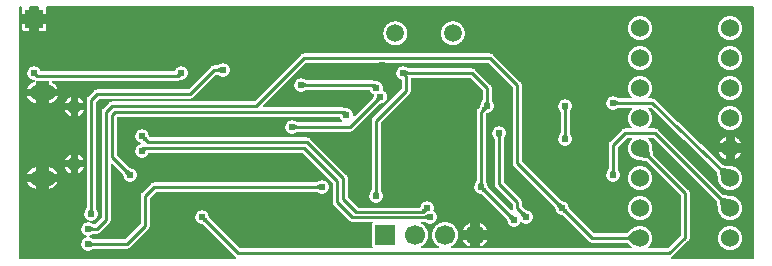
<source format=gbl>
G04 Layer: BottomLayer*
G04 EasyEDA v6.2.38, 2019-08-31T09:11:45+02:00*
G04 e43a48f15e4b4d90815dc594cbdf787c,da1ed6c8b984424aa63d4157573fa6f0,10*
G04 Gerber Generator version 0.2*
G04 Scale: 100 percent, Rotated: No, Reflected: No *
G04 Dimensions in millimeters *
G04 leading zeros omitted , absolute positions ,3 integer and 3 decimal *
%FSLAX33Y33*%
%MOMM*%
G90*
G71D02*

%ADD10C,0.254000*%
%ADD15C,0.619760*%
%ADD30C,1.524000*%
%ADD32C,1.699997*%
%ADD33C,1.199998*%
%ADD34R,1.574800X1.574800*%
%ADD35C,1.499997*%
%ADD36C,1.299997*%

%LPD*%
G36*
G01X425Y21640D02*
G01X370Y21640D01*
G01X356Y21639D01*
G01X342Y21636D01*
G01X328Y21631D01*
G01X315Y21624D01*
G01X304Y21615D01*
G01X294Y21605D01*
G01X285Y21594D01*
G01X278Y21581D01*
G01X273Y21567D01*
G01X270Y21553D01*
G01X269Y21539D01*
G01X269Y370D01*
G01X270Y356D01*
G01X273Y342D01*
G01X278Y328D01*
G01X285Y315D01*
G01X294Y304D01*
G01X304Y294D01*
G01X315Y285D01*
G01X328Y278D01*
G01X342Y273D01*
G01X356Y270D01*
G01X370Y269D01*
G01X18509Y269D01*
G01X18523Y270D01*
G01X18537Y273D01*
G01X18551Y278D01*
G01X18563Y285D01*
G01X18575Y294D01*
G01X18585Y304D01*
G01X18594Y315D01*
G01X18601Y328D01*
G01X18606Y342D01*
G01X18609Y356D01*
G01X18610Y370D01*
G01X18609Y386D01*
G01X18605Y402D01*
G01X18599Y416D01*
G01X18591Y430D01*
G01X18581Y442D01*
G01X18569Y452D01*
G01X18546Y470D01*
G01X18524Y490D01*
G01X15833Y3182D01*
G01X15821Y3192D01*
G01X15808Y3200D01*
G01X15794Y3206D01*
G01X15681Y3245D01*
G01X15663Y3249D01*
G01X15629Y3256D01*
G01X15595Y3264D01*
G01X15561Y3274D01*
G01X15529Y3287D01*
G01X15497Y3302D01*
G01X15466Y3318D01*
G01X15436Y3336D01*
G01X15408Y3356D01*
G01X15380Y3378D01*
G01X15354Y3402D01*
G01X15330Y3427D01*
G01X15307Y3453D01*
G01X15286Y3481D01*
G01X15266Y3510D01*
G01X15249Y3541D01*
G01X15233Y3572D01*
G01X15220Y3604D01*
G01X15208Y3637D01*
G01X15198Y3671D01*
G01X15191Y3705D01*
G01X15185Y3740D01*
G01X15182Y3775D01*
G01X15181Y3810D01*
G01X15182Y3844D01*
G01X15185Y3878D01*
G01X15190Y3912D01*
G01X15198Y3945D01*
G01X15207Y3978D01*
G01X15218Y4010D01*
G01X15231Y4042D01*
G01X15246Y4073D01*
G01X15263Y4103D01*
G01X15281Y4131D01*
G01X15302Y4159D01*
G01X15324Y4185D01*
G01X15347Y4210D01*
G01X15372Y4233D01*
G01X15398Y4255D01*
G01X15426Y4276D01*
G01X15454Y4294D01*
G01X15484Y4311D01*
G01X15515Y4326D01*
G01X15547Y4339D01*
G01X15579Y4350D01*
G01X15612Y4359D01*
G01X15645Y4367D01*
G01X15679Y4372D01*
G01X15713Y4375D01*
G01X15748Y4376D01*
G01X15782Y4375D01*
G01X15817Y4372D01*
G01X15852Y4366D01*
G01X15886Y4359D01*
G01X15920Y4349D01*
G01X15953Y4337D01*
G01X15985Y4324D01*
G01X16016Y4308D01*
G01X16047Y4291D01*
G01X16076Y4271D01*
G01X16104Y4250D01*
G01X16130Y4227D01*
G01X16155Y4203D01*
G01X16179Y4177D01*
G01X16201Y4149D01*
G01X16221Y4121D01*
G01X16239Y4091D01*
G01X16255Y4060D01*
G01X16270Y4028D01*
G01X16283Y3996D01*
G01X16293Y3962D01*
G01X16301Y3928D01*
G01X16308Y3894D01*
G01X16312Y3876D01*
G01X16351Y3763D01*
G01X16357Y3749D01*
G01X16365Y3736D01*
G01X16375Y3724D01*
G01X18925Y1175D01*
G01X18937Y1164D01*
G01X18950Y1156D01*
G01X18965Y1150D01*
G01X18981Y1146D01*
G01X18996Y1145D01*
G01X30086Y1145D01*
G01X30100Y1146D01*
G01X30114Y1149D01*
G01X30128Y1154D01*
G01X30141Y1161D01*
G01X30152Y1170D01*
G01X30163Y1180D01*
G01X30171Y1192D01*
G01X30178Y1204D01*
G01X30183Y1218D01*
G01X30186Y1232D01*
G01X30187Y1247D01*
G01X30186Y1265D01*
G01X30181Y1283D01*
G01X30172Y1300D01*
G01X30161Y1321D01*
G01X30151Y1342D01*
G01X30144Y1365D01*
G01X30138Y1388D01*
G01X30135Y1411D01*
G01X30134Y1435D01*
G01X30134Y3136D01*
G01X30135Y3160D01*
G01X30138Y3183D01*
G01X30144Y3206D01*
G01X30151Y3229D01*
G01X30161Y3250D01*
G01X30172Y3271D01*
G01X30181Y3288D01*
G01X30186Y3306D01*
G01X30187Y3324D01*
G01X30186Y3339D01*
G01X30183Y3353D01*
G01X30178Y3367D01*
G01X30171Y3379D01*
G01X30163Y3391D01*
G01X30152Y3401D01*
G01X30141Y3410D01*
G01X30128Y3417D01*
G01X30114Y3422D01*
G01X30100Y3425D01*
G01X30086Y3426D01*
G01X28448Y3426D01*
G01X28417Y3427D01*
G01X28388Y3431D01*
G01X28358Y3437D01*
G01X28329Y3445D01*
G01X28301Y3455D01*
G01X28273Y3468D01*
G01X28247Y3482D01*
G01X28222Y3499D01*
G01X28198Y3518D01*
G01X28176Y3538D01*
G01X26906Y4808D01*
G01X26886Y4830D01*
G01X26867Y4854D01*
G01X26850Y4879D01*
G01X26836Y4905D01*
G01X26823Y4933D01*
G01X26813Y4961D01*
G01X26805Y4990D01*
G01X26799Y5020D01*
G01X26795Y5049D01*
G01X26794Y5080D01*
G01X26794Y6657D01*
G01X26793Y6672D01*
G01X26789Y6688D01*
G01X26783Y6703D01*
G01X26775Y6716D01*
G01X26764Y6728D01*
G01X24254Y9238D01*
G01X24242Y9249D01*
G01X24229Y9257D01*
G01X24214Y9263D01*
G01X24198Y9267D01*
G01X24183Y9268D01*
G01X11294Y9268D01*
G01X11279Y9267D01*
G01X11264Y9263D01*
G01X11249Y9258D01*
G01X11236Y9250D01*
G01X11224Y9240D01*
G01X11214Y9228D01*
G01X11205Y9216D01*
G01X11199Y9202D01*
G01X11186Y9170D01*
G01X11171Y9138D01*
G01X11155Y9108D01*
G01X11136Y9079D01*
G01X11116Y9051D01*
G01X11094Y9025D01*
G01X11070Y8999D01*
G01X11045Y8976D01*
G01X11019Y8953D01*
G01X10991Y8933D01*
G01X10963Y8914D01*
G01X10933Y8897D01*
G01X10902Y8882D01*
G01X10870Y8868D01*
G01X10837Y8857D01*
G01X10804Y8848D01*
G01X10770Y8840D01*
G01X10736Y8835D01*
G01X10702Y8832D01*
G01X10668Y8831D01*
G01X10633Y8832D01*
G01X10599Y8835D01*
G01X10565Y8840D01*
G01X10532Y8848D01*
G01X10499Y8857D01*
G01X10467Y8868D01*
G01X10435Y8881D01*
G01X10404Y8896D01*
G01X10374Y8913D01*
G01X10346Y8931D01*
G01X10318Y8952D01*
G01X10292Y8974D01*
G01X10267Y8997D01*
G01X10244Y9022D01*
G01X10222Y9048D01*
G01X10201Y9076D01*
G01X10183Y9104D01*
G01X10166Y9134D01*
G01X10151Y9165D01*
G01X10138Y9197D01*
G01X10127Y9229D01*
G01X10118Y9262D01*
G01X10110Y9295D01*
G01X10105Y9329D01*
G01X10102Y9363D01*
G01X10101Y9398D01*
G01X10102Y9433D01*
G01X10106Y9468D01*
G01X10111Y9504D01*
G01X10119Y9538D01*
G01X10129Y9572D01*
G01X10141Y9606D01*
G01X10155Y9638D01*
G01X10171Y9670D01*
G01X10189Y9701D01*
G01X10209Y9730D01*
G01X10231Y9758D01*
G01X10254Y9785D01*
G01X10279Y9810D01*
G01X10306Y9834D01*
G01X10334Y9855D01*
G01X10363Y9875D01*
G01X10394Y9893D01*
G01X10426Y9910D01*
G01X10458Y9924D01*
G01X10492Y9936D01*
G01X10506Y9942D01*
G01X10520Y9950D01*
G01X10532Y9961D01*
G01X10542Y9973D01*
G01X10551Y9986D01*
G01X10557Y10001D01*
G01X10560Y10017D01*
G01X10562Y10032D01*
G01X10560Y10048D01*
G01X10557Y10064D01*
G01X10551Y10079D01*
G01X10542Y10092D01*
G01X10532Y10104D01*
G01X10520Y10115D01*
G01X10506Y10123D01*
G01X10492Y10129D01*
G01X10458Y10141D01*
G01X10426Y10155D01*
G01X10394Y10172D01*
G01X10363Y10190D01*
G01X10334Y10210D01*
G01X10306Y10231D01*
G01X10279Y10255D01*
G01X10254Y10280D01*
G01X10231Y10307D01*
G01X10209Y10335D01*
G01X10189Y10364D01*
G01X10171Y10395D01*
G01X10155Y10427D01*
G01X10141Y10459D01*
G01X10129Y10493D01*
G01X10119Y10527D01*
G01X10111Y10561D01*
G01X10106Y10597D01*
G01X10102Y10632D01*
G01X10101Y10668D01*
G01X10102Y10702D01*
G01X10105Y10736D01*
G01X10110Y10770D01*
G01X10118Y10803D01*
G01X10127Y10836D01*
G01X10138Y10868D01*
G01X10151Y10900D01*
G01X10166Y10931D01*
G01X10183Y10961D01*
G01X10201Y10989D01*
G01X10222Y11017D01*
G01X10244Y11043D01*
G01X10267Y11068D01*
G01X10292Y11091D01*
G01X10318Y11113D01*
G01X10346Y11134D01*
G01X10374Y11152D01*
G01X10404Y11169D01*
G01X10435Y11184D01*
G01X10467Y11197D01*
G01X10499Y11208D01*
G01X10532Y11217D01*
G01X10565Y11225D01*
G01X10599Y11230D01*
G01X10633Y11233D01*
G01X10668Y11234D01*
G01X10702Y11233D01*
G01X10737Y11230D01*
G01X10772Y11224D01*
G01X10806Y11217D01*
G01X10840Y11207D01*
G01X10873Y11195D01*
G01X10905Y11182D01*
G01X10936Y11166D01*
G01X10967Y11149D01*
G01X10996Y11129D01*
G01X11024Y11108D01*
G01X11050Y11085D01*
G01X11075Y11061D01*
G01X11099Y11035D01*
G01X11121Y11007D01*
G01X11141Y10979D01*
G01X11159Y10949D01*
G01X11175Y10918D01*
G01X11190Y10886D01*
G01X11203Y10854D01*
G01X11213Y10820D01*
G01X11221Y10786D01*
G01X11228Y10752D01*
G01X11232Y10734D01*
G01X11271Y10621D01*
G01X11277Y10607D01*
G01X11285Y10594D01*
G01X11295Y10582D01*
G01X11305Y10573D01*
G01X11317Y10562D01*
G01X11330Y10554D01*
G01X11345Y10548D01*
G01X11361Y10544D01*
G01X11376Y10543D01*
G01X24638Y10543D01*
G01X24668Y10542D01*
G01X24697Y10538D01*
G01X24727Y10532D01*
G01X24756Y10524D01*
G01X24784Y10514D01*
G01X24812Y10501D01*
G01X24838Y10487D01*
G01X24863Y10470D01*
G01X24887Y10451D01*
G01X24909Y10431D01*
G01X27957Y7383D01*
G01X27977Y7361D01*
G01X27996Y7337D01*
G01X28013Y7312D01*
G01X28027Y7286D01*
G01X28040Y7258D01*
G01X28050Y7230D01*
G01X28058Y7201D01*
G01X28064Y7171D01*
G01X28068Y7142D01*
G01X28069Y7111D01*
G01X28069Y5534D01*
G01X28070Y5519D01*
G01X28074Y5503D01*
G01X28080Y5488D01*
G01X28088Y5475D01*
G01X28099Y5463D01*
G01X28931Y4630D01*
G01X28943Y4620D01*
G01X28957Y4612D01*
G01X28971Y4606D01*
G01X28987Y4602D01*
G01X29003Y4601D01*
G01X34142Y4601D01*
G01X34158Y4602D01*
G01X34173Y4605D01*
G01X34187Y4611D01*
G01X34201Y4619D01*
G01X34213Y4629D01*
G01X34223Y4640D01*
G01X34231Y4653D01*
G01X34238Y4667D01*
G01X34242Y4682D01*
G01X34250Y4717D01*
G01X34260Y4751D01*
G01X34272Y4784D01*
G01X34287Y4816D01*
G01X34303Y4848D01*
G01X34321Y4878D01*
G01X34341Y4907D01*
G01X34363Y4935D01*
G01X34387Y4961D01*
G01X34412Y4986D01*
G01X34438Y5009D01*
G01X34466Y5031D01*
G01X34496Y5051D01*
G01X34526Y5069D01*
G01X34558Y5085D01*
G01X34590Y5099D01*
G01X34624Y5111D01*
G01X34657Y5120D01*
G01X34692Y5128D01*
G01X34727Y5134D01*
G01X34762Y5137D01*
G01X34798Y5138D01*
G01X34832Y5137D01*
G01X34866Y5134D01*
G01X34900Y5129D01*
G01X34933Y5121D01*
G01X34966Y5112D01*
G01X34998Y5101D01*
G01X35030Y5088D01*
G01X35061Y5073D01*
G01X35091Y5056D01*
G01X35119Y5038D01*
G01X35147Y5017D01*
G01X35173Y4995D01*
G01X35198Y4972D01*
G01X35221Y4947D01*
G01X35243Y4921D01*
G01X35264Y4893D01*
G01X35282Y4865D01*
G01X35299Y4835D01*
G01X35314Y4804D01*
G01X35327Y4772D01*
G01X35338Y4740D01*
G01X35347Y4707D01*
G01X35355Y4674D01*
G01X35360Y4640D01*
G01X35363Y4606D01*
G01X35364Y4572D01*
G01X35363Y4535D01*
G01X35359Y4498D01*
G01X35353Y4462D01*
G01X35345Y4427D01*
G01X35335Y4392D01*
G01X35331Y4376D01*
G01X35329Y4359D01*
G01X35331Y4343D01*
G01X35335Y4327D01*
G01X35341Y4312D01*
G01X35350Y4298D01*
G01X35361Y4286D01*
G01X35373Y4276D01*
G01X35401Y4255D01*
G01X35427Y4234D01*
G01X35452Y4210D01*
G01X35475Y4185D01*
G01X35497Y4159D01*
G01X35518Y4131D01*
G01X35536Y4103D01*
G01X35553Y4073D01*
G01X35568Y4042D01*
G01X35581Y4010D01*
G01X35592Y3978D01*
G01X35601Y3945D01*
G01X35609Y3912D01*
G01X35614Y3878D01*
G01X35617Y3844D01*
G01X35618Y3810D01*
G01X35617Y3775D01*
G01X35614Y3741D01*
G01X35609Y3707D01*
G01X35601Y3674D01*
G01X35592Y3641D01*
G01X35581Y3609D01*
G01X35568Y3577D01*
G01X35553Y3546D01*
G01X35536Y3516D01*
G01X35518Y3488D01*
G01X35497Y3460D01*
G01X35475Y3434D01*
G01X35452Y3409D01*
G01X35427Y3386D01*
G01X35401Y3364D01*
G01X35373Y3343D01*
G01X35345Y3325D01*
G01X35315Y3308D01*
G01X35284Y3293D01*
G01X35252Y3280D01*
G01X35220Y3269D01*
G01X35187Y3260D01*
G01X35154Y3252D01*
G01X35120Y3247D01*
G01X35086Y3244D01*
G01X35052Y3243D01*
G01X35015Y3244D01*
G01X34980Y3248D01*
G01X34944Y3253D01*
G01X34909Y3261D01*
G01X34874Y3271D01*
G01X34840Y3284D01*
G01X34808Y3298D01*
G01X34775Y3315D01*
G01X34745Y3333D01*
G01X34715Y3354D01*
G01X34699Y3364D01*
G01X34592Y3416D01*
G01X34577Y3421D01*
G01X34562Y3425D01*
G01X34547Y3426D01*
G01X34398Y3426D01*
G01X34384Y3425D01*
G01X34370Y3422D01*
G01X34356Y3417D01*
G01X34343Y3410D01*
G01X34332Y3401D01*
G01X34321Y3391D01*
G01X34313Y3379D01*
G01X34306Y3367D01*
G01X34301Y3353D01*
G01X34298Y3339D01*
G01X34297Y3324D01*
G01X34298Y3309D01*
G01X34301Y3295D01*
G01X34306Y3281D01*
G01X34314Y3268D01*
G01X34323Y3256D01*
G01X34334Y3246D01*
G01X34346Y3237D01*
G01X34387Y3212D01*
G01X34426Y3185D01*
G01X34464Y3156D01*
G01X34501Y3126D01*
G01X34537Y3094D01*
G01X34571Y3061D01*
G01X34604Y3026D01*
G01X34635Y2990D01*
G01X34664Y2952D01*
G01X34692Y2914D01*
G01X34719Y2874D01*
G01X34743Y2833D01*
G01X34766Y2791D01*
G01X34787Y2748D01*
G01X34806Y2704D01*
G01X34823Y2660D01*
G01X34838Y2615D01*
G01X34851Y2569D01*
G01X34862Y2522D01*
G01X34872Y2475D01*
G01X34879Y2428D01*
G01X34884Y2381D01*
G01X34887Y2333D01*
G01X34888Y2285D01*
G01X34887Y2238D01*
G01X34884Y2190D01*
G01X34879Y2143D01*
G01X34872Y2096D01*
G01X34862Y2049D01*
G01X34851Y2002D01*
G01X34838Y1956D01*
G01X34823Y1911D01*
G01X34806Y1867D01*
G01X34787Y1823D01*
G01X34766Y1780D01*
G01X34743Y1738D01*
G01X34719Y1697D01*
G01X34692Y1657D01*
G01X34664Y1619D01*
G01X34635Y1581D01*
G01X34604Y1545D01*
G01X34571Y1510D01*
G01X34537Y1477D01*
G01X34501Y1445D01*
G01X34464Y1415D01*
G01X34426Y1386D01*
G01X34387Y1359D01*
G01X34346Y1334D01*
G01X34334Y1325D01*
G01X34323Y1315D01*
G01X34314Y1303D01*
G01X34306Y1290D01*
G01X34301Y1276D01*
G01X34298Y1262D01*
G01X34297Y1247D01*
G01X34298Y1232D01*
G01X34301Y1218D01*
G01X34306Y1204D01*
G01X34313Y1192D01*
G01X34321Y1180D01*
G01X34332Y1170D01*
G01X34343Y1161D01*
G01X34356Y1154D01*
G01X34370Y1149D01*
G01X34384Y1146D01*
G01X34398Y1145D01*
G01X35705Y1145D01*
G01X35719Y1146D01*
G01X35733Y1149D01*
G01X35747Y1154D01*
G01X35760Y1161D01*
G01X35771Y1170D01*
G01X35782Y1180D01*
G01X35790Y1192D01*
G01X35797Y1204D01*
G01X35802Y1218D01*
G01X35805Y1232D01*
G01X35806Y1247D01*
G01X35805Y1262D01*
G01X35802Y1276D01*
G01X35797Y1290D01*
G01X35789Y1303D01*
G01X35780Y1315D01*
G01X35769Y1325D01*
G01X35757Y1334D01*
G01X35716Y1359D01*
G01X35677Y1386D01*
G01X35639Y1415D01*
G01X35602Y1445D01*
G01X35566Y1477D01*
G01X35532Y1510D01*
G01X35499Y1545D01*
G01X35468Y1581D01*
G01X35439Y1619D01*
G01X35411Y1657D01*
G01X35384Y1697D01*
G01X35360Y1738D01*
G01X35337Y1780D01*
G01X35316Y1823D01*
G01X35297Y1867D01*
G01X35280Y1911D01*
G01X35265Y1956D01*
G01X35252Y2002D01*
G01X35241Y2049D01*
G01X35231Y2096D01*
G01X35224Y2143D01*
G01X35219Y2190D01*
G01X35216Y2238D01*
G01X35215Y2286D01*
G01X35216Y2334D01*
G01X35219Y2382D01*
G01X35224Y2430D01*
G01X35232Y2478D01*
G01X35241Y2525D01*
G01X35253Y2572D01*
G01X35266Y2618D01*
G01X35282Y2664D01*
G01X35299Y2709D01*
G01X35319Y2753D01*
G01X35340Y2796D01*
G01X35363Y2839D01*
G01X35388Y2880D01*
G01X35415Y2920D01*
G01X35444Y2959D01*
G01X35474Y2997D01*
G01X35506Y3033D01*
G01X35539Y3068D01*
G01X35574Y3101D01*
G01X35610Y3133D01*
G01X35648Y3163D01*
G01X35687Y3192D01*
G01X35727Y3219D01*
G01X35768Y3244D01*
G01X35811Y3267D01*
G01X35854Y3288D01*
G01X35898Y3308D01*
G01X35943Y3325D01*
G01X35989Y3341D01*
G01X36035Y3354D01*
G01X36082Y3366D01*
G01X36129Y3375D01*
G01X36177Y3383D01*
G01X36225Y3388D01*
G01X36273Y3391D01*
G01X36322Y3392D01*
G01X36370Y3391D01*
G01X36418Y3388D01*
G01X36466Y3383D01*
G01X36514Y3375D01*
G01X36561Y3366D01*
G01X36608Y3354D01*
G01X36654Y3341D01*
G01X36700Y3325D01*
G01X36745Y3308D01*
G01X36789Y3288D01*
G01X36832Y3267D01*
G01X36875Y3244D01*
G01X36916Y3219D01*
G01X36956Y3192D01*
G01X36995Y3163D01*
G01X37033Y3133D01*
G01X37069Y3101D01*
G01X37104Y3068D01*
G01X37137Y3033D01*
G01X37169Y2997D01*
G01X37199Y2959D01*
G01X37228Y2920D01*
G01X37255Y2880D01*
G01X37280Y2839D01*
G01X37303Y2796D01*
G01X37324Y2753D01*
G01X37344Y2709D01*
G01X37361Y2664D01*
G01X37377Y2618D01*
G01X37390Y2572D01*
G01X37402Y2525D01*
G01X37411Y2478D01*
G01X37419Y2430D01*
G01X37424Y2382D01*
G01X37427Y2334D01*
G01X37428Y2286D01*
G01X37427Y2238D01*
G01X37424Y2190D01*
G01X37419Y2143D01*
G01X37412Y2096D01*
G01X37402Y2049D01*
G01X37391Y2002D01*
G01X37378Y1956D01*
G01X37363Y1911D01*
G01X37346Y1867D01*
G01X37327Y1823D01*
G01X37306Y1780D01*
G01X37283Y1738D01*
G01X37259Y1697D01*
G01X37232Y1657D01*
G01X37204Y1619D01*
G01X37175Y1581D01*
G01X37144Y1545D01*
G01X37111Y1510D01*
G01X37077Y1477D01*
G01X37041Y1445D01*
G01X37004Y1415D01*
G01X36966Y1386D01*
G01X36927Y1359D01*
G01X36886Y1334D01*
G01X36874Y1325D01*
G01X36863Y1315D01*
G01X36854Y1303D01*
G01X36846Y1290D01*
G01X36841Y1276D01*
G01X36838Y1262D01*
G01X36837Y1247D01*
G01X36838Y1232D01*
G01X36841Y1218D01*
G01X36846Y1204D01*
G01X36853Y1192D01*
G01X36861Y1180D01*
G01X36872Y1170D01*
G01X36883Y1161D01*
G01X36896Y1154D01*
G01X36910Y1149D01*
G01X36924Y1146D01*
G01X36938Y1145D01*
G01X38245Y1145D01*
G01X38259Y1146D01*
G01X38273Y1149D01*
G01X38287Y1154D01*
G01X38300Y1161D01*
G01X38311Y1170D01*
G01X38322Y1180D01*
G01X38330Y1192D01*
G01X38337Y1204D01*
G01X38342Y1218D01*
G01X38345Y1232D01*
G01X38346Y1247D01*
G01X38345Y1262D01*
G01X38342Y1276D01*
G01X38337Y1290D01*
G01X38329Y1303D01*
G01X38320Y1315D01*
G01X38309Y1325D01*
G01X38297Y1334D01*
G01X38254Y1361D01*
G01X38212Y1390D01*
G01X38172Y1420D01*
G01X38133Y1453D01*
G01X38095Y1487D01*
G01X38060Y1523D01*
G01X38026Y1560D01*
G01X37993Y1599D01*
G01X37963Y1640D01*
G01X37934Y1682D01*
G01X37908Y1725D01*
G01X37883Y1769D01*
G01X37860Y1814D01*
G01X37840Y1860D01*
G01X38437Y1860D01*
G01X38437Y1247D01*
G01X38438Y1232D01*
G01X38441Y1218D01*
G01X38446Y1204D01*
G01X38453Y1192D01*
G01X38461Y1180D01*
G01X38472Y1170D01*
G01X38483Y1161D01*
G01X38496Y1154D01*
G01X38509Y1149D01*
G01X38524Y1146D01*
G01X38538Y1145D01*
G01X39185Y1145D01*
G01X39199Y1146D01*
G01X39214Y1149D01*
G01X39227Y1154D01*
G01X39240Y1161D01*
G01X39251Y1170D01*
G01X39262Y1180D01*
G01X39270Y1192D01*
G01X39277Y1204D01*
G01X39282Y1218D01*
G01X39285Y1232D01*
G01X39286Y1247D01*
G01X39286Y1860D01*
G01X39883Y1860D01*
G01X39863Y1814D01*
G01X39840Y1769D01*
G01X39815Y1725D01*
G01X39789Y1682D01*
G01X39760Y1640D01*
G01X39730Y1599D01*
G01X39697Y1560D01*
G01X39663Y1523D01*
G01X39628Y1487D01*
G01X39590Y1453D01*
G01X39551Y1420D01*
G01X39511Y1390D01*
G01X39469Y1361D01*
G01X39426Y1334D01*
G01X39414Y1325D01*
G01X39403Y1315D01*
G01X39394Y1303D01*
G01X39386Y1290D01*
G01X39381Y1276D01*
G01X39378Y1262D01*
G01X39377Y1247D01*
G01X39378Y1232D01*
G01X39381Y1218D01*
G01X39386Y1204D01*
G01X39393Y1192D01*
G01X39401Y1180D01*
G01X39412Y1170D01*
G01X39423Y1161D01*
G01X39436Y1154D01*
G01X39450Y1149D01*
G01X39464Y1146D01*
G01X39478Y1145D01*
G01X52024Y1145D01*
G01X52039Y1146D01*
G01X52053Y1149D01*
G01X52066Y1154D01*
G01X52079Y1161D01*
G01X52091Y1170D01*
G01X52101Y1180D01*
G01X52110Y1192D01*
G01X52117Y1204D01*
G01X52122Y1218D01*
G01X52125Y1232D01*
G01X52126Y1247D01*
G01X52125Y1261D01*
G01X52121Y1276D01*
G01X52116Y1290D01*
G01X52109Y1303D01*
G01X52100Y1314D01*
G01X52089Y1325D01*
G01X51729Y1624D01*
G01X51715Y1634D01*
G01X51699Y1642D01*
G01X51682Y1646D01*
G01X51664Y1648D01*
G01X48768Y1648D01*
G01X48737Y1649D01*
G01X48708Y1653D01*
G01X48678Y1659D01*
G01X48649Y1667D01*
G01X48621Y1677D01*
G01X48593Y1690D01*
G01X48567Y1704D01*
G01X48542Y1721D01*
G01X48518Y1740D01*
G01X48496Y1760D01*
G01X46313Y3944D01*
G01X46301Y3954D01*
G01X46288Y3962D01*
G01X46274Y3968D01*
G01X46161Y4007D01*
G01X46143Y4011D01*
G01X46110Y4018D01*
G01X46076Y4026D01*
G01X46043Y4036D01*
G01X46011Y4048D01*
G01X45980Y4062D01*
G01X45950Y4078D01*
G01X45920Y4096D01*
G01X45892Y4115D01*
G01X45865Y4136D01*
G01X45839Y4159D01*
G01X45815Y4183D01*
G01X45792Y4209D01*
G01X45771Y4236D01*
G01X45752Y4264D01*
G01X45734Y4294D01*
G01X45718Y4324D01*
G01X45704Y4355D01*
G01X45692Y4387D01*
G01X45682Y4420D01*
G01X45674Y4454D01*
G01X45667Y4487D01*
G01X45663Y4505D01*
G01X45624Y4618D01*
G01X45618Y4632D01*
G01X45610Y4645D01*
G01X45600Y4657D01*
G01X42146Y8110D01*
G01X42126Y8132D01*
G01X42107Y8156D01*
G01X42090Y8181D01*
G01X42076Y8207D01*
G01X42063Y8235D01*
G01X42053Y8263D01*
G01X42045Y8292D01*
G01X42039Y8322D01*
G01X42035Y8351D01*
G01X42034Y8382D01*
G01X42034Y14785D01*
G01X42033Y14800D01*
G01X42029Y14816D01*
G01X42023Y14831D01*
G01X42015Y14844D01*
G01X42004Y14856D01*
G01X40002Y16858D01*
G01X39990Y16869D01*
G01X39977Y16877D01*
G01X39962Y16883D01*
G01X39946Y16887D01*
G01X39931Y16888D01*
G01X24584Y16888D01*
G01X24569Y16887D01*
G01X24553Y16883D01*
G01X24538Y16877D01*
G01X24525Y16869D01*
G01X24513Y16858D01*
G01X20911Y13257D01*
G01X20901Y13244D01*
G01X20892Y13231D01*
G01X20886Y13216D01*
G01X20882Y13201D01*
G01X20881Y13185D01*
G01X20882Y13170D01*
G01X20885Y13156D01*
G01X20890Y13142D01*
G01X20897Y13130D01*
G01X20906Y13118D01*
G01X20916Y13108D01*
G01X20928Y13099D01*
G01X20941Y13092D01*
G01X20954Y13087D01*
G01X20968Y13084D01*
G01X20983Y13083D01*
G01X27685Y13083D01*
G01X27717Y13082D01*
G01X27748Y13078D01*
G01X27778Y13072D01*
G01X27808Y13063D01*
G01X27838Y13052D01*
G01X27866Y13038D01*
G01X27880Y13032D01*
G01X27895Y13028D01*
G01X27989Y13010D01*
G01X27997Y13009D01*
G01X28032Y13004D01*
G01X28066Y12998D01*
G01X28099Y12989D01*
G01X28132Y12978D01*
G01X28164Y12965D01*
G01X28196Y12951D01*
G01X28226Y12934D01*
G01X28255Y12916D01*
G01X28284Y12895D01*
G01X28310Y12874D01*
G01X28336Y12850D01*
G01X28360Y12825D01*
G01X28382Y12799D01*
G01X28403Y12771D01*
G01X28422Y12742D01*
G01X28439Y12712D01*
G01X28455Y12681D01*
G01X28468Y12649D01*
G01X28480Y12616D01*
G01X28489Y12583D01*
G01X28496Y12549D01*
G01X28502Y12515D01*
G01X28505Y12480D01*
G01X28506Y12446D01*
G01X28506Y12426D01*
G01X28507Y12412D01*
G01X28510Y12398D01*
G01X28515Y12384D01*
G01X28522Y12372D01*
G01X28530Y12360D01*
G01X28541Y12350D01*
G01X28552Y12341D01*
G01X28565Y12334D01*
G01X28579Y12329D01*
G01X28593Y12326D01*
G01X28607Y12325D01*
G01X28623Y12326D01*
G01X28639Y12330D01*
G01X28653Y12336D01*
G01X28667Y12344D01*
G01X28679Y12355D01*
G01X30228Y13903D01*
G01X30238Y13915D01*
G01X30246Y13928D01*
G01X30252Y13942D01*
G01X30291Y14055D01*
G01X30295Y14073D01*
G01X30301Y14104D01*
G01X30303Y14124D01*
G01X30302Y14139D01*
G01X30299Y14153D01*
G01X30294Y14166D01*
G01X30287Y14179D01*
G01X30278Y14191D01*
G01X30268Y14201D01*
G01X30256Y14210D01*
G01X30244Y14217D01*
G01X30213Y14232D01*
G01X30183Y14249D01*
G01X30154Y14268D01*
G01X30127Y14288D01*
G01X30101Y14310D01*
G01X30076Y14334D01*
G01X30053Y14359D01*
G01X30031Y14386D01*
G01X30011Y14414D01*
G01X29992Y14443D01*
G01X29976Y14473D01*
G01X29961Y14504D01*
G01X29948Y14536D01*
G01X29942Y14550D01*
G01X29933Y14562D01*
G01X29923Y14574D01*
G01X29911Y14584D01*
G01X29898Y14592D01*
G01X29883Y14597D01*
G01X29868Y14601D01*
G01X29853Y14602D01*
G01X24634Y14602D01*
G01X24619Y14601D01*
G01X24604Y14597D01*
G01X24589Y14592D01*
G01X24482Y14540D01*
G01X24466Y14530D01*
G01X24436Y14509D01*
G01X24406Y14491D01*
G01X24373Y14474D01*
G01X24341Y14460D01*
G01X24307Y14447D01*
G01X24272Y14437D01*
G01X24237Y14429D01*
G01X24201Y14424D01*
G01X24166Y14420D01*
G01X24130Y14419D01*
G01X24095Y14420D01*
G01X24061Y14423D01*
G01X24027Y14428D01*
G01X23994Y14436D01*
G01X23961Y14445D01*
G01X23929Y14456D01*
G01X23897Y14469D01*
G01X23866Y14484D01*
G01X23836Y14501D01*
G01X23808Y14519D01*
G01X23780Y14540D01*
G01X23754Y14562D01*
G01X23729Y14585D01*
G01X23706Y14610D01*
G01X23684Y14636D01*
G01X23663Y14664D01*
G01X23645Y14692D01*
G01X23628Y14722D01*
G01X23613Y14753D01*
G01X23600Y14785D01*
G01X23589Y14817D01*
G01X23580Y14850D01*
G01X23572Y14883D01*
G01X23567Y14917D01*
G01X23564Y14951D01*
G01X23563Y14986D01*
G01X23564Y15020D01*
G01X23567Y15054D01*
G01X23572Y15088D01*
G01X23580Y15121D01*
G01X23589Y15154D01*
G01X23600Y15186D01*
G01X23613Y15218D01*
G01X23628Y15249D01*
G01X23645Y15279D01*
G01X23663Y15307D01*
G01X23684Y15335D01*
G01X23706Y15361D01*
G01X23729Y15386D01*
G01X23754Y15409D01*
G01X23780Y15431D01*
G01X23808Y15452D01*
G01X23836Y15470D01*
G01X23866Y15487D01*
G01X23897Y15502D01*
G01X23929Y15515D01*
G01X23961Y15526D01*
G01X23994Y15535D01*
G01X24027Y15543D01*
G01X24061Y15548D01*
G01X24095Y15551D01*
G01X24130Y15552D01*
G01X24166Y15551D01*
G01X24201Y15547D01*
G01X24237Y15542D01*
G01X24272Y15534D01*
G01X24307Y15524D01*
G01X24341Y15511D01*
G01X24373Y15497D01*
G01X24406Y15480D01*
G01X24436Y15462D01*
G01X24466Y15441D01*
G01X24482Y15431D01*
G01X24589Y15379D01*
G01X24604Y15374D01*
G01X24619Y15370D01*
G01X24634Y15369D01*
G01X30226Y15369D01*
G01X30257Y15368D01*
G01X30288Y15364D01*
G01X30318Y15358D01*
G01X30348Y15349D01*
G01X30378Y15338D01*
G01X30406Y15324D01*
G01X30420Y15318D01*
G01X30435Y15314D01*
G01X30529Y15296D01*
G01X30537Y15295D01*
G01X30572Y15290D01*
G01X30606Y15284D01*
G01X30639Y15275D01*
G01X30672Y15264D01*
G01X30704Y15251D01*
G01X30736Y15237D01*
G01X30766Y15220D01*
G01X30795Y15202D01*
G01X30824Y15181D01*
G01X30850Y15160D01*
G01X30876Y15136D01*
G01X30900Y15111D01*
G01X30922Y15085D01*
G01X30943Y15057D01*
G01X30962Y15028D01*
G01X30979Y14998D01*
G01X30995Y14967D01*
G01X31008Y14935D01*
G01X31020Y14902D01*
G01X31029Y14869D01*
G01X31036Y14835D01*
G01X31042Y14801D01*
G01X31045Y14766D01*
G01X31046Y14732D01*
G01X31045Y14693D01*
G01X31041Y14655D01*
G01X31034Y14617D01*
G01X31032Y14596D01*
G01X31033Y14581D01*
G01X31036Y14567D01*
G01X31041Y14554D01*
G01X31048Y14541D01*
G01X31057Y14529D01*
G01X31067Y14519D01*
G01X31079Y14510D01*
G01X31091Y14504D01*
G01X31122Y14488D01*
G01X31151Y14472D01*
G01X31180Y14453D01*
G01X31207Y14433D01*
G01X31233Y14411D01*
G01X31258Y14387D01*
G01X31281Y14362D01*
G01X31303Y14336D01*
G01X31323Y14309D01*
G01X31341Y14280D01*
G01X31358Y14250D01*
G01X31373Y14220D01*
G01X31385Y14188D01*
G01X31396Y14156D01*
G01X31406Y14123D01*
G01X31413Y14090D01*
G01X31418Y14056D01*
G01X31421Y14023D01*
G01X31422Y13989D01*
G01X31421Y13954D01*
G01X31418Y13919D01*
G01X31412Y13884D01*
G01X31405Y13850D01*
G01X31395Y13816D01*
G01X31383Y13783D01*
G01X31370Y13751D01*
G01X31354Y13720D01*
G01X31336Y13689D01*
G01X31317Y13660D01*
G01X31296Y13632D01*
G01X31273Y13606D01*
G01X31249Y13581D01*
G01X31223Y13557D01*
G01X31195Y13535D01*
G01X31167Y13515D01*
G01X31137Y13497D01*
G01X31106Y13481D01*
G01X31074Y13466D01*
G01X31041Y13454D01*
G01X31008Y13443D01*
G01X30974Y13435D01*
G01X30940Y13428D01*
G01X30922Y13424D01*
G01X30809Y13385D01*
G01X30795Y13379D01*
G01X30782Y13371D01*
G01X30770Y13361D01*
G01X28568Y11158D01*
G01X28545Y11138D01*
G01X28522Y11119D01*
G01X28497Y11102D01*
G01X28470Y11088D01*
G01X28443Y11075D01*
G01X28415Y11065D01*
G01X28386Y11057D01*
G01X28356Y11051D01*
G01X28326Y11047D01*
G01X28296Y11046D01*
G01X23872Y11046D01*
G01X23857Y11045D01*
G01X23842Y11041D01*
G01X23827Y11036D01*
G01X23720Y10984D01*
G01X23704Y10974D01*
G01X23674Y10953D01*
G01X23644Y10935D01*
G01X23611Y10918D01*
G01X23579Y10904D01*
G01X23545Y10891D01*
G01X23510Y10881D01*
G01X23475Y10873D01*
G01X23439Y10868D01*
G01X23404Y10864D01*
G01X23368Y10863D01*
G01X23333Y10864D01*
G01X23299Y10867D01*
G01X23265Y10872D01*
G01X23232Y10880D01*
G01X23199Y10889D01*
G01X23167Y10900D01*
G01X23135Y10913D01*
G01X23104Y10928D01*
G01X23074Y10945D01*
G01X23046Y10963D01*
G01X23018Y10984D01*
G01X22992Y11006D01*
G01X22967Y11029D01*
G01X22944Y11054D01*
G01X22922Y11080D01*
G01X22901Y11108D01*
G01X22883Y11136D01*
G01X22866Y11166D01*
G01X22851Y11197D01*
G01X22838Y11229D01*
G01X22827Y11261D01*
G01X22818Y11294D01*
G01X22810Y11327D01*
G01X22805Y11361D01*
G01X22802Y11395D01*
G01X22801Y11430D01*
G01X22802Y11464D01*
G01X22805Y11498D01*
G01X22810Y11532D01*
G01X22818Y11565D01*
G01X22827Y11598D01*
G01X22838Y11630D01*
G01X22851Y11662D01*
G01X22866Y11693D01*
G01X22883Y11723D01*
G01X22901Y11751D01*
G01X22922Y11779D01*
G01X22944Y11805D01*
G01X22967Y11830D01*
G01X22992Y11853D01*
G01X23018Y11875D01*
G01X23046Y11896D01*
G01X23074Y11914D01*
G01X23104Y11931D01*
G01X23135Y11946D01*
G01X23167Y11959D01*
G01X23199Y11970D01*
G01X23232Y11979D01*
G01X23265Y11987D01*
G01X23299Y11992D01*
G01X23333Y11995D01*
G01X23368Y11996D01*
G01X23404Y11995D01*
G01X23439Y11991D01*
G01X23475Y11986D01*
G01X23510Y11978D01*
G01X23545Y11968D01*
G01X23579Y11955D01*
G01X23611Y11941D01*
G01X23644Y11924D01*
G01X23674Y11906D01*
G01X23704Y11885D01*
G01X23720Y11875D01*
G01X23827Y11823D01*
G01X23842Y11818D01*
G01X23857Y11814D01*
G01X23872Y11813D01*
G01X27534Y11813D01*
G01X27548Y11814D01*
G01X27563Y11817D01*
G01X27576Y11822D01*
G01X27589Y11829D01*
G01X27601Y11838D01*
G01X27611Y11848D01*
G01X27619Y11860D01*
G01X27626Y11872D01*
G01X27631Y11886D01*
G01X27635Y11900D01*
G01X27636Y11915D01*
G01X27634Y11930D01*
G01X27631Y11945D01*
G01X27625Y11960D01*
G01X27617Y11973D01*
G01X27607Y11985D01*
G01X27596Y11995D01*
G01X27568Y12018D01*
G01X27542Y12042D01*
G01X27517Y12068D01*
G01X27495Y12095D01*
G01X27473Y12124D01*
G01X27454Y12153D01*
G01X27437Y12185D01*
G01X27421Y12217D01*
G01X27408Y12250D01*
G01X27402Y12264D01*
G01X27393Y12276D01*
G01X27383Y12288D01*
G01X27371Y12298D01*
G01X27358Y12306D01*
G01X27343Y12311D01*
G01X27328Y12315D01*
G01X27313Y12316D01*
G01X8613Y12316D01*
G01X8598Y12315D01*
G01X8584Y12312D01*
G01X8570Y12307D01*
G01X8558Y12300D01*
G01X8546Y12291D01*
G01X8536Y12281D01*
G01X8527Y12269D01*
G01X8520Y12257D01*
G01X8515Y12243D01*
G01X8512Y12229D01*
G01X8511Y12214D01*
G01X8511Y9090D01*
G01X8512Y9075D01*
G01X8516Y9059D01*
G01X8522Y9044D01*
G01X8530Y9031D01*
G01X8541Y9019D01*
G01X9566Y7993D01*
G01X9578Y7983D01*
G01X9591Y7975D01*
G01X9605Y7969D01*
G01X9718Y7930D01*
G01X9736Y7926D01*
G01X9770Y7919D01*
G01X9804Y7911D01*
G01X9838Y7901D01*
G01X9870Y7888D01*
G01X9902Y7873D01*
G01X9933Y7857D01*
G01X9963Y7839D01*
G01X9991Y7819D01*
G01X10019Y7797D01*
G01X10045Y7773D01*
G01X10069Y7748D01*
G01X10092Y7722D01*
G01X10113Y7694D01*
G01X10133Y7665D01*
G01X10150Y7634D01*
G01X10166Y7603D01*
G01X10179Y7571D01*
G01X10191Y7538D01*
G01X10201Y7504D01*
G01X10208Y7470D01*
G01X10214Y7435D01*
G01X10217Y7400D01*
G01X10218Y7365D01*
G01X10217Y7331D01*
G01X10214Y7297D01*
G01X10209Y7263D01*
G01X10201Y7230D01*
G01X10192Y7197D01*
G01X10181Y7165D01*
G01X10168Y7133D01*
G01X10153Y7102D01*
G01X10136Y7072D01*
G01X10118Y7044D01*
G01X10097Y7016D01*
G01X10075Y6990D01*
G01X10052Y6965D01*
G01X10027Y6942D01*
G01X10001Y6920D01*
G01X9973Y6899D01*
G01X9945Y6881D01*
G01X9915Y6864D01*
G01X9884Y6849D01*
G01X9852Y6836D01*
G01X9820Y6825D01*
G01X9787Y6816D01*
G01X9754Y6808D01*
G01X9720Y6803D01*
G01X9686Y6800D01*
G01X9652Y6799D01*
G01X9617Y6800D01*
G01X9582Y6803D01*
G01X9547Y6809D01*
G01X9513Y6816D01*
G01X9479Y6826D01*
G01X9446Y6838D01*
G01X9414Y6851D01*
G01X9383Y6867D01*
G01X9352Y6884D01*
G01X9323Y6904D01*
G01X9295Y6925D01*
G01X9269Y6948D01*
G01X9244Y6972D01*
G01X9220Y6998D01*
G01X9198Y7026D01*
G01X9178Y7054D01*
G01X9160Y7084D01*
G01X9144Y7115D01*
G01X9129Y7147D01*
G01X9116Y7179D01*
G01X9106Y7213D01*
G01X9098Y7247D01*
G01X9091Y7281D01*
G01X9087Y7299D01*
G01X9048Y7412D01*
G01X9042Y7426D01*
G01X9034Y7439D01*
G01X9024Y7451D01*
G01X8176Y8298D01*
G01X8164Y8308D01*
G01X8151Y8317D01*
G01X8136Y8323D01*
G01X8121Y8327D01*
G01X8105Y8328D01*
G01X8090Y8327D01*
G01X8076Y8324D01*
G01X8062Y8319D01*
G01X8050Y8312D01*
G01X8038Y8303D01*
G01X8028Y8293D01*
G01X8019Y8281D01*
G01X8012Y8268D01*
G01X8007Y8255D01*
G01X8004Y8241D01*
G01X8003Y8226D01*
G01X8003Y3555D01*
G01X8002Y3525D01*
G01X7998Y3496D01*
G01X7992Y3466D01*
G01X7984Y3437D01*
G01X7974Y3409D01*
G01X7961Y3381D01*
G01X7947Y3355D01*
G01X7930Y3330D01*
G01X7911Y3306D01*
G01X7891Y3284D01*
G01X7129Y2522D01*
G01X7107Y2502D01*
G01X7083Y2483D01*
G01X7058Y2466D01*
G01X7032Y2452D01*
G01X7004Y2439D01*
G01X6976Y2429D01*
G01X6947Y2421D01*
G01X6917Y2415D01*
G01X6888Y2411D01*
G01X6858Y2410D01*
G01X6600Y2410D01*
G01X6585Y2409D01*
G01X6570Y2405D01*
G01X6555Y2400D01*
G01X6448Y2348D01*
G01X6432Y2338D01*
G01X6402Y2317D01*
G01X6371Y2298D01*
G01X6338Y2282D01*
G01X6305Y2267D01*
G01X6270Y2255D01*
G01X6256Y2249D01*
G01X6242Y2240D01*
G01X6230Y2230D01*
G01X6219Y2218D01*
G01X6211Y2204D01*
G01X6205Y2189D01*
G01X6201Y2174D01*
G01X6200Y2158D01*
G01X6201Y2142D01*
G01X6205Y2127D01*
G01X6211Y2112D01*
G01X6220Y2098D01*
G01X6230Y2086D01*
G01X6242Y2076D01*
G01X6256Y2067D01*
G01X6271Y2061D01*
G01X6306Y2049D01*
G01X6340Y2034D01*
G01X6373Y2017D01*
G01X6405Y1998D01*
G01X6435Y1977D01*
G01X6451Y1967D01*
G01X6558Y1915D01*
G01X6572Y1909D01*
G01X6587Y1906D01*
G01X6603Y1905D01*
G01X9194Y1905D01*
G01X9210Y1906D01*
G01X9225Y1909D01*
G01X9240Y1916D01*
G01X9254Y1924D01*
G01X9266Y1934D01*
G01X10396Y3065D01*
G01X10508Y3177D01*
G01X10519Y3189D01*
G01X10527Y3202D01*
G01X10533Y3217D01*
G01X10537Y3233D01*
G01X10538Y3248D01*
G01X10538Y5588D01*
G01X10539Y5618D01*
G01X10543Y5647D01*
G01X10549Y5677D01*
G01X10557Y5706D01*
G01X10567Y5734D01*
G01X10580Y5762D01*
G01X10594Y5788D01*
G01X10611Y5813D01*
G01X10630Y5837D01*
G01X10650Y5859D01*
G01X11412Y6621D01*
G01X11434Y6641D01*
G01X11458Y6660D01*
G01X11483Y6677D01*
G01X11509Y6691D01*
G01X11537Y6704D01*
G01X11565Y6714D01*
G01X11594Y6722D01*
G01X11624Y6728D01*
G01X11653Y6732D01*
G01X11683Y6733D01*
G01X25403Y6733D01*
G01X25418Y6734D01*
G01X25433Y6738D01*
G01X25448Y6743D01*
G01X25555Y6795D01*
G01X25571Y6805D01*
G01X25601Y6826D01*
G01X25631Y6844D01*
G01X25664Y6861D01*
G01X25696Y6875D01*
G01X25730Y6888D01*
G01X25765Y6898D01*
G01X25800Y6906D01*
G01X25836Y6911D01*
G01X25871Y6915D01*
G01X25908Y6916D01*
G01X25942Y6915D01*
G01X25976Y6912D01*
G01X26010Y6907D01*
G01X26043Y6899D01*
G01X26076Y6890D01*
G01X26108Y6879D01*
G01X26140Y6866D01*
G01X26171Y6851D01*
G01X26201Y6834D01*
G01X26229Y6816D01*
G01X26257Y6795D01*
G01X26283Y6773D01*
G01X26308Y6750D01*
G01X26331Y6725D01*
G01X26353Y6699D01*
G01X26374Y6671D01*
G01X26392Y6643D01*
G01X26409Y6613D01*
G01X26424Y6582D01*
G01X26437Y6550D01*
G01X26448Y6518D01*
G01X26457Y6485D01*
G01X26465Y6452D01*
G01X26470Y6418D01*
G01X26473Y6384D01*
G01X26474Y6350D01*
G01X26473Y6315D01*
G01X26470Y6281D01*
G01X26465Y6247D01*
G01X26457Y6214D01*
G01X26448Y6181D01*
G01X26437Y6149D01*
G01X26424Y6117D01*
G01X26409Y6086D01*
G01X26392Y6056D01*
G01X26374Y6028D01*
G01X26353Y6000D01*
G01X26331Y5974D01*
G01X26308Y5949D01*
G01X26283Y5926D01*
G01X26257Y5904D01*
G01X26229Y5883D01*
G01X26201Y5865D01*
G01X26171Y5848D01*
G01X26140Y5833D01*
G01X26108Y5820D01*
G01X26076Y5809D01*
G01X26043Y5800D01*
G01X26010Y5792D01*
G01X25976Y5787D01*
G01X25942Y5784D01*
G01X25908Y5783D01*
G01X25871Y5784D01*
G01X25836Y5788D01*
G01X25800Y5793D01*
G01X25765Y5801D01*
G01X25730Y5811D01*
G01X25696Y5824D01*
G01X25664Y5838D01*
G01X25631Y5855D01*
G01X25601Y5873D01*
G01X25571Y5894D01*
G01X25555Y5904D01*
G01X25448Y5956D01*
G01X25433Y5961D01*
G01X25418Y5965D01*
G01X25403Y5966D01*
G01X11884Y5966D01*
G01X11869Y5965D01*
G01X11853Y5961D01*
G01X11838Y5955D01*
G01X11825Y5947D01*
G01X11813Y5936D01*
G01X11335Y5458D01*
G01X11324Y5446D01*
G01X11316Y5433D01*
G01X11310Y5418D01*
G01X11306Y5402D01*
G01X11305Y5387D01*
G01X11305Y3047D01*
G01X11304Y3017D01*
G01X11300Y2988D01*
G01X11294Y2958D01*
G01X11286Y2929D01*
G01X11276Y2901D01*
G01X11263Y2873D01*
G01X11249Y2847D01*
G01X11232Y2822D01*
G01X11213Y2798D01*
G01X11193Y2776D01*
G01X10939Y2522D01*
G01X9666Y1250D01*
G01X9644Y1229D01*
G01X9620Y1211D01*
G01X9595Y1194D01*
G01X9569Y1179D01*
G01X9542Y1167D01*
G01X9513Y1156D01*
G01X9484Y1148D01*
G01X9455Y1142D01*
G01X9425Y1139D01*
G01X9395Y1137D01*
G01X6601Y1137D01*
G01X6586Y1136D01*
G01X6571Y1133D01*
G01X6557Y1127D01*
G01X6449Y1075D01*
G01X6433Y1065D01*
G01X6403Y1045D01*
G01X6373Y1027D01*
G01X6341Y1010D01*
G01X6308Y996D01*
G01X6274Y984D01*
G01X6240Y974D01*
G01X6205Y966D01*
G01X6169Y960D01*
G01X6133Y957D01*
G01X6098Y956D01*
G01X6063Y957D01*
G01X6029Y960D01*
G01X5995Y965D01*
G01X5962Y972D01*
G01X5929Y981D01*
G01X5897Y992D01*
G01X5865Y1005D01*
G01X5834Y1020D01*
G01X5805Y1037D01*
G01X5776Y1056D01*
G01X5748Y1076D01*
G01X5722Y1098D01*
G01X5697Y1121D01*
G01X5674Y1146D01*
G01X5652Y1173D01*
G01X5631Y1200D01*
G01X5613Y1229D01*
G01X5596Y1259D01*
G01X5581Y1290D01*
G01X5568Y1321D01*
G01X5557Y1353D01*
G01X5548Y1386D01*
G01X5540Y1420D01*
G01X5535Y1454D01*
G01X5532Y1488D01*
G01X5531Y1522D01*
G01X5532Y1558D01*
G01X5536Y1593D01*
G01X5541Y1628D01*
G01X5549Y1663D01*
G01X5559Y1697D01*
G01X5571Y1731D01*
G01X5585Y1763D01*
G01X5601Y1795D01*
G01X5619Y1826D01*
G01X5639Y1855D01*
G01X5661Y1883D01*
G01X5685Y1910D01*
G01X5710Y1935D01*
G01X5737Y1959D01*
G01X5765Y1980D01*
G01X5794Y2000D01*
G01X5825Y2018D01*
G01X5857Y2035D01*
G01X5889Y2049D01*
G01X5923Y2061D01*
G01X5938Y2067D01*
G01X5951Y2075D01*
G01X5963Y2086D01*
G01X5974Y2098D01*
G01X5982Y2111D01*
G01X5988Y2126D01*
G01X5992Y2142D01*
G01X5993Y2157D01*
G01X5992Y2173D01*
G01X5988Y2189D01*
G01X5982Y2204D01*
G01X5974Y2217D01*
G01X5963Y2229D01*
G01X5951Y2240D01*
G01X5937Y2248D01*
G01X5922Y2254D01*
G01X5890Y2266D01*
G01X5859Y2279D01*
G01X5829Y2294D01*
G01X5799Y2311D01*
G01X5771Y2329D01*
G01X5744Y2350D01*
G01X5718Y2372D01*
G01X5693Y2395D01*
G01X5670Y2420D01*
G01X5648Y2446D01*
G01X5628Y2474D01*
G01X5610Y2502D01*
G01X5593Y2532D01*
G01X5578Y2562D01*
G01X5565Y2594D01*
G01X5554Y2626D01*
G01X5545Y2659D01*
G01X5538Y2692D01*
G01X5533Y2726D01*
G01X5530Y2760D01*
G01X5529Y2793D01*
G01X5530Y2828D01*
G01X5533Y2862D01*
G01X5538Y2896D01*
G01X5546Y2930D01*
G01X5555Y2963D01*
G01X5566Y2996D01*
G01X5580Y3027D01*
G01X5595Y3058D01*
G01X5612Y3088D01*
G01X5631Y3117D01*
G01X5651Y3145D01*
G01X5673Y3171D01*
G01X5697Y3196D01*
G01X5722Y3220D01*
G01X5749Y3241D01*
G01X5777Y3262D01*
G01X5806Y3280D01*
G01X5836Y3297D01*
G01X5867Y3312D01*
G01X5899Y3325D01*
G01X5931Y3336D01*
G01X5965Y3345D01*
G01X5998Y3352D01*
G01X6033Y3356D01*
G01X6067Y3359D01*
G01X6082Y3361D01*
G01X6097Y3365D01*
G01X6111Y3372D01*
G01X6124Y3380D01*
G01X6135Y3391D01*
G01X6145Y3403D01*
G01X6153Y3416D01*
G01X6159Y3430D01*
G01X6162Y3445D01*
G01X6163Y3461D01*
G01X6162Y3477D01*
G01X6158Y3493D01*
G01X6152Y3508D01*
G01X6143Y3522D01*
G01X6132Y3534D01*
G01X6120Y3544D01*
G01X6105Y3552D01*
G01X6074Y3569D01*
G01X6044Y3587D01*
G01X6014Y3607D01*
G01X5987Y3629D01*
G01X5960Y3652D01*
G01X5935Y3677D01*
G01X5912Y3704D01*
G01X5890Y3732D01*
G01X5870Y3761D01*
G01X5852Y3792D01*
G01X5836Y3823D01*
G01X5822Y3856D01*
G01X5811Y3889D01*
G01X5801Y3923D01*
G01X5793Y3958D01*
G01X5788Y3993D01*
G01X5784Y4028D01*
G01X5783Y4064D01*
G01X5784Y4100D01*
G01X5788Y4135D01*
G01X5793Y4171D01*
G01X5801Y4206D01*
G01X5811Y4241D01*
G01X5824Y4275D01*
G01X5838Y4307D01*
G01X5855Y4340D01*
G01X5873Y4370D01*
G01X5894Y4400D01*
G01X5904Y4416D01*
G01X5956Y4523D01*
G01X5961Y4538D01*
G01X5965Y4553D01*
G01X5966Y4568D01*
G01X5966Y13716D01*
G01X5967Y13746D01*
G01X5971Y13776D01*
G01X5977Y13805D01*
G01X5985Y13834D01*
G01X5995Y13862D01*
G01X6008Y13890D01*
G01X6022Y13916D01*
G01X6039Y13941D01*
G01X6058Y13965D01*
G01X6078Y13987D01*
G01X6586Y14495D01*
G01X6608Y14515D01*
G01X6632Y14534D01*
G01X6657Y14551D01*
G01X6683Y14565D01*
G01X6711Y14578D01*
G01X6739Y14588D01*
G01X6768Y14596D01*
G01X6797Y14602D01*
G01X6827Y14606D01*
G01X6857Y14607D01*
G01X14531Y14607D01*
G01X14546Y14608D01*
G01X14562Y14612D01*
G01X14577Y14618D01*
G01X14590Y14626D01*
G01X14602Y14637D01*
G01X16492Y16527D01*
G01X16514Y16547D01*
G01X16538Y16566D01*
G01X16563Y16583D01*
G01X16589Y16597D01*
G01X16617Y16610D01*
G01X16645Y16620D01*
G01X16674Y16628D01*
G01X16703Y16634D01*
G01X16733Y16638D01*
G01X16763Y16639D01*
G01X17021Y16639D01*
G01X17036Y16640D01*
G01X17051Y16644D01*
G01X17066Y16649D01*
G01X17173Y16701D01*
G01X17189Y16711D01*
G01X17219Y16732D01*
G01X17249Y16750D01*
G01X17282Y16767D01*
G01X17314Y16781D01*
G01X17348Y16794D01*
G01X17383Y16804D01*
G01X17418Y16812D01*
G01X17454Y16817D01*
G01X17489Y16821D01*
G01X17526Y16822D01*
G01X17560Y16821D01*
G01X17594Y16818D01*
G01X17628Y16813D01*
G01X17661Y16805D01*
G01X17694Y16796D01*
G01X17726Y16785D01*
G01X17758Y16772D01*
G01X17789Y16757D01*
G01X17819Y16740D01*
G01X17847Y16722D01*
G01X17875Y16701D01*
G01X17901Y16679D01*
G01X17926Y16656D01*
G01X17949Y16631D01*
G01X17971Y16605D01*
G01X17992Y16577D01*
G01X18010Y16549D01*
G01X18027Y16519D01*
G01X18042Y16488D01*
G01X18055Y16456D01*
G01X18066Y16424D01*
G01X18075Y16391D01*
G01X18083Y16358D01*
G01X18088Y16324D01*
G01X18091Y16290D01*
G01X18092Y16256D01*
G01X18091Y16221D01*
G01X18088Y16187D01*
G01X18083Y16153D01*
G01X18075Y16120D01*
G01X18066Y16087D01*
G01X18055Y16055D01*
G01X18042Y16023D01*
G01X18027Y15992D01*
G01X18010Y15962D01*
G01X17992Y15934D01*
G01X17971Y15906D01*
G01X17949Y15880D01*
G01X17926Y15855D01*
G01X17901Y15832D01*
G01X17875Y15810D01*
G01X17847Y15789D01*
G01X17819Y15771D01*
G01X17789Y15754D01*
G01X17758Y15739D01*
G01X17726Y15726D01*
G01X17694Y15715D01*
G01X17661Y15706D01*
G01X17628Y15698D01*
G01X17594Y15693D01*
G01X17560Y15690D01*
G01X17526Y15689D01*
G01X17489Y15690D01*
G01X17454Y15694D01*
G01X17418Y15699D01*
G01X17383Y15707D01*
G01X17348Y15717D01*
G01X17314Y15730D01*
G01X17282Y15744D01*
G01X17249Y15761D01*
G01X17219Y15779D01*
G01X17189Y15800D01*
G01X17173Y15810D01*
G01X17066Y15862D01*
G01X17051Y15867D01*
G01X17036Y15871D01*
G01X17021Y15872D01*
G01X16964Y15872D01*
G01X16949Y15871D01*
G01X16933Y15867D01*
G01X16918Y15861D01*
G01X16905Y15853D01*
G01X16893Y15842D01*
G01X15003Y13952D01*
G01X14981Y13932D01*
G01X14957Y13913D01*
G01X14932Y13897D01*
G01X14906Y13882D01*
G01X14878Y13869D01*
G01X14850Y13859D01*
G01X14821Y13851D01*
G01X14791Y13845D01*
G01X14762Y13841D01*
G01X14731Y13840D01*
G01X7058Y13840D01*
G01X7043Y13839D01*
G01X7027Y13835D01*
G01X7012Y13829D01*
G01X6999Y13821D01*
G01X6987Y13810D01*
G01X6763Y13586D01*
G01X6752Y13574D01*
G01X6744Y13561D01*
G01X6738Y13546D01*
G01X6734Y13530D01*
G01X6733Y13515D01*
G01X6733Y4568D01*
G01X6734Y4553D01*
G01X6738Y4538D01*
G01X6743Y4523D01*
G01X6795Y4416D01*
G01X6805Y4400D01*
G01X6826Y4370D01*
G01X6844Y4340D01*
G01X6861Y4307D01*
G01X6875Y4275D01*
G01X6888Y4241D01*
G01X6898Y4206D01*
G01X6906Y4171D01*
G01X6911Y4135D01*
G01X6915Y4100D01*
G01X6916Y4063D01*
G01X6915Y4029D01*
G01X6912Y3995D01*
G01X6907Y3961D01*
G01X6899Y3927D01*
G01X6890Y3894D01*
G01X6879Y3861D01*
G01X6865Y3830D01*
G01X6850Y3799D01*
G01X6833Y3769D01*
G01X6814Y3740D01*
G01X6794Y3712D01*
G01X6772Y3686D01*
G01X6748Y3661D01*
G01X6723Y3637D01*
G01X6696Y3616D01*
G01X6668Y3595D01*
G01X6639Y3577D01*
G01X6609Y3560D01*
G01X6578Y3545D01*
G01X6546Y3532D01*
G01X6514Y3521D01*
G01X6480Y3512D01*
G01X6447Y3505D01*
G01X6412Y3501D01*
G01X6378Y3498D01*
G01X6363Y3496D01*
G01X6348Y3492D01*
G01X6334Y3485D01*
G01X6321Y3477D01*
G01X6310Y3466D01*
G01X6300Y3454D01*
G01X6292Y3441D01*
G01X6286Y3427D01*
G01X6283Y3412D01*
G01X6282Y3396D01*
G01X6283Y3380D01*
G01X6287Y3364D01*
G01X6293Y3349D01*
G01X6302Y3335D01*
G01X6313Y3323D01*
G01X6325Y3313D01*
G01X6340Y3305D01*
G01X6372Y3288D01*
G01X6402Y3270D01*
G01X6432Y3249D01*
G01X6448Y3239D01*
G01X6555Y3187D01*
G01X6570Y3182D01*
G01X6585Y3178D01*
G01X6600Y3177D01*
G01X6657Y3177D01*
G01X6672Y3178D01*
G01X6688Y3182D01*
G01X6703Y3188D01*
G01X6716Y3196D01*
G01X6728Y3207D01*
G01X7206Y3685D01*
G01X7217Y3697D01*
G01X7225Y3710D01*
G01X7231Y3725D01*
G01X7235Y3741D01*
G01X7236Y3756D01*
G01X7236Y12700D01*
G01X7237Y12730D01*
G01X7241Y12759D01*
G01X7247Y12789D01*
G01X7255Y12818D01*
G01X7265Y12846D01*
G01X7278Y12874D01*
G01X7292Y12900D01*
G01X7309Y12925D01*
G01X7328Y12949D01*
G01X7348Y12971D01*
G01X7856Y13479D01*
G01X7878Y13499D01*
G01X7902Y13518D01*
G01X7927Y13535D01*
G01X7953Y13549D01*
G01X7981Y13562D01*
G01X8009Y13572D01*
G01X8038Y13580D01*
G01X8068Y13586D01*
G01X8097Y13590D01*
G01X8127Y13591D01*
G01X20119Y13591D01*
G01X20134Y13592D01*
G01X20150Y13596D01*
G01X20165Y13602D01*
G01X20178Y13610D01*
G01X20190Y13621D01*
G01X24112Y17543D01*
G01X24134Y17563D01*
G01X24158Y17582D01*
G01X24183Y17599D01*
G01X24209Y17613D01*
G01X24237Y17626D01*
G01X24265Y17636D01*
G01X24294Y17644D01*
G01X24324Y17650D01*
G01X24353Y17654D01*
G01X24384Y17655D01*
G01X40132Y17655D01*
G01X40162Y17654D01*
G01X40191Y17650D01*
G01X40221Y17644D01*
G01X40250Y17636D01*
G01X40278Y17626D01*
G01X40306Y17613D01*
G01X40332Y17599D01*
G01X40357Y17582D01*
G01X40381Y17563D01*
G01X40403Y17543D01*
G01X42689Y15257D01*
G01X42709Y15235D01*
G01X42728Y15211D01*
G01X42745Y15186D01*
G01X42759Y15160D01*
G01X42772Y15132D01*
G01X42782Y15104D01*
G01X42790Y15075D01*
G01X42796Y15045D01*
G01X42800Y15016D01*
G01X42801Y14985D01*
G01X42801Y8582D01*
G01X42802Y8567D01*
G01X42806Y8551D01*
G01X42812Y8536D01*
G01X42820Y8523D01*
G01X42831Y8511D01*
G01X46142Y5199D01*
G01X46154Y5189D01*
G01X46167Y5181D01*
G01X46181Y5175D01*
G01X46294Y5136D01*
G01X46312Y5132D01*
G01X46345Y5125D01*
G01X46379Y5117D01*
G01X46412Y5107D01*
G01X46444Y5095D01*
G01X46475Y5081D01*
G01X46505Y5065D01*
G01X46535Y5047D01*
G01X46563Y5028D01*
G01X46590Y5007D01*
G01X46616Y4984D01*
G01X46640Y4960D01*
G01X46663Y4934D01*
G01X46684Y4907D01*
G01X46703Y4879D01*
G01X46721Y4849D01*
G01X46737Y4819D01*
G01X46751Y4788D01*
G01X46763Y4756D01*
G01X46773Y4723D01*
G01X46781Y4689D01*
G01X46788Y4656D01*
G01X46792Y4638D01*
G01X46831Y4525D01*
G01X46837Y4511D01*
G01X46845Y4498D01*
G01X46855Y4486D01*
G01X48897Y2445D01*
G01X48909Y2434D01*
G01X48922Y2426D01*
G01X48937Y2420D01*
G01X48953Y2416D01*
G01X48968Y2415D01*
G01X51664Y2415D01*
G01X51682Y2417D01*
G01X51699Y2421D01*
G01X51715Y2429D01*
G01X51729Y2439D01*
G01X52160Y2797D01*
G01X52162Y2799D01*
G01X52197Y2828D01*
G01X52233Y2856D01*
G01X52271Y2882D01*
G01X52309Y2906D01*
G01X52349Y2928D01*
G01X52390Y2949D01*
G01X52431Y2968D01*
G01X52474Y2985D01*
G01X52517Y3000D01*
G01X52561Y3013D01*
G01X52605Y3025D01*
G01X52650Y3034D01*
G01X52695Y3041D01*
G01X52740Y3046D01*
G01X52786Y3049D01*
G01X52832Y3050D01*
G01X52877Y3049D01*
G01X52923Y3046D01*
G01X52968Y3041D01*
G01X53013Y3034D01*
G01X53058Y3025D01*
G01X53102Y3013D01*
G01X53146Y3000D01*
G01X53189Y2985D01*
G01X53232Y2968D01*
G01X53273Y2949D01*
G01X53314Y2928D01*
G01X53354Y2906D01*
G01X53393Y2882D01*
G01X53430Y2856D01*
G01X53467Y2828D01*
G01X53502Y2799D01*
G01X53535Y2768D01*
G01X53568Y2735D01*
G01X53599Y2702D01*
G01X53628Y2667D01*
G01X53656Y2630D01*
G01X53682Y2593D01*
G01X53706Y2554D01*
G01X53728Y2514D01*
G01X53749Y2473D01*
G01X53768Y2432D01*
G01X53785Y2389D01*
G01X53800Y2346D01*
G01X53813Y2302D01*
G01X53825Y2258D01*
G01X53834Y2213D01*
G01X53841Y2168D01*
G01X53846Y2123D01*
G01X53849Y2077D01*
G01X53850Y2032D01*
G01X53849Y1985D01*
G01X53846Y1939D01*
G01X53840Y1892D01*
G01X53833Y1846D01*
G01X53824Y1801D01*
G01X53812Y1756D01*
G01X53798Y1711D01*
G01X53783Y1668D01*
G01X53765Y1625D01*
G01X53746Y1582D01*
G01X53724Y1541D01*
G01X53701Y1501D01*
G01X53676Y1462D01*
G01X53649Y1424D01*
G01X53620Y1387D01*
G01X53590Y1352D01*
G01X53558Y1318D01*
G01X53548Y1306D01*
G01X53540Y1292D01*
G01X53534Y1278D01*
G01X53530Y1262D01*
G01X53529Y1247D01*
G01X53530Y1232D01*
G01X53533Y1218D01*
G01X53538Y1204D01*
G01X53545Y1192D01*
G01X53554Y1180D01*
G01X53564Y1170D01*
G01X53576Y1161D01*
G01X53588Y1154D01*
G01X53602Y1149D01*
G01X53616Y1146D01*
G01X53631Y1145D01*
G01X55091Y1145D01*
G01X55106Y1146D01*
G01X55121Y1150D01*
G01X55135Y1155D01*
G01X55149Y1163D01*
G01X55161Y1172D01*
G01X56226Y2168D01*
G01X56237Y2180D01*
G01X56246Y2194D01*
G01X56253Y2209D01*
G01X56257Y2226D01*
G01X56258Y2242D01*
G01X56258Y5641D01*
G01X56257Y5656D01*
G01X56253Y5672D01*
G01X56247Y5687D01*
G01X56239Y5700D01*
G01X56228Y5712D01*
G01X53386Y8555D01*
G01X53372Y8566D01*
G01X53357Y8575D01*
G01X53340Y8581D01*
G01X53323Y8584D01*
G01X52765Y8635D01*
G01X52763Y8635D01*
G01X52717Y8639D01*
G01X52671Y8646D01*
G01X52625Y8654D01*
G01X52580Y8665D01*
G01X52535Y8677D01*
G01X52491Y8692D01*
G01X52448Y8708D01*
G01X52405Y8727D01*
G01X52363Y8747D01*
G01X52323Y8769D01*
G01X52283Y8793D01*
G01X52245Y8819D01*
G01X52207Y8847D01*
G01X52171Y8876D01*
G01X52137Y8907D01*
G01X52103Y8939D01*
G01X52072Y8973D01*
G01X52042Y9008D01*
G01X52013Y9045D01*
G01X51986Y9083D01*
G01X51961Y9122D01*
G01X51938Y9162D01*
G01X51917Y9203D01*
G01X51897Y9246D01*
G01X51880Y9288D01*
G01X51864Y9332D01*
G01X51851Y9377D01*
G01X51839Y9422D01*
G01X51830Y9467D01*
G01X51822Y9513D01*
G01X51817Y9559D01*
G01X51814Y9605D01*
G01X51813Y9652D01*
G01X51814Y9698D01*
G01X51817Y9744D01*
G01X51823Y9791D01*
G01X51830Y9837D01*
G01X51839Y9882D01*
G01X51851Y9927D01*
G01X51865Y9972D01*
G01X51880Y10015D01*
G01X51898Y10058D01*
G01X51917Y10101D01*
G01X51939Y10142D01*
G01X51962Y10182D01*
G01X51987Y10221D01*
G01X52014Y10259D01*
G01X52043Y10296D01*
G01X52073Y10331D01*
G01X52105Y10365D01*
G01X52115Y10377D01*
G01X52123Y10391D01*
G01X52129Y10405D01*
G01X52133Y10421D01*
G01X52134Y10436D01*
G01X52133Y10451D01*
G01X52130Y10465D01*
G01X52125Y10479D01*
G01X52118Y10491D01*
G01X52109Y10503D01*
G01X52099Y10513D01*
G01X52087Y10522D01*
G01X52075Y10529D01*
G01X52061Y10534D01*
G01X52047Y10537D01*
G01X52032Y10538D01*
G01X51762Y10538D01*
G01X51747Y10537D01*
G01X51731Y10533D01*
G01X51716Y10527D01*
G01X51703Y10519D01*
G01X51691Y10508D01*
G01X50959Y9776D01*
G01X50948Y9764D01*
G01X50940Y9751D01*
G01X50934Y9736D01*
G01X50930Y9720D01*
G01X50929Y9705D01*
G01X50929Y7870D01*
G01X50930Y7855D01*
G01X50934Y7840D01*
G01X50939Y7825D01*
G01X50991Y7718D01*
G01X51001Y7702D01*
G01X51022Y7672D01*
G01X51040Y7642D01*
G01X51057Y7609D01*
G01X51071Y7577D01*
G01X51084Y7543D01*
G01X51094Y7508D01*
G01X51102Y7473D01*
G01X51107Y7437D01*
G01X51111Y7402D01*
G01X51112Y7365D01*
G01X51111Y7331D01*
G01X51108Y7297D01*
G01X51103Y7263D01*
G01X51095Y7230D01*
G01X51086Y7197D01*
G01X51075Y7165D01*
G01X51062Y7133D01*
G01X51047Y7102D01*
G01X51030Y7072D01*
G01X51012Y7044D01*
G01X50991Y7016D01*
G01X50969Y6990D01*
G01X50946Y6965D01*
G01X50921Y6942D01*
G01X50895Y6920D01*
G01X50867Y6899D01*
G01X50839Y6881D01*
G01X50809Y6864D01*
G01X50778Y6849D01*
G01X50746Y6836D01*
G01X50714Y6825D01*
G01X50681Y6816D01*
G01X50648Y6808D01*
G01X50614Y6803D01*
G01X50580Y6800D01*
G01X50546Y6799D01*
G01X50511Y6800D01*
G01X50477Y6803D01*
G01X50443Y6808D01*
G01X50410Y6816D01*
G01X50377Y6825D01*
G01X50345Y6836D01*
G01X50313Y6849D01*
G01X50282Y6864D01*
G01X50252Y6881D01*
G01X50224Y6899D01*
G01X50196Y6920D01*
G01X50170Y6942D01*
G01X50145Y6965D01*
G01X50122Y6990D01*
G01X50100Y7016D01*
G01X50079Y7044D01*
G01X50061Y7072D01*
G01X50044Y7102D01*
G01X50029Y7133D01*
G01X50016Y7165D01*
G01X50005Y7197D01*
G01X49996Y7230D01*
G01X49988Y7263D01*
G01X49983Y7297D01*
G01X49980Y7331D01*
G01X49979Y7366D01*
G01X49980Y7402D01*
G01X49984Y7437D01*
G01X49989Y7473D01*
G01X49997Y7508D01*
G01X50007Y7543D01*
G01X50020Y7577D01*
G01X50034Y7609D01*
G01X50051Y7642D01*
G01X50069Y7672D01*
G01X50090Y7702D01*
G01X50100Y7718D01*
G01X50152Y7825D01*
G01X50157Y7840D01*
G01X50161Y7855D01*
G01X50162Y7870D01*
G01X50162Y9906D01*
G01X50163Y9936D01*
G01X50167Y9965D01*
G01X50173Y9995D01*
G01X50181Y10024D01*
G01X50191Y10052D01*
G01X50204Y10080D01*
G01X50218Y10106D01*
G01X50235Y10131D01*
G01X50254Y10155D01*
G01X50274Y10177D01*
G01X51290Y11193D01*
G01X51312Y11213D01*
G01X51336Y11232D01*
G01X51361Y11249D01*
G01X51387Y11263D01*
G01X51415Y11276D01*
G01X51443Y11286D01*
G01X51472Y11294D01*
G01X51502Y11300D01*
G01X51531Y11304D01*
G01X51562Y11305D01*
G01X52032Y11305D01*
G01X52047Y11306D01*
G01X52061Y11309D01*
G01X52075Y11314D01*
G01X52087Y11321D01*
G01X52099Y11330D01*
G01X52109Y11340D01*
G01X52118Y11352D01*
G01X52125Y11364D01*
G01X52130Y11378D01*
G01X52133Y11392D01*
G01X52134Y11407D01*
G01X52133Y11422D01*
G01X52129Y11438D01*
G01X52123Y11452D01*
G01X52115Y11466D01*
G01X52105Y11478D01*
G01X52073Y11512D01*
G01X52043Y11547D01*
G01X52014Y11584D01*
G01X51987Y11622D01*
G01X51962Y11661D01*
G01X51939Y11701D01*
G01X51917Y11742D01*
G01X51898Y11785D01*
G01X51880Y11828D01*
G01X51865Y11871D01*
G01X51851Y11916D01*
G01X51839Y11961D01*
G01X51830Y12006D01*
G01X51823Y12052D01*
G01X51817Y12099D01*
G01X51814Y12145D01*
G01X51813Y12191D01*
G01X51814Y12238D01*
G01X51817Y12284D01*
G01X51823Y12331D01*
G01X51830Y12377D01*
G01X51839Y12422D01*
G01X51851Y12467D01*
G01X51865Y12512D01*
G01X51880Y12555D01*
G01X51898Y12598D01*
G01X51917Y12641D01*
G01X51939Y12682D01*
G01X51962Y12722D01*
G01X51987Y12761D01*
G01X52014Y12799D01*
G01X52043Y12836D01*
G01X52073Y12871D01*
G01X52105Y12905D01*
G01X52115Y12917D01*
G01X52123Y12931D01*
G01X52129Y12945D01*
G01X52133Y12961D01*
G01X52134Y12976D01*
G01X52133Y12991D01*
G01X52130Y13005D01*
G01X52125Y13019D01*
G01X52118Y13031D01*
G01X52109Y13043D01*
G01X52099Y13053D01*
G01X52087Y13062D01*
G01X52075Y13069D01*
G01X52061Y13074D01*
G01X52047Y13077D01*
G01X52032Y13078D01*
G01X51050Y13078D01*
G01X51035Y13077D01*
G01X51020Y13073D01*
G01X51005Y13068D01*
G01X50898Y13016D01*
G01X50882Y13006D01*
G01X50852Y12985D01*
G01X50822Y12967D01*
G01X50789Y12950D01*
G01X50757Y12936D01*
G01X50723Y12923D01*
G01X50688Y12913D01*
G01X50653Y12905D01*
G01X50617Y12900D01*
G01X50582Y12896D01*
G01X50546Y12895D01*
G01X50511Y12896D01*
G01X50477Y12899D01*
G01X50443Y12904D01*
G01X50410Y12912D01*
G01X50377Y12921D01*
G01X50345Y12932D01*
G01X50313Y12945D01*
G01X50282Y12960D01*
G01X50252Y12977D01*
G01X50224Y12995D01*
G01X50196Y13016D01*
G01X50170Y13038D01*
G01X50145Y13061D01*
G01X50122Y13086D01*
G01X50100Y13112D01*
G01X50079Y13140D01*
G01X50061Y13168D01*
G01X50044Y13198D01*
G01X50029Y13229D01*
G01X50016Y13261D01*
G01X50005Y13293D01*
G01X49996Y13326D01*
G01X49988Y13359D01*
G01X49983Y13393D01*
G01X49980Y13427D01*
G01X49979Y13462D01*
G01X49980Y13496D01*
G01X49983Y13530D01*
G01X49988Y13564D01*
G01X49996Y13597D01*
G01X50005Y13630D01*
G01X50016Y13662D01*
G01X50029Y13694D01*
G01X50044Y13725D01*
G01X50061Y13755D01*
G01X50079Y13783D01*
G01X50100Y13811D01*
G01X50122Y13837D01*
G01X50145Y13862D01*
G01X50170Y13885D01*
G01X50196Y13907D01*
G01X50224Y13928D01*
G01X50252Y13946D01*
G01X50282Y13963D01*
G01X50313Y13978D01*
G01X50345Y13991D01*
G01X50377Y14002D01*
G01X50410Y14011D01*
G01X50443Y14019D01*
G01X50477Y14024D01*
G01X50511Y14027D01*
G01X50546Y14028D01*
G01X50582Y14027D01*
G01X50617Y14023D01*
G01X50653Y14018D01*
G01X50688Y14010D01*
G01X50723Y14000D01*
G01X50757Y13987D01*
G01X50789Y13973D01*
G01X50822Y13956D01*
G01X50852Y13938D01*
G01X50882Y13917D01*
G01X50898Y13907D01*
G01X51005Y13855D01*
G01X51020Y13850D01*
G01X51035Y13846D01*
G01X51050Y13845D01*
G01X52032Y13845D01*
G01X52047Y13846D01*
G01X52061Y13849D01*
G01X52075Y13854D01*
G01X52087Y13861D01*
G01X52099Y13870D01*
G01X52109Y13880D01*
G01X52118Y13892D01*
G01X52125Y13904D01*
G01X52130Y13918D01*
G01X52133Y13932D01*
G01X52134Y13947D01*
G01X52133Y13962D01*
G01X52129Y13978D01*
G01X52123Y13992D01*
G01X52115Y14006D01*
G01X52105Y14018D01*
G01X52073Y14052D01*
G01X52043Y14087D01*
G01X52014Y14124D01*
G01X51987Y14162D01*
G01X51962Y14201D01*
G01X51939Y14241D01*
G01X51917Y14282D01*
G01X51898Y14325D01*
G01X51880Y14368D01*
G01X51865Y14411D01*
G01X51851Y14456D01*
G01X51839Y14501D01*
G01X51830Y14546D01*
G01X51823Y14592D01*
G01X51817Y14639D01*
G01X51814Y14685D01*
G01X51813Y14731D01*
G01X51814Y14777D01*
G01X51817Y14823D01*
G01X51822Y14868D01*
G01X51829Y14913D01*
G01X51838Y14958D01*
G01X51850Y15002D01*
G01X51863Y15046D01*
G01X51878Y15089D01*
G01X51895Y15132D01*
G01X51914Y15173D01*
G01X51935Y15214D01*
G01X51957Y15254D01*
G01X51981Y15293D01*
G01X52007Y15330D01*
G01X52035Y15367D01*
G01X52064Y15402D01*
G01X52095Y15435D01*
G01X52128Y15468D01*
G01X52161Y15499D01*
G01X52196Y15528D01*
G01X52233Y15556D01*
G01X52270Y15582D01*
G01X52309Y15606D01*
G01X52349Y15628D01*
G01X52390Y15649D01*
G01X52431Y15668D01*
G01X52474Y15685D01*
G01X52517Y15700D01*
G01X52561Y15713D01*
G01X52605Y15725D01*
G01X52650Y15734D01*
G01X52695Y15741D01*
G01X52740Y15746D01*
G01X52786Y15749D01*
G01X52832Y15750D01*
G01X52877Y15749D01*
G01X52923Y15746D01*
G01X52968Y15741D01*
G01X53013Y15734D01*
G01X53058Y15725D01*
G01X53102Y15713D01*
G01X53146Y15700D01*
G01X53189Y15685D01*
G01X53232Y15668D01*
G01X53273Y15649D01*
G01X53314Y15628D01*
G01X53354Y15606D01*
G01X53393Y15582D01*
G01X53430Y15556D01*
G01X53467Y15528D01*
G01X53502Y15499D01*
G01X53535Y15468D01*
G01X53568Y15435D01*
G01X53599Y15402D01*
G01X53628Y15367D01*
G01X53656Y15330D01*
G01X53682Y15293D01*
G01X53706Y15254D01*
G01X53728Y15214D01*
G01X53749Y15173D01*
G01X53768Y15132D01*
G01X53785Y15089D01*
G01X53800Y15046D01*
G01X53813Y15002D01*
G01X53825Y14958D01*
G01X53834Y14913D01*
G01X53841Y14868D01*
G01X53846Y14823D01*
G01X53849Y14777D01*
G01X53850Y14732D01*
G01X53849Y14685D01*
G01X53846Y14639D01*
G01X53840Y14592D01*
G01X53833Y14546D01*
G01X53824Y14501D01*
G01X53812Y14456D01*
G01X53798Y14411D01*
G01X53783Y14368D01*
G01X53765Y14325D01*
G01X53746Y14282D01*
G01X53724Y14241D01*
G01X53701Y14201D01*
G01X53676Y14162D01*
G01X53649Y14124D01*
G01X53620Y14087D01*
G01X53590Y14052D01*
G01X53558Y14018D01*
G01X53548Y14006D01*
G01X53540Y13992D01*
G01X53534Y13978D01*
G01X53530Y13962D01*
G01X53529Y13947D01*
G01X53530Y13932D01*
G01X53533Y13918D01*
G01X53538Y13904D01*
G01X53545Y13892D01*
G01X53554Y13880D01*
G01X53564Y13870D01*
G01X53576Y13861D01*
G01X53588Y13854D01*
G01X53602Y13849D01*
G01X53616Y13846D01*
G01X53631Y13845D01*
G01X53848Y13845D01*
G01X53877Y13844D01*
G01X53906Y13841D01*
G01X53935Y13835D01*
G01X53963Y13827D01*
G01X53991Y13817D01*
G01X54018Y13805D01*
G01X54043Y13791D01*
G01X54068Y13775D01*
G01X54091Y13757D01*
G01X54113Y13738D01*
G01X59876Y8197D01*
G01X59890Y8186D01*
G01X59905Y8177D01*
G01X59922Y8172D01*
G01X59939Y8169D01*
G01X60498Y8129D01*
G01X60500Y8129D01*
G01X60546Y8126D01*
G01X60591Y8120D01*
G01X60636Y8113D01*
G01X60681Y8104D01*
G01X60725Y8093D01*
G01X60769Y8079D01*
G01X60812Y8064D01*
G01X60854Y8047D01*
G01X60896Y8028D01*
G01X60936Y8007D01*
G01X60976Y7985D01*
G01X61014Y7960D01*
G01X61052Y7934D01*
G01X61088Y7907D01*
G01X61123Y7877D01*
G01X61157Y7847D01*
G01X61189Y7814D01*
G01X61220Y7781D01*
G01X61249Y7745D01*
G01X61276Y7709D01*
G01X61302Y7672D01*
G01X61326Y7633D01*
G01X61349Y7593D01*
G01X61370Y7553D01*
G01X61388Y7511D01*
G01X61405Y7469D01*
G01X61420Y7426D01*
G01X61433Y7382D01*
G01X61445Y7338D01*
G01X61454Y7293D01*
G01X61461Y7248D01*
G01X61466Y7203D01*
G01X61469Y7157D01*
G01X61470Y7112D01*
G01X61469Y7066D01*
G01X61466Y7020D01*
G01X61461Y6975D01*
G01X61454Y6930D01*
G01X61445Y6885D01*
G01X61433Y6841D01*
G01X61420Y6797D01*
G01X61405Y6754D01*
G01X61388Y6711D01*
G01X61369Y6670D01*
G01X61348Y6629D01*
G01X61326Y6589D01*
G01X61302Y6550D01*
G01X61276Y6513D01*
G01X61248Y6476D01*
G01X61219Y6441D01*
G01X61188Y6408D01*
G01X61155Y6375D01*
G01X61122Y6344D01*
G01X61087Y6315D01*
G01X61050Y6287D01*
G01X61013Y6261D01*
G01X60974Y6237D01*
G01X60934Y6215D01*
G01X60893Y6194D01*
G01X60852Y6175D01*
G01X60809Y6158D01*
G01X60766Y6143D01*
G01X60722Y6130D01*
G01X60678Y6118D01*
G01X60633Y6109D01*
G01X60588Y6102D01*
G01X60543Y6097D01*
G01X60497Y6094D01*
G01X60452Y6093D01*
G01X60406Y6094D01*
G01X60360Y6097D01*
G01X60315Y6102D01*
G01X60269Y6109D01*
G01X60224Y6119D01*
G01X60180Y6130D01*
G01X60136Y6143D01*
G01X60093Y6158D01*
G01X60051Y6175D01*
G01X60009Y6194D01*
G01X59968Y6215D01*
G01X59928Y6238D01*
G01X59890Y6262D01*
G01X59852Y6288D01*
G01X59816Y6316D01*
G01X59780Y6345D01*
G01X59747Y6376D01*
G01X59714Y6409D01*
G01X59683Y6443D01*
G01X59654Y6478D01*
G01X59626Y6514D01*
G01X59600Y6552D01*
G01X59576Y6591D01*
G01X59554Y6631D01*
G01X59533Y6671D01*
G01X59514Y6713D01*
G01X59497Y6756D01*
G01X59482Y6799D01*
G01X59469Y6843D01*
G01X59458Y6887D01*
G01X59449Y6932D01*
G01X59442Y6977D01*
G01X59437Y7023D01*
G01X59436Y7027D01*
G01X59437Y7025D01*
G01X59375Y7582D01*
G01X59372Y7599D01*
G01X59365Y7616D01*
G01X59356Y7631D01*
G01X59344Y7644D01*
G01X53723Y13050D01*
G01X53711Y13059D01*
G01X53697Y13067D01*
G01X53683Y13073D01*
G01X53668Y13077D01*
G01X53652Y13078D01*
G01X53631Y13078D01*
G01X53616Y13077D01*
G01X53602Y13074D01*
G01X53588Y13069D01*
G01X53576Y13062D01*
G01X53564Y13053D01*
G01X53554Y13043D01*
G01X53545Y13031D01*
G01X53538Y13019D01*
G01X53533Y13005D01*
G01X53530Y12991D01*
G01X53529Y12976D01*
G01X53530Y12961D01*
G01X53534Y12945D01*
G01X53540Y12931D01*
G01X53548Y12917D01*
G01X53558Y12905D01*
G01X53590Y12871D01*
G01X53620Y12836D01*
G01X53649Y12799D01*
G01X53676Y12761D01*
G01X53701Y12722D01*
G01X53724Y12682D01*
G01X53746Y12641D01*
G01X53765Y12598D01*
G01X53783Y12555D01*
G01X53798Y12512D01*
G01X53812Y12467D01*
G01X53824Y12422D01*
G01X53833Y12377D01*
G01X53840Y12331D01*
G01X53846Y12284D01*
G01X53849Y12238D01*
G01X53850Y12192D01*
G01X53849Y12145D01*
G01X53846Y12099D01*
G01X53840Y12052D01*
G01X53833Y12006D01*
G01X53824Y11961D01*
G01X53812Y11916D01*
G01X53798Y11871D01*
G01X53783Y11828D01*
G01X53765Y11785D01*
G01X53746Y11742D01*
G01X53724Y11701D01*
G01X53701Y11661D01*
G01X53676Y11622D01*
G01X53649Y11584D01*
G01X53620Y11547D01*
G01X53590Y11512D01*
G01X53558Y11478D01*
G01X53548Y11466D01*
G01X53540Y11452D01*
G01X53534Y11438D01*
G01X53530Y11422D01*
G01X53529Y11407D01*
G01X53530Y11392D01*
G01X53533Y11378D01*
G01X53538Y11364D01*
G01X53545Y11352D01*
G01X53554Y11340D01*
G01X53564Y11330D01*
G01X53576Y11321D01*
G01X53588Y11314D01*
G01X53602Y11309D01*
G01X53616Y11306D01*
G01X53631Y11305D01*
G01X54102Y11305D01*
G01X54132Y11304D01*
G01X54161Y11300D01*
G01X54191Y11294D01*
G01X54220Y11286D01*
G01X54248Y11276D01*
G01X54276Y11263D01*
G01X54302Y11249D01*
G01X54327Y11232D01*
G01X54351Y11213D01*
G01X54373Y11193D01*
G01X59897Y5668D01*
G01X59911Y5657D01*
G01X59926Y5648D01*
G01X59943Y5642D01*
G01X59960Y5639D01*
G01X60518Y5588D01*
G01X60520Y5588D01*
G01X60566Y5584D01*
G01X60612Y5577D01*
G01X60658Y5569D01*
G01X60703Y5558D01*
G01X60748Y5546D01*
G01X60792Y5531D01*
G01X60835Y5515D01*
G01X60878Y5496D01*
G01X60920Y5476D01*
G01X60960Y5454D01*
G01X61000Y5430D01*
G01X61038Y5404D01*
G01X61076Y5376D01*
G01X61112Y5347D01*
G01X61146Y5316D01*
G01X61180Y5284D01*
G01X61211Y5250D01*
G01X61241Y5215D01*
G01X61270Y5178D01*
G01X61297Y5140D01*
G01X61322Y5101D01*
G01X61345Y5061D01*
G01X61366Y5020D01*
G01X61386Y4977D01*
G01X61403Y4935D01*
G01X61419Y4891D01*
G01X61432Y4846D01*
G01X61444Y4801D01*
G01X61453Y4756D01*
G01X61461Y4710D01*
G01X61466Y4664D01*
G01X61469Y4618D01*
G01X61470Y4571D01*
G01X61469Y4526D01*
G01X61466Y4480D01*
G01X61461Y4435D01*
G01X61454Y4390D01*
G01X61445Y4345D01*
G01X61433Y4301D01*
G01X61420Y4257D01*
G01X61405Y4214D01*
G01X61388Y4171D01*
G01X61369Y4130D01*
G01X61348Y4089D01*
G01X61326Y4049D01*
G01X61302Y4010D01*
G01X61276Y3973D01*
G01X61248Y3936D01*
G01X61219Y3901D01*
G01X61188Y3868D01*
G01X61155Y3835D01*
G01X61122Y3804D01*
G01X61087Y3775D01*
G01X61050Y3747D01*
G01X61013Y3721D01*
G01X60974Y3697D01*
G01X60934Y3675D01*
G01X60893Y3654D01*
G01X60852Y3635D01*
G01X60809Y3618D01*
G01X60766Y3603D01*
G01X60722Y3590D01*
G01X60678Y3578D01*
G01X60633Y3569D01*
G01X60588Y3562D01*
G01X60543Y3557D01*
G01X60497Y3554D01*
G01X60452Y3553D01*
G01X60405Y3554D01*
G01X60359Y3557D01*
G01X60313Y3562D01*
G01X60267Y3570D01*
G01X60222Y3579D01*
G01X60177Y3591D01*
G01X60132Y3604D01*
G01X60088Y3620D01*
G01X60046Y3637D01*
G01X60003Y3657D01*
G01X59962Y3678D01*
G01X59922Y3701D01*
G01X59883Y3726D01*
G01X59845Y3753D01*
G01X59808Y3782D01*
G01X59773Y3812D01*
G01X59739Y3843D01*
G01X59707Y3877D01*
G01X59676Y3911D01*
G01X59647Y3947D01*
G01X59619Y3985D01*
G01X59593Y4023D01*
G01X59569Y4063D01*
G01X59547Y4103D01*
G01X59527Y4145D01*
G01X59508Y4188D01*
G01X59492Y4231D01*
G01X59477Y4275D01*
G01X59465Y4320D01*
G01X59454Y4365D01*
G01X59446Y4411D01*
G01X59439Y4457D01*
G01X59435Y4503D01*
G01X59435Y4505D01*
G01X59384Y5063D01*
G01X59381Y5080D01*
G01X59375Y5097D01*
G01X59366Y5112D01*
G01X59355Y5126D01*
G01X53972Y10508D01*
G01X53960Y10519D01*
G01X53947Y10527D01*
G01X53932Y10533D01*
G01X53916Y10537D01*
G01X53901Y10538D01*
G01X53631Y10538D01*
G01X53616Y10537D01*
G01X53602Y10534D01*
G01X53588Y10529D01*
G01X53576Y10522D01*
G01X53564Y10513D01*
G01X53554Y10503D01*
G01X53545Y10491D01*
G01X53538Y10479D01*
G01X53533Y10465D01*
G01X53530Y10451D01*
G01X53529Y10436D01*
G01X53530Y10421D01*
G01X53534Y10405D01*
G01X53540Y10391D01*
G01X53548Y10377D01*
G01X53558Y10365D01*
G01X53591Y10330D01*
G01X53622Y10293D01*
G01X53652Y10255D01*
G01X53679Y10216D01*
G01X53705Y10175D01*
G01X53729Y10133D01*
G01X53751Y10090D01*
G01X53770Y10047D01*
G01X53788Y10002D01*
G01X53803Y9956D01*
G01X53817Y9910D01*
G01X53828Y9863D01*
G01X53837Y9816D01*
G01X53843Y9768D01*
G01X53848Y9720D01*
G01X53848Y9718D01*
G01X53899Y9160D01*
G01X53902Y9143D01*
G01X53908Y9126D01*
G01X53917Y9111D01*
G01X53928Y9097D01*
G01X56913Y6113D01*
G01X56933Y6091D01*
G01X56952Y6067D01*
G01X56969Y6042D01*
G01X56983Y6016D01*
G01X56996Y5988D01*
G01X57006Y5960D01*
G01X57014Y5931D01*
G01X57020Y5901D01*
G01X57024Y5872D01*
G01X57025Y5841D01*
G01X57025Y2032D01*
G01X57024Y2003D01*
G01X57021Y1975D01*
G01X57016Y1947D01*
G01X57008Y1919D01*
G01X56999Y1892D01*
G01X56987Y1866D01*
G01X56974Y1840D01*
G01X56959Y1816D01*
G01X56942Y1793D01*
G01X56924Y1772D01*
G01X56903Y1751D01*
G01X55544Y481D01*
G01X55509Y452D01*
G01X55497Y442D01*
G01X55487Y430D01*
G01X55479Y416D01*
G01X55473Y402D01*
G01X55469Y386D01*
G01X55468Y370D01*
G01X55469Y356D01*
G01X55472Y342D01*
G01X55477Y328D01*
G01X55484Y315D01*
G01X55493Y304D01*
G01X55503Y294D01*
G01X55515Y285D01*
G01X55527Y278D01*
G01X55541Y273D01*
G01X55555Y270D01*
G01X55570Y269D01*
G01X62367Y269D01*
G01X62381Y270D01*
G01X62395Y273D01*
G01X62409Y278D01*
G01X62422Y285D01*
G01X62433Y294D01*
G01X62443Y304D01*
G01X62452Y315D01*
G01X62459Y328D01*
G01X62464Y342D01*
G01X62467Y356D01*
G01X62468Y370D01*
G01X62468Y21539D01*
G01X62467Y21553D01*
G01X62464Y21567D01*
G01X62459Y21581D01*
G01X62452Y21594D01*
G01X62443Y21605D01*
G01X62433Y21615D01*
G01X62422Y21624D01*
G01X62409Y21631D01*
G01X62395Y21636D01*
G01X62381Y21639D01*
G01X62367Y21640D01*
G01X2622Y21640D01*
G01X2607Y21639D01*
G01X2593Y21636D01*
G01X2580Y21631D01*
G01X2567Y21624D01*
G01X2555Y21615D01*
G01X2545Y21605D01*
G01X2536Y21594D01*
G01X2529Y21581D01*
G01X2524Y21567D01*
G01X2521Y21553D01*
G01X2520Y21539D01*
G01X2522Y21521D01*
G01X2526Y21504D01*
G01X2546Y21464D01*
G01X2555Y21440D01*
G01X2562Y21414D01*
G01X2566Y21388D01*
G01X2567Y21361D01*
G01X2567Y20967D01*
G01X1917Y20967D01*
G01X1917Y21539D01*
G01X1916Y21553D01*
G01X1913Y21567D01*
G01X1908Y21581D01*
G01X1901Y21594D01*
G01X1892Y21605D01*
G01X1882Y21615D01*
G01X1871Y21624D01*
G01X1858Y21631D01*
G01X1844Y21636D01*
G01X1830Y21639D01*
G01X1816Y21640D01*
G01X1231Y21640D01*
G01X1217Y21639D01*
G01X1203Y21636D01*
G01X1189Y21631D01*
G01X1176Y21624D01*
G01X1165Y21615D01*
G01X1155Y21605D01*
G01X1146Y21594D01*
G01X1139Y21581D01*
G01X1134Y21567D01*
G01X1131Y21553D01*
G01X1130Y21539D01*
G01X1130Y20967D01*
G01X480Y20967D01*
G01X480Y21361D01*
G01X481Y21388D01*
G01X485Y21414D01*
G01X492Y21440D01*
G01X501Y21464D01*
G01X521Y21504D01*
G01X525Y21521D01*
G01X527Y21539D01*
G01X526Y21553D01*
G01X523Y21567D01*
G01X518Y21581D01*
G01X511Y21594D01*
G01X502Y21605D01*
G01X492Y21615D01*
G01X480Y21624D01*
G01X467Y21631D01*
G01X454Y21636D01*
G01X440Y21639D01*
G01X425Y21640D01*
G37*

%LPC*%
G36*
G01X32802Y16567D02*
G01X32766Y16568D01*
G01X32731Y16567D01*
G01X32697Y16564D01*
G01X32663Y16559D01*
G01X32630Y16551D01*
G01X32597Y16542D01*
G01X32565Y16531D01*
G01X32533Y16518D01*
G01X32502Y16503D01*
G01X32472Y16486D01*
G01X32444Y16468D01*
G01X32416Y16447D01*
G01X32390Y16425D01*
G01X32365Y16402D01*
G01X32342Y16377D01*
G01X32320Y16351D01*
G01X32299Y16323D01*
G01X32281Y16295D01*
G01X32264Y16265D01*
G01X32249Y16234D01*
G01X32236Y16202D01*
G01X32225Y16170D01*
G01X32216Y16137D01*
G01X32208Y16104D01*
G01X32203Y16070D01*
G01X32200Y16036D01*
G01X32199Y16001D01*
G01X32200Y15967D01*
G01X32203Y15933D01*
G01X32208Y15899D01*
G01X32216Y15865D01*
G01X32225Y15832D01*
G01X32236Y15799D01*
G01X32250Y15767D01*
G01X32265Y15736D01*
G01X32282Y15706D01*
G01X32301Y15678D01*
G01X32321Y15650D01*
G01X32344Y15624D01*
G01X32367Y15599D01*
G01X32393Y15575D01*
G01X32419Y15553D01*
G01X32447Y15533D01*
G01X32476Y15514D01*
G01X32506Y15498D01*
G01X32538Y15483D01*
G01X32570Y15470D01*
G01X32584Y15464D01*
G01X32596Y15455D01*
G01X32608Y15445D01*
G01X32618Y15433D01*
G01X32626Y15420D01*
G01X32631Y15405D01*
G01X32635Y15390D01*
G01X32636Y15375D01*
G01X32636Y14678D01*
G01X32635Y14663D01*
G01X32631Y14647D01*
G01X32625Y14632D01*
G01X32617Y14619D01*
G01X32606Y14607D01*
G01X30208Y12209D01*
G01X30188Y12187D01*
G01X30169Y12163D01*
G01X30152Y12138D01*
G01X30138Y12112D01*
G01X30125Y12084D01*
G01X30115Y12056D01*
G01X30107Y12027D01*
G01X30101Y11997D01*
G01X30097Y11968D01*
G01X30096Y11938D01*
G01X30096Y6092D01*
G01X30095Y6077D01*
G01X30091Y6062D01*
G01X30086Y6047D01*
G01X30034Y5940D01*
G01X30024Y5924D01*
G01X30003Y5894D01*
G01X29985Y5864D01*
G01X29968Y5831D01*
G01X29954Y5799D01*
G01X29941Y5765D01*
G01X29931Y5730D01*
G01X29923Y5695D01*
G01X29918Y5659D01*
G01X29914Y5624D01*
G01X29913Y5588D01*
G01X29914Y5553D01*
G01X29917Y5519D01*
G01X29922Y5485D01*
G01X29930Y5452D01*
G01X29939Y5419D01*
G01X29950Y5387D01*
G01X29963Y5355D01*
G01X29978Y5324D01*
G01X29995Y5294D01*
G01X30013Y5266D01*
G01X30034Y5238D01*
G01X30056Y5212D01*
G01X30079Y5187D01*
G01X30104Y5164D01*
G01X30130Y5142D01*
G01X30158Y5121D01*
G01X30186Y5103D01*
G01X30216Y5086D01*
G01X30247Y5071D01*
G01X30279Y5058D01*
G01X30311Y5047D01*
G01X30344Y5038D01*
G01X30377Y5030D01*
G01X30411Y5025D01*
G01X30445Y5022D01*
G01X30480Y5021D01*
G01X30514Y5022D01*
G01X30548Y5025D01*
G01X30582Y5030D01*
G01X30615Y5038D01*
G01X30648Y5047D01*
G01X30680Y5058D01*
G01X30712Y5071D01*
G01X30743Y5086D01*
G01X30773Y5103D01*
G01X30801Y5121D01*
G01X30829Y5142D01*
G01X30855Y5164D01*
G01X30880Y5187D01*
G01X30903Y5212D01*
G01X30925Y5238D01*
G01X30946Y5266D01*
G01X30964Y5294D01*
G01X30981Y5324D01*
G01X30996Y5355D01*
G01X31009Y5387D01*
G01X31020Y5419D01*
G01X31029Y5452D01*
G01X31037Y5485D01*
G01X31042Y5519D01*
G01X31045Y5553D01*
G01X31046Y5587D01*
G01X31045Y5624D01*
G01X31041Y5659D01*
G01X31036Y5695D01*
G01X31028Y5730D01*
G01X31018Y5765D01*
G01X31005Y5799D01*
G01X30991Y5831D01*
G01X30974Y5864D01*
G01X30956Y5894D01*
G01X30935Y5924D01*
G01X30925Y5940D01*
G01X30873Y6047D01*
G01X30868Y6062D01*
G01X30864Y6077D01*
G01X30863Y6092D01*
G01X30863Y11737D01*
G01X30864Y11752D01*
G01X30868Y11768D01*
G01X30874Y11783D01*
G01X30882Y11796D01*
G01X30893Y11808D01*
G01X33291Y14206D01*
G01X33311Y14228D01*
G01X33330Y14252D01*
G01X33347Y14277D01*
G01X33361Y14303D01*
G01X33374Y14331D01*
G01X33384Y14359D01*
G01X33392Y14388D01*
G01X33398Y14418D01*
G01X33402Y14447D01*
G01X33403Y14477D01*
G01X33403Y15516D01*
G01X33404Y15531D01*
G01X33407Y15545D01*
G01X33412Y15559D01*
G01X33419Y15571D01*
G01X33428Y15583D01*
G01X33438Y15593D01*
G01X33450Y15602D01*
G01X33462Y15609D01*
G01X33476Y15614D01*
G01X33490Y15617D01*
G01X33505Y15618D01*
G01X38407Y15618D01*
G01X38422Y15617D01*
G01X38438Y15613D01*
G01X38453Y15607D01*
G01X38466Y15599D01*
G01X38478Y15588D01*
G01X39464Y14602D01*
G01X39475Y14590D01*
G01X39483Y14577D01*
G01X39489Y14562D01*
G01X39493Y14546D01*
G01X39494Y14531D01*
G01X39494Y13712D01*
G01X39493Y13697D01*
G01X39489Y13682D01*
G01X39484Y13667D01*
G01X39432Y13560D01*
G01X39422Y13544D01*
G01X39402Y13516D01*
G01X39384Y13486D01*
G01X39368Y13456D01*
G01X39354Y13424D01*
G01X39342Y13392D01*
G01X39332Y13359D01*
G01X39324Y13326D01*
G01X39317Y13292D01*
G01X39313Y13274D01*
G01X39274Y13161D01*
G01X39268Y13147D01*
G01X39260Y13134D01*
G01X39250Y13122D01*
G01X39098Y12971D01*
G01X39078Y12949D01*
G01X39059Y12925D01*
G01X39042Y12900D01*
G01X39028Y12874D01*
G01X39015Y12846D01*
G01X39005Y12818D01*
G01X38997Y12789D01*
G01X38991Y12759D01*
G01X38987Y12730D01*
G01X38986Y12700D01*
G01X38986Y6854D01*
G01X38985Y6839D01*
G01X38981Y6824D01*
G01X38976Y6809D01*
G01X38924Y6702D01*
G01X38914Y6686D01*
G01X38893Y6656D01*
G01X38875Y6626D01*
G01X38858Y6593D01*
G01X38844Y6561D01*
G01X38831Y6527D01*
G01X38821Y6492D01*
G01X38813Y6457D01*
G01X38808Y6421D01*
G01X38804Y6386D01*
G01X38803Y6349D01*
G01X38804Y6315D01*
G01X38807Y6280D01*
G01X38813Y6245D01*
G01X38820Y6211D01*
G01X38830Y6177D01*
G01X38842Y6144D01*
G01X38855Y6112D01*
G01X38871Y6081D01*
G01X38888Y6050D01*
G01X38908Y6021D01*
G01X38929Y5993D01*
G01X38952Y5967D01*
G01X38976Y5942D01*
G01X39002Y5918D01*
G01X39030Y5896D01*
G01X39058Y5876D01*
G01X39088Y5858D01*
G01X39119Y5842D01*
G01X39151Y5827D01*
G01X39183Y5815D01*
G01X39217Y5804D01*
G01X39251Y5796D01*
G01X39285Y5789D01*
G01X39303Y5785D01*
G01X39416Y5746D01*
G01X39430Y5740D01*
G01X39443Y5732D01*
G01X39455Y5722D01*
G01X41536Y3641D01*
G01X41546Y3629D01*
G01X41554Y3616D01*
G01X41560Y3602D01*
G01X41599Y3489D01*
G01X41603Y3471D01*
G01X41610Y3437D01*
G01X41618Y3403D01*
G01X41629Y3369D01*
G01X41641Y3337D01*
G01X41656Y3305D01*
G01X41672Y3274D01*
G01X41690Y3244D01*
G01X41710Y3216D01*
G01X41732Y3188D01*
G01X41756Y3162D01*
G01X41781Y3138D01*
G01X41807Y3115D01*
G01X41835Y3094D01*
G01X41864Y3074D01*
G01X41895Y3057D01*
G01X41926Y3041D01*
G01X41958Y3028D01*
G01X41991Y3016D01*
G01X42025Y3006D01*
G01X42059Y2999D01*
G01X42094Y2993D01*
G01X42129Y2990D01*
G01X42163Y2989D01*
G01X42164Y2989D01*
G01X42198Y2990D01*
G01X42232Y2993D01*
G01X42265Y2998D01*
G01X42299Y3005D01*
G01X42332Y3015D01*
G01X42364Y3026D01*
G01X42396Y3039D01*
G01X42426Y3054D01*
G01X42456Y3070D01*
G01X42485Y3089D01*
G01X42512Y3109D01*
G01X42539Y3131D01*
G01X42563Y3154D01*
G01X42587Y3179D01*
G01X42609Y3205D01*
G01X42629Y3233D01*
G01X42648Y3262D01*
G01X42665Y3291D01*
G01X42680Y3322D01*
G01X42686Y3335D01*
G01X42695Y3346D01*
G01X42705Y3357D01*
G01X42717Y3365D01*
G01X42730Y3372D01*
G01X42743Y3378D01*
G01X42758Y3381D01*
G01X42772Y3382D01*
G01X42789Y3380D01*
G01X42805Y3376D01*
G01X42820Y3370D01*
G01X42834Y3361D01*
G01X42864Y3339D01*
G01X42896Y3319D01*
G01X42928Y3302D01*
G01X42962Y3286D01*
G01X42997Y3273D01*
G01X43033Y3262D01*
G01X43069Y3254D01*
G01X43105Y3248D01*
G01X43142Y3244D01*
G01X43180Y3243D01*
G01X43214Y3244D01*
G01X43248Y3247D01*
G01X43282Y3252D01*
G01X43315Y3260D01*
G01X43348Y3269D01*
G01X43380Y3280D01*
G01X43412Y3293D01*
G01X43443Y3308D01*
G01X43473Y3325D01*
G01X43501Y3343D01*
G01X43529Y3364D01*
G01X43555Y3386D01*
G01X43580Y3409D01*
G01X43603Y3434D01*
G01X43625Y3460D01*
G01X43646Y3488D01*
G01X43664Y3516D01*
G01X43681Y3546D01*
G01X43696Y3577D01*
G01X43709Y3609D01*
G01X43720Y3641D01*
G01X43729Y3674D01*
G01X43737Y3707D01*
G01X43742Y3741D01*
G01X43745Y3775D01*
G01X43746Y3810D01*
G01X43745Y3844D01*
G01X43742Y3879D01*
G01X43736Y3914D01*
G01X43729Y3948D01*
G01X43719Y3981D01*
G01X43708Y4014D01*
G01X43694Y4046D01*
G01X43678Y4078D01*
G01X43661Y4108D01*
G01X43642Y4137D01*
G01X43621Y4165D01*
G01X43598Y4191D01*
G01X43574Y4216D01*
G01X43548Y4240D01*
G01X43521Y4262D01*
G01X43492Y4282D01*
G01X43463Y4300D01*
G01X43432Y4317D01*
G01X43400Y4331D01*
G01X43368Y4344D01*
G01X43334Y4354D01*
G01X43300Y4363D01*
G01X43266Y4369D01*
G01X43248Y4374D01*
G01X43135Y4413D01*
G01X43121Y4419D01*
G01X43108Y4428D01*
G01X43097Y4438D01*
G01X42830Y4706D01*
G01X42820Y4718D01*
G01X42812Y4732D01*
G01X42806Y4747D01*
G01X42802Y4762D01*
G01X42801Y4778D01*
G01X42801Y5086D01*
G01X42800Y5116D01*
G01X42796Y5146D01*
G01X42790Y5176D01*
G01X42782Y5205D01*
G01X42772Y5233D01*
G01X42759Y5261D01*
G01X42744Y5287D01*
G01X42727Y5312D01*
G01X42709Y5336D01*
G01X42688Y5358D01*
G01X41307Y6733D01*
G01X41297Y6745D01*
G01X41288Y6759D01*
G01X41282Y6774D01*
G01X41278Y6789D01*
G01X41277Y6805D01*
G01X41277Y10417D01*
G01X41278Y10432D01*
G01X41282Y10447D01*
G01X41287Y10462D01*
G01X41339Y10569D01*
G01X41349Y10585D01*
G01X41370Y10615D01*
G01X41388Y10645D01*
G01X41405Y10678D01*
G01X41419Y10710D01*
G01X41432Y10744D01*
G01X41442Y10779D01*
G01X41450Y10814D01*
G01X41455Y10850D01*
G01X41459Y10885D01*
G01X41460Y10922D01*
G01X41459Y10956D01*
G01X41456Y10990D01*
G01X41451Y11024D01*
G01X41443Y11057D01*
G01X41434Y11090D01*
G01X41423Y11122D01*
G01X41410Y11154D01*
G01X41395Y11185D01*
G01X41378Y11215D01*
G01X41360Y11243D01*
G01X41339Y11271D01*
G01X41317Y11297D01*
G01X41294Y11322D01*
G01X41269Y11345D01*
G01X41243Y11367D01*
G01X41215Y11388D01*
G01X41187Y11406D01*
G01X41157Y11423D01*
G01X41126Y11438D01*
G01X41094Y11451D01*
G01X41062Y11462D01*
G01X41029Y11471D01*
G01X40996Y11479D01*
G01X40962Y11484D01*
G01X40928Y11487D01*
G01X40894Y11488D01*
G01X40859Y11487D01*
G01X40825Y11484D01*
G01X40791Y11479D01*
G01X40758Y11471D01*
G01X40725Y11462D01*
G01X40693Y11451D01*
G01X40661Y11438D01*
G01X40630Y11423D01*
G01X40600Y11406D01*
G01X40572Y11388D01*
G01X40544Y11367D01*
G01X40518Y11345D01*
G01X40493Y11322D01*
G01X40470Y11297D01*
G01X40448Y11271D01*
G01X40427Y11243D01*
G01X40409Y11215D01*
G01X40392Y11185D01*
G01X40377Y11154D01*
G01X40364Y11122D01*
G01X40353Y11090D01*
G01X40344Y11057D01*
G01X40336Y11024D01*
G01X40331Y10990D01*
G01X40328Y10956D01*
G01X40327Y10922D01*
G01X40328Y10885D01*
G01X40332Y10850D01*
G01X40337Y10814D01*
G01X40345Y10779D01*
G01X40355Y10744D01*
G01X40368Y10710D01*
G01X40382Y10678D01*
G01X40399Y10645D01*
G01X40417Y10615D01*
G01X40438Y10585D01*
G01X40448Y10569D01*
G01X40500Y10462D01*
G01X40505Y10447D01*
G01X40509Y10432D01*
G01X40510Y10417D01*
G01X40510Y6603D01*
G01X40511Y6573D01*
G01X40515Y6543D01*
G01X40521Y6514D01*
G01X40529Y6485D01*
G01X40539Y6456D01*
G01X40552Y6429D01*
G01X40567Y6403D01*
G01X40584Y6378D01*
G01X40602Y6354D01*
G01X40623Y6332D01*
G01X42004Y4957D01*
G01X42014Y4944D01*
G01X42023Y4931D01*
G01X42029Y4916D01*
G01X42033Y4901D01*
G01X42034Y4885D01*
G01X42034Y4578D01*
G01X42035Y4546D01*
G01X42039Y4514D01*
G01X42046Y4483D01*
G01X42049Y4458D01*
G01X42048Y4443D01*
G01X42045Y4429D01*
G01X42040Y4415D01*
G01X42033Y4403D01*
G01X42024Y4391D01*
G01X42014Y4381D01*
G01X42002Y4372D01*
G01X41990Y4365D01*
G01X41976Y4360D01*
G01X41962Y4357D01*
G01X41948Y4356D01*
G01X41932Y4357D01*
G01X41916Y4361D01*
G01X41901Y4367D01*
G01X41888Y4375D01*
G01X41876Y4386D01*
G01X39997Y6264D01*
G01X39987Y6276D01*
G01X39979Y6289D01*
G01X39973Y6303D01*
G01X39934Y6416D01*
G01X39930Y6434D01*
G01X39923Y6468D01*
G01X39915Y6501D01*
G01X39905Y6534D01*
G01X39893Y6566D01*
G01X39879Y6598D01*
G01X39863Y6628D01*
G01X39845Y6658D01*
G01X39825Y6686D01*
G01X39815Y6702D01*
G01X39763Y6809D01*
G01X39758Y6824D01*
G01X39754Y6839D01*
G01X39753Y6854D01*
G01X39753Y12499D01*
G01X39754Y12514D01*
G01X39758Y12530D01*
G01X39764Y12545D01*
G01X39772Y12558D01*
G01X39783Y12570D01*
G01X39792Y12580D01*
G01X39804Y12590D01*
G01X39817Y12598D01*
G01X39831Y12604D01*
G01X39944Y12643D01*
G01X39962Y12647D01*
G01X39996Y12654D01*
G01X40030Y12662D01*
G01X40064Y12672D01*
G01X40096Y12685D01*
G01X40128Y12700D01*
G01X40159Y12716D01*
G01X40189Y12734D01*
G01X40217Y12754D01*
G01X40245Y12776D01*
G01X40271Y12800D01*
G01X40295Y12825D01*
G01X40318Y12851D01*
G01X40339Y12879D01*
G01X40359Y12908D01*
G01X40376Y12939D01*
G01X40392Y12970D01*
G01X40405Y13002D01*
G01X40417Y13035D01*
G01X40427Y13069D01*
G01X40434Y13103D01*
G01X40440Y13138D01*
G01X40443Y13173D01*
G01X40444Y13207D01*
G01X40443Y13244D01*
G01X40439Y13279D01*
G01X40434Y13315D01*
G01X40426Y13350D01*
G01X40416Y13385D01*
G01X40403Y13419D01*
G01X40389Y13451D01*
G01X40372Y13484D01*
G01X40354Y13514D01*
G01X40333Y13544D01*
G01X40323Y13560D01*
G01X40271Y13667D01*
G01X40266Y13682D01*
G01X40262Y13697D01*
G01X40261Y13712D01*
G01X40261Y14731D01*
G01X40260Y14762D01*
G01X40256Y14791D01*
G01X40250Y14821D01*
G01X40242Y14850D01*
G01X40232Y14878D01*
G01X40219Y14906D01*
G01X40205Y14932D01*
G01X40188Y14957D01*
G01X40169Y14981D01*
G01X40149Y15003D01*
G01X38879Y16273D01*
G01X38857Y16293D01*
G01X38833Y16312D01*
G01X38808Y16329D01*
G01X38782Y16343D01*
G01X38754Y16356D01*
G01X38726Y16366D01*
G01X38697Y16374D01*
G01X38667Y16380D01*
G01X38638Y16384D01*
G01X38608Y16385D01*
G01X33270Y16385D01*
G01X33255Y16386D01*
G01X33240Y16390D01*
G01X33225Y16395D01*
G01X33118Y16447D01*
G01X33102Y16457D01*
G01X33072Y16478D01*
G01X33042Y16496D01*
G01X33009Y16513D01*
G01X32977Y16527D01*
G01X32943Y16540D01*
G01X32908Y16550D01*
G01X32873Y16558D01*
G01X32837Y16563D01*
G01X32802Y16567D01*
G37*
G36*
G01X1558Y16567D02*
G01X1524Y16568D01*
G01X1489Y16567D01*
G01X1455Y16564D01*
G01X1421Y16559D01*
G01X1388Y16551D01*
G01X1355Y16542D01*
G01X1323Y16531D01*
G01X1291Y16518D01*
G01X1260Y16503D01*
G01X1230Y16486D01*
G01X1202Y16468D01*
G01X1174Y16447D01*
G01X1148Y16425D01*
G01X1123Y16402D01*
G01X1100Y16377D01*
G01X1078Y16351D01*
G01X1057Y16323D01*
G01X1039Y16295D01*
G01X1022Y16265D01*
G01X1007Y16234D01*
G01X994Y16202D01*
G01X983Y16170D01*
G01X974Y16137D01*
G01X966Y16104D01*
G01X961Y16070D01*
G01X958Y16036D01*
G01X957Y16001D01*
G01X958Y15967D01*
G01X961Y15932D01*
G01X967Y15898D01*
G01X974Y15864D01*
G01X983Y15831D01*
G01X995Y15798D01*
G01X1008Y15766D01*
G01X1024Y15735D01*
G01X1041Y15705D01*
G01X1060Y15676D01*
G01X1081Y15648D01*
G01X1103Y15622D01*
G01X1127Y15597D01*
G01X1153Y15573D01*
G01X1179Y15552D01*
G01X1208Y15531D01*
G01X1237Y15513D01*
G01X1267Y15496D01*
G01X1299Y15482D01*
G01X1331Y15469D01*
G01X1364Y15458D01*
G01X1397Y15449D01*
G01X1431Y15443D01*
G01X1466Y15438D01*
G01X1474Y15437D01*
G01X1531Y15426D01*
G01X1547Y15422D01*
G01X1561Y15416D01*
G01X1574Y15407D01*
G01X1586Y15397D01*
G01X1596Y15385D01*
G01X1604Y15371D01*
G01X1609Y15357D01*
G01X1613Y15342D01*
G01X1614Y15326D01*
G01X1613Y15312D01*
G01X1610Y15297D01*
G01X1605Y15283D01*
G01X1598Y15270D01*
G01X1589Y15259D01*
G01X1578Y15249D01*
G01X1566Y15240D01*
G01X1553Y15233D01*
G01X1539Y15228D01*
G01X1496Y15215D01*
G01X1454Y15200D01*
G01X1413Y15183D01*
G01X1372Y15164D01*
G01X1333Y15143D01*
G01X1294Y15121D01*
G01X1257Y15096D01*
G01X1221Y15069D01*
G01X1186Y15041D01*
G01X1153Y15011D01*
G01X1121Y14979D01*
G01X1091Y14946D01*
G01X1062Y14911D01*
G01X1036Y14875D01*
G01X1011Y14838D01*
G01X988Y14800D01*
G01X967Y14760D01*
G01X948Y14720D01*
G01X931Y14678D01*
G01X1693Y14678D01*
G01X1693Y15262D01*
G01X1694Y15277D01*
G01X1697Y15291D01*
G01X1702Y15305D01*
G01X1709Y15317D01*
G01X1718Y15329D01*
G01X1728Y15339D01*
G01X1739Y15348D01*
G01X1752Y15355D01*
G01X1766Y15360D01*
G01X1780Y15363D01*
G01X1794Y15364D01*
G01X2659Y15364D01*
G01X2674Y15363D01*
G01X2688Y15360D01*
G01X2702Y15355D01*
G01X2714Y15348D01*
G01X2726Y15339D01*
G01X2736Y15329D01*
G01X2745Y15317D01*
G01X2752Y15305D01*
G01X2757Y15291D01*
G01X2760Y15277D01*
G01X2761Y15262D01*
G01X2761Y14678D01*
G01X3523Y14678D01*
G01X3506Y14721D01*
G01X3486Y14762D01*
G01X3464Y14802D01*
G01X3441Y14841D01*
G01X3415Y14879D01*
G01X3388Y14916D01*
G01X3358Y14951D01*
G01X3327Y14985D01*
G01X3295Y15017D01*
G01X3260Y15047D01*
G01X3225Y15076D01*
G01X3188Y15102D01*
G01X3149Y15127D01*
G01X3109Y15150D01*
G01X3069Y15171D01*
G01X3055Y15179D01*
G01X3042Y15189D01*
G01X3031Y15202D01*
G01X3023Y15215D01*
G01X3016Y15230D01*
G01X3012Y15246D01*
G01X3011Y15262D01*
G01X3012Y15277D01*
G01X3015Y15291D01*
G01X3020Y15305D01*
G01X3027Y15317D01*
G01X3036Y15329D01*
G01X3046Y15339D01*
G01X3058Y15348D01*
G01X3070Y15355D01*
G01X3084Y15360D01*
G01X3098Y15363D01*
G01X3113Y15364D01*
G01X13716Y15364D01*
G01X13747Y15365D01*
G01X13778Y15369D01*
G01X13808Y15375D01*
G01X13838Y15384D01*
G01X13868Y15395D01*
G01X13896Y15409D01*
G01X13910Y15415D01*
G01X13925Y15419D01*
G01X14019Y15437D01*
G01X14027Y15438D01*
G01X14062Y15443D01*
G01X14096Y15449D01*
G01X14129Y15458D01*
G01X14162Y15469D01*
G01X14194Y15482D01*
G01X14226Y15496D01*
G01X14256Y15513D01*
G01X14285Y15531D01*
G01X14314Y15552D01*
G01X14340Y15573D01*
G01X14366Y15597D01*
G01X14390Y15622D01*
G01X14412Y15648D01*
G01X14433Y15676D01*
G01X14452Y15705D01*
G01X14469Y15735D01*
G01X14485Y15766D01*
G01X14498Y15798D01*
G01X14510Y15831D01*
G01X14519Y15864D01*
G01X14526Y15898D01*
G01X14532Y15932D01*
G01X14535Y15967D01*
G01X14536Y16002D01*
G01X14535Y16036D01*
G01X14532Y16070D01*
G01X14527Y16104D01*
G01X14519Y16137D01*
G01X14510Y16170D01*
G01X14499Y16202D01*
G01X14486Y16234D01*
G01X14471Y16265D01*
G01X14454Y16295D01*
G01X14436Y16323D01*
G01X14415Y16351D01*
G01X14393Y16377D01*
G01X14370Y16402D01*
G01X14345Y16425D01*
G01X14319Y16447D01*
G01X14291Y16468D01*
G01X14263Y16486D01*
G01X14233Y16503D01*
G01X14202Y16518D01*
G01X14170Y16531D01*
G01X14138Y16542D01*
G01X14105Y16551D01*
G01X14072Y16559D01*
G01X14038Y16564D01*
G01X14004Y16567D01*
G01X13970Y16568D01*
G01X13935Y16567D01*
G01X13901Y16564D01*
G01X13867Y16559D01*
G01X13833Y16551D01*
G01X13800Y16542D01*
G01X13767Y16531D01*
G01X13735Y16517D01*
G01X13704Y16502D01*
G01X13674Y16485D01*
G01X13646Y16466D01*
G01X13618Y16446D01*
G01X13592Y16423D01*
G01X13567Y16400D01*
G01X13543Y16374D01*
G01X13521Y16348D01*
G01X13501Y16320D01*
G01X13482Y16291D01*
G01X13466Y16261D01*
G01X13451Y16229D01*
G01X13438Y16197D01*
G01X13432Y16183D01*
G01X13423Y16171D01*
G01X13413Y16159D01*
G01X13401Y16149D01*
G01X13388Y16141D01*
G01X13373Y16136D01*
G01X13358Y16132D01*
G01X13343Y16131D01*
G01X2150Y16131D01*
G01X2135Y16132D01*
G01X2120Y16136D01*
G01X2105Y16141D01*
G01X2092Y16149D01*
G01X2080Y16159D01*
G01X2070Y16171D01*
G01X2061Y16183D01*
G01X2055Y16197D01*
G01X2042Y16229D01*
G01X2027Y16261D01*
G01X2011Y16291D01*
G01X1992Y16320D01*
G01X1972Y16348D01*
G01X1950Y16374D01*
G01X1926Y16400D01*
G01X1901Y16423D01*
G01X1875Y16446D01*
G01X1847Y16466D01*
G01X1819Y16485D01*
G01X1789Y16502D01*
G01X1758Y16517D01*
G01X1726Y16531D01*
G01X1693Y16542D01*
G01X1660Y16551D01*
G01X1626Y16559D01*
G01X1592Y16564D01*
G01X1558Y16567D01*
G37*
G36*
G01X46516Y13773D02*
G01X46482Y13774D01*
G01X46447Y13773D01*
G01X46413Y13770D01*
G01X46379Y13765D01*
G01X46346Y13757D01*
G01X46313Y13748D01*
G01X46281Y13737D01*
G01X46249Y13724D01*
G01X46218Y13709D01*
G01X46188Y13692D01*
G01X46160Y13674D01*
G01X46132Y13653D01*
G01X46106Y13631D01*
G01X46081Y13608D01*
G01X46058Y13583D01*
G01X46036Y13557D01*
G01X46015Y13529D01*
G01X45997Y13501D01*
G01X45980Y13471D01*
G01X45965Y13440D01*
G01X45952Y13408D01*
G01X45941Y13376D01*
G01X45932Y13343D01*
G01X45924Y13310D01*
G01X45919Y13276D01*
G01X45916Y13242D01*
G01X45915Y13208D01*
G01X45916Y13171D01*
G01X45920Y13136D01*
G01X45925Y13100D01*
G01X45933Y13065D01*
G01X45943Y13030D01*
G01X45956Y12996D01*
G01X45970Y12964D01*
G01X45987Y12931D01*
G01X46005Y12901D01*
G01X46026Y12871D01*
G01X46036Y12855D01*
G01X46088Y12748D01*
G01X46093Y12733D01*
G01X46097Y12718D01*
G01X46098Y12703D01*
G01X46098Y10918D01*
G01X46097Y10903D01*
G01X46093Y10888D01*
G01X46088Y10873D01*
G01X46036Y10766D01*
G01X46026Y10750D01*
G01X46005Y10720D01*
G01X45987Y10690D01*
G01X45970Y10657D01*
G01X45956Y10625D01*
G01X45943Y10591D01*
G01X45933Y10556D01*
G01X45925Y10521D01*
G01X45920Y10485D01*
G01X45916Y10450D01*
G01X45915Y10414D01*
G01X45916Y10379D01*
G01X45919Y10345D01*
G01X45924Y10311D01*
G01X45932Y10278D01*
G01X45941Y10245D01*
G01X45952Y10213D01*
G01X45965Y10181D01*
G01X45980Y10150D01*
G01X45997Y10120D01*
G01X46015Y10092D01*
G01X46036Y10064D01*
G01X46058Y10038D01*
G01X46081Y10013D01*
G01X46106Y9990D01*
G01X46132Y9968D01*
G01X46160Y9947D01*
G01X46188Y9929D01*
G01X46218Y9912D01*
G01X46249Y9897D01*
G01X46281Y9884D01*
G01X46313Y9873D01*
G01X46346Y9864D01*
G01X46379Y9856D01*
G01X46413Y9851D01*
G01X46447Y9848D01*
G01X46482Y9847D01*
G01X46516Y9848D01*
G01X46550Y9851D01*
G01X46584Y9856D01*
G01X46617Y9864D01*
G01X46650Y9873D01*
G01X46682Y9884D01*
G01X46714Y9897D01*
G01X46745Y9912D01*
G01X46775Y9929D01*
G01X46803Y9947D01*
G01X46831Y9968D01*
G01X46857Y9990D01*
G01X46882Y10013D01*
G01X46905Y10038D01*
G01X46927Y10064D01*
G01X46948Y10092D01*
G01X46966Y10120D01*
G01X46983Y10150D01*
G01X46998Y10181D01*
G01X47011Y10213D01*
G01X47022Y10245D01*
G01X47031Y10278D01*
G01X47039Y10311D01*
G01X47044Y10345D01*
G01X47047Y10379D01*
G01X47048Y10413D01*
G01X47047Y10450D01*
G01X47043Y10485D01*
G01X47038Y10521D01*
G01X47030Y10556D01*
G01X47020Y10591D01*
G01X47007Y10625D01*
G01X46993Y10657D01*
G01X46976Y10690D01*
G01X46958Y10720D01*
G01X46937Y10750D01*
G01X46927Y10766D01*
G01X46875Y10873D01*
G01X46870Y10888D01*
G01X46866Y10903D01*
G01X46865Y10918D01*
G01X46865Y12703D01*
G01X46866Y12718D01*
G01X46870Y12733D01*
G01X46875Y12748D01*
G01X46927Y12855D01*
G01X46937Y12871D01*
G01X46958Y12901D01*
G01X46976Y12931D01*
G01X46993Y12964D01*
G01X47007Y12996D01*
G01X47020Y13030D01*
G01X47030Y13065D01*
G01X47038Y13100D01*
G01X47043Y13136D01*
G01X47047Y13171D01*
G01X47048Y13208D01*
G01X47047Y13242D01*
G01X47044Y13276D01*
G01X47039Y13310D01*
G01X47031Y13343D01*
G01X47022Y13376D01*
G01X47011Y13408D01*
G01X46998Y13440D01*
G01X46983Y13471D01*
G01X46966Y13501D01*
G01X46948Y13529D01*
G01X46927Y13557D01*
G01X46905Y13583D01*
G01X46882Y13608D01*
G01X46857Y13631D01*
G01X46831Y13653D01*
G01X46803Y13674D01*
G01X46775Y13692D01*
G01X46745Y13709D01*
G01X46714Y13724D01*
G01X46682Y13737D01*
G01X46650Y13748D01*
G01X46617Y13757D01*
G01X46584Y13765D01*
G01X46550Y13770D01*
G01X46516Y13773D01*
G37*
G36*
G01X60497Y3049D02*
G01X60452Y3050D01*
G01X60406Y3049D01*
G01X60360Y3046D01*
G01X60315Y3041D01*
G01X60270Y3034D01*
G01X60225Y3025D01*
G01X60181Y3013D01*
G01X60137Y3000D01*
G01X60094Y2985D01*
G01X60051Y2968D01*
G01X60010Y2949D01*
G01X59969Y2928D01*
G01X59929Y2906D01*
G01X59890Y2882D01*
G01X59853Y2856D01*
G01X59816Y2828D01*
G01X59781Y2799D01*
G01X59748Y2768D01*
G01X59715Y2735D01*
G01X59684Y2702D01*
G01X59655Y2667D01*
G01X59627Y2630D01*
G01X59601Y2593D01*
G01X59577Y2554D01*
G01X59555Y2514D01*
G01X59534Y2473D01*
G01X59515Y2432D01*
G01X59498Y2389D01*
G01X59483Y2346D01*
G01X59470Y2302D01*
G01X59458Y2258D01*
G01X59449Y2213D01*
G01X59442Y2168D01*
G01X59437Y2123D01*
G01X59434Y2077D01*
G01X59433Y2032D01*
G01X59434Y1986D01*
G01X59437Y1940D01*
G01X59442Y1895D01*
G01X59449Y1850D01*
G01X59458Y1805D01*
G01X59470Y1761D01*
G01X59483Y1717D01*
G01X59498Y1674D01*
G01X59515Y1631D01*
G01X59534Y1590D01*
G01X59555Y1549D01*
G01X59577Y1509D01*
G01X59601Y1470D01*
G01X59627Y1433D01*
G01X59655Y1396D01*
G01X59684Y1361D01*
G01X59715Y1328D01*
G01X59748Y1295D01*
G01X59781Y1264D01*
G01X59816Y1235D01*
G01X59853Y1207D01*
G01X59890Y1181D01*
G01X59929Y1157D01*
G01X59969Y1135D01*
G01X60010Y1114D01*
G01X60051Y1095D01*
G01X60094Y1078D01*
G01X60137Y1063D01*
G01X60181Y1050D01*
G01X60225Y1038D01*
G01X60270Y1029D01*
G01X60315Y1022D01*
G01X60360Y1017D01*
G01X60406Y1014D01*
G01X60452Y1013D01*
G01X60497Y1014D01*
G01X60543Y1017D01*
G01X60588Y1022D01*
G01X60633Y1029D01*
G01X60678Y1038D01*
G01X60722Y1050D01*
G01X60766Y1063D01*
G01X60809Y1078D01*
G01X60852Y1095D01*
G01X60893Y1114D01*
G01X60934Y1135D01*
G01X60974Y1157D01*
G01X61013Y1181D01*
G01X61050Y1207D01*
G01X61087Y1235D01*
G01X61122Y1264D01*
G01X61155Y1295D01*
G01X61188Y1328D01*
G01X61219Y1361D01*
G01X61248Y1396D01*
G01X61276Y1433D01*
G01X61302Y1470D01*
G01X61326Y1509D01*
G01X61348Y1549D01*
G01X61369Y1590D01*
G01X61388Y1631D01*
G01X61405Y1674D01*
G01X61420Y1717D01*
G01X61433Y1761D01*
G01X61445Y1805D01*
G01X61454Y1850D01*
G01X61461Y1895D01*
G01X61466Y1940D01*
G01X61469Y1986D01*
G01X61470Y2032D01*
G01X61469Y2077D01*
G01X61466Y2123D01*
G01X61461Y2168D01*
G01X61454Y2213D01*
G01X61445Y2258D01*
G01X61433Y2302D01*
G01X61420Y2346D01*
G01X61405Y2389D01*
G01X61388Y2432D01*
G01X61369Y2473D01*
G01X61348Y2514D01*
G01X61326Y2554D01*
G01X61302Y2593D01*
G01X61276Y2630D01*
G01X61248Y2667D01*
G01X61219Y2702D01*
G01X61188Y2735D01*
G01X61155Y2768D01*
G01X61122Y2799D01*
G01X61087Y2828D01*
G01X61050Y2856D01*
G01X61013Y2882D01*
G01X60974Y2906D01*
G01X60934Y2928D01*
G01X60893Y2949D01*
G01X60852Y2968D01*
G01X60809Y2985D01*
G01X60766Y3000D01*
G01X60722Y3013D01*
G01X60678Y3025D01*
G01X60633Y3034D01*
G01X60588Y3041D01*
G01X60543Y3046D01*
G01X60497Y3049D01*
G37*
G36*
G01X52877Y5589D02*
G01X52832Y5590D01*
G01X52786Y5589D01*
G01X52740Y5586D01*
G01X52695Y5581D01*
G01X52650Y5574D01*
G01X52605Y5565D01*
G01X52561Y5553D01*
G01X52517Y5540D01*
G01X52474Y5525D01*
G01X52431Y5508D01*
G01X52390Y5489D01*
G01X52349Y5468D01*
G01X52309Y5446D01*
G01X52270Y5422D01*
G01X52233Y5396D01*
G01X52196Y5368D01*
G01X52161Y5339D01*
G01X52128Y5308D01*
G01X52095Y5275D01*
G01X52064Y5242D01*
G01X52035Y5207D01*
G01X52007Y5170D01*
G01X51981Y5133D01*
G01X51957Y5094D01*
G01X51935Y5054D01*
G01X51914Y5013D01*
G01X51895Y4972D01*
G01X51878Y4929D01*
G01X51863Y4886D01*
G01X51850Y4842D01*
G01X51838Y4798D01*
G01X51829Y4753D01*
G01X51822Y4708D01*
G01X51817Y4663D01*
G01X51814Y4617D01*
G01X51813Y4572D01*
G01X51814Y4526D01*
G01X51817Y4480D01*
G01X51822Y4435D01*
G01X51829Y4390D01*
G01X51838Y4345D01*
G01X51850Y4301D01*
G01X51863Y4257D01*
G01X51878Y4214D01*
G01X51895Y4171D01*
G01X51914Y4130D01*
G01X51935Y4089D01*
G01X51957Y4049D01*
G01X51981Y4010D01*
G01X52007Y3973D01*
G01X52035Y3936D01*
G01X52064Y3901D01*
G01X52095Y3868D01*
G01X52128Y3835D01*
G01X52161Y3804D01*
G01X52196Y3775D01*
G01X52233Y3747D01*
G01X52270Y3721D01*
G01X52309Y3697D01*
G01X52349Y3675D01*
G01X52390Y3654D01*
G01X52431Y3635D01*
G01X52474Y3618D01*
G01X52517Y3603D01*
G01X52561Y3590D01*
G01X52605Y3578D01*
G01X52650Y3569D01*
G01X52695Y3562D01*
G01X52740Y3557D01*
G01X52786Y3554D01*
G01X52832Y3553D01*
G01X52877Y3554D01*
G01X52923Y3557D01*
G01X52968Y3562D01*
G01X53013Y3569D01*
G01X53058Y3578D01*
G01X53102Y3590D01*
G01X53146Y3603D01*
G01X53189Y3618D01*
G01X53232Y3635D01*
G01X53273Y3654D01*
G01X53314Y3675D01*
G01X53354Y3697D01*
G01X53393Y3721D01*
G01X53430Y3747D01*
G01X53467Y3775D01*
G01X53502Y3804D01*
G01X53535Y3835D01*
G01X53568Y3868D01*
G01X53599Y3901D01*
G01X53628Y3936D01*
G01X53656Y3973D01*
G01X53682Y4010D01*
G01X53706Y4049D01*
G01X53728Y4089D01*
G01X53749Y4130D01*
G01X53768Y4171D01*
G01X53785Y4214D01*
G01X53800Y4257D01*
G01X53813Y4301D01*
G01X53825Y4345D01*
G01X53834Y4390D01*
G01X53841Y4435D01*
G01X53846Y4480D01*
G01X53849Y4526D01*
G01X53850Y4572D01*
G01X53849Y4617D01*
G01X53846Y4663D01*
G01X53841Y4708D01*
G01X53834Y4753D01*
G01X53825Y4798D01*
G01X53813Y4842D01*
G01X53800Y4886D01*
G01X53785Y4929D01*
G01X53768Y4972D01*
G01X53749Y5013D01*
G01X53728Y5054D01*
G01X53706Y5094D01*
G01X53682Y5133D01*
G01X53656Y5170D01*
G01X53628Y5207D01*
G01X53599Y5242D01*
G01X53568Y5275D01*
G01X53535Y5308D01*
G01X53502Y5339D01*
G01X53467Y5368D01*
G01X53430Y5396D01*
G01X53393Y5422D01*
G01X53354Y5446D01*
G01X53314Y5468D01*
G01X53273Y5489D01*
G01X53232Y5508D01*
G01X53189Y5525D01*
G01X53146Y5540D01*
G01X53102Y5553D01*
G01X53058Y5565D01*
G01X53013Y5574D01*
G01X52968Y5581D01*
G01X52923Y5586D01*
G01X52877Y5589D01*
G37*
G36*
G01X52877Y8129D02*
G01X52832Y8130D01*
G01X52786Y8129D01*
G01X52740Y8126D01*
G01X52695Y8121D01*
G01X52650Y8114D01*
G01X52605Y8105D01*
G01X52561Y8093D01*
G01X52517Y8080D01*
G01X52474Y8065D01*
G01X52431Y8048D01*
G01X52390Y8029D01*
G01X52349Y8008D01*
G01X52309Y7986D01*
G01X52270Y7962D01*
G01X52233Y7936D01*
G01X52196Y7908D01*
G01X52161Y7879D01*
G01X52128Y7848D01*
G01X52095Y7815D01*
G01X52064Y7782D01*
G01X52035Y7747D01*
G01X52007Y7710D01*
G01X51981Y7673D01*
G01X51957Y7634D01*
G01X51935Y7594D01*
G01X51914Y7553D01*
G01X51895Y7512D01*
G01X51878Y7469D01*
G01X51863Y7426D01*
G01X51850Y7382D01*
G01X51838Y7338D01*
G01X51829Y7293D01*
G01X51822Y7248D01*
G01X51817Y7203D01*
G01X51814Y7157D01*
G01X51813Y7112D01*
G01X51814Y7066D01*
G01X51817Y7020D01*
G01X51822Y6975D01*
G01X51829Y6930D01*
G01X51838Y6885D01*
G01X51850Y6841D01*
G01X51863Y6797D01*
G01X51878Y6754D01*
G01X51895Y6711D01*
G01X51914Y6670D01*
G01X51935Y6629D01*
G01X51957Y6589D01*
G01X51981Y6550D01*
G01X52007Y6513D01*
G01X52035Y6476D01*
G01X52064Y6441D01*
G01X52095Y6408D01*
G01X52128Y6375D01*
G01X52161Y6344D01*
G01X52196Y6315D01*
G01X52233Y6287D01*
G01X52270Y6261D01*
G01X52309Y6237D01*
G01X52349Y6215D01*
G01X52390Y6194D01*
G01X52431Y6175D01*
G01X52474Y6158D01*
G01X52517Y6143D01*
G01X52561Y6130D01*
G01X52605Y6118D01*
G01X52650Y6109D01*
G01X52695Y6102D01*
G01X52740Y6097D01*
G01X52786Y6094D01*
G01X52832Y6093D01*
G01X52877Y6094D01*
G01X52923Y6097D01*
G01X52968Y6102D01*
G01X53013Y6109D01*
G01X53058Y6118D01*
G01X53102Y6130D01*
G01X53146Y6143D01*
G01X53189Y6158D01*
G01X53232Y6175D01*
G01X53273Y6194D01*
G01X53314Y6215D01*
G01X53354Y6237D01*
G01X53393Y6261D01*
G01X53430Y6287D01*
G01X53467Y6315D01*
G01X53502Y6344D01*
G01X53535Y6375D01*
G01X53568Y6408D01*
G01X53599Y6441D01*
G01X53628Y6476D01*
G01X53656Y6513D01*
G01X53682Y6550D01*
G01X53706Y6589D01*
G01X53728Y6629D01*
G01X53749Y6670D01*
G01X53768Y6711D01*
G01X53785Y6754D01*
G01X53800Y6797D01*
G01X53813Y6841D01*
G01X53825Y6885D01*
G01X53834Y6930D01*
G01X53841Y6975D01*
G01X53846Y7020D01*
G01X53849Y7066D01*
G01X53850Y7112D01*
G01X53849Y7157D01*
G01X53846Y7203D01*
G01X53841Y7248D01*
G01X53834Y7293D01*
G01X53825Y7338D01*
G01X53813Y7382D01*
G01X53800Y7426D01*
G01X53785Y7469D01*
G01X53768Y7512D01*
G01X53749Y7553D01*
G01X53728Y7594D01*
G01X53706Y7634D01*
G01X53682Y7673D01*
G01X53656Y7710D01*
G01X53628Y7747D01*
G01X53599Y7782D01*
G01X53568Y7815D01*
G01X53535Y7848D01*
G01X53502Y7879D01*
G01X53467Y7908D01*
G01X53430Y7936D01*
G01X53393Y7962D01*
G01X53354Y7986D01*
G01X53314Y8008D01*
G01X53273Y8029D01*
G01X53232Y8048D01*
G01X53189Y8065D01*
G01X53146Y8080D01*
G01X53102Y8093D01*
G01X53058Y8105D01*
G01X53013Y8114D01*
G01X52968Y8121D01*
G01X52923Y8126D01*
G01X52877Y8129D01*
G37*
G36*
G01X52877Y20829D02*
G01X52832Y20830D01*
G01X52786Y20829D01*
G01X52740Y20826D01*
G01X52695Y20821D01*
G01X52650Y20814D01*
G01X52605Y20805D01*
G01X52561Y20793D01*
G01X52517Y20780D01*
G01X52474Y20765D01*
G01X52431Y20748D01*
G01X52390Y20729D01*
G01X52349Y20708D01*
G01X52309Y20686D01*
G01X52270Y20662D01*
G01X52233Y20636D01*
G01X52196Y20608D01*
G01X52161Y20579D01*
G01X52128Y20548D01*
G01X52095Y20515D01*
G01X52064Y20482D01*
G01X52035Y20447D01*
G01X52007Y20410D01*
G01X51981Y20373D01*
G01X51957Y20334D01*
G01X51935Y20294D01*
G01X51914Y20253D01*
G01X51895Y20212D01*
G01X51878Y20169D01*
G01X51863Y20126D01*
G01X51850Y20082D01*
G01X51838Y20038D01*
G01X51829Y19993D01*
G01X51822Y19948D01*
G01X51817Y19903D01*
G01X51814Y19857D01*
G01X51813Y19812D01*
G01X51814Y19766D01*
G01X51817Y19720D01*
G01X51822Y19675D01*
G01X51829Y19630D01*
G01X51838Y19585D01*
G01X51850Y19541D01*
G01X51863Y19497D01*
G01X51878Y19454D01*
G01X51895Y19411D01*
G01X51914Y19370D01*
G01X51935Y19329D01*
G01X51957Y19289D01*
G01X51981Y19250D01*
G01X52007Y19213D01*
G01X52035Y19176D01*
G01X52064Y19141D01*
G01X52095Y19108D01*
G01X52128Y19075D01*
G01X52161Y19044D01*
G01X52196Y19015D01*
G01X52233Y18987D01*
G01X52270Y18961D01*
G01X52309Y18937D01*
G01X52349Y18915D01*
G01X52390Y18894D01*
G01X52431Y18875D01*
G01X52474Y18858D01*
G01X52517Y18843D01*
G01X52561Y18830D01*
G01X52605Y18818D01*
G01X52650Y18809D01*
G01X52695Y18802D01*
G01X52740Y18797D01*
G01X52786Y18794D01*
G01X52832Y18793D01*
G01X52877Y18794D01*
G01X52923Y18797D01*
G01X52968Y18802D01*
G01X53013Y18809D01*
G01X53058Y18818D01*
G01X53102Y18830D01*
G01X53146Y18843D01*
G01X53189Y18858D01*
G01X53232Y18875D01*
G01X53273Y18894D01*
G01X53314Y18915D01*
G01X53354Y18937D01*
G01X53393Y18961D01*
G01X53430Y18987D01*
G01X53467Y19015D01*
G01X53502Y19044D01*
G01X53535Y19075D01*
G01X53568Y19108D01*
G01X53599Y19141D01*
G01X53628Y19176D01*
G01X53656Y19213D01*
G01X53682Y19250D01*
G01X53706Y19289D01*
G01X53728Y19329D01*
G01X53749Y19370D01*
G01X53768Y19411D01*
G01X53785Y19454D01*
G01X53800Y19497D01*
G01X53813Y19541D01*
G01X53825Y19585D01*
G01X53834Y19630D01*
G01X53841Y19675D01*
G01X53846Y19720D01*
G01X53849Y19766D01*
G01X53850Y19812D01*
G01X53849Y19857D01*
G01X53846Y19903D01*
G01X53841Y19948D01*
G01X53834Y19993D01*
G01X53825Y20038D01*
G01X53813Y20082D01*
G01X53800Y20126D01*
G01X53785Y20169D01*
G01X53768Y20212D01*
G01X53749Y20253D01*
G01X53728Y20294D01*
G01X53706Y20334D01*
G01X53682Y20373D01*
G01X53656Y20410D01*
G01X53628Y20447D01*
G01X53599Y20482D01*
G01X53568Y20515D01*
G01X53535Y20548D01*
G01X53502Y20579D01*
G01X53467Y20608D01*
G01X53430Y20636D01*
G01X53393Y20662D01*
G01X53354Y20686D01*
G01X53314Y20708D01*
G01X53273Y20729D01*
G01X53232Y20748D01*
G01X53189Y20765D01*
G01X53146Y20780D01*
G01X53102Y20793D01*
G01X53058Y20805D01*
G01X53013Y20814D01*
G01X52968Y20821D01*
G01X52923Y20826D01*
G01X52877Y20829D01*
G37*
G36*
G01X60497Y20829D02*
G01X60452Y20830D01*
G01X60406Y20829D01*
G01X60360Y20826D01*
G01X60315Y20821D01*
G01X60270Y20814D01*
G01X60225Y20805D01*
G01X60181Y20793D01*
G01X60137Y20780D01*
G01X60094Y20765D01*
G01X60051Y20748D01*
G01X60010Y20729D01*
G01X59969Y20708D01*
G01X59929Y20686D01*
G01X59890Y20662D01*
G01X59853Y20636D01*
G01X59816Y20608D01*
G01X59781Y20579D01*
G01X59748Y20548D01*
G01X59715Y20515D01*
G01X59684Y20482D01*
G01X59655Y20447D01*
G01X59627Y20410D01*
G01X59601Y20373D01*
G01X59577Y20334D01*
G01X59555Y20294D01*
G01X59534Y20253D01*
G01X59515Y20212D01*
G01X59498Y20169D01*
G01X59483Y20126D01*
G01X59470Y20082D01*
G01X59458Y20038D01*
G01X59449Y19993D01*
G01X59442Y19948D01*
G01X59437Y19903D01*
G01X59434Y19857D01*
G01X59433Y19812D01*
G01X59434Y19766D01*
G01X59437Y19720D01*
G01X59442Y19675D01*
G01X59449Y19630D01*
G01X59458Y19585D01*
G01X59470Y19541D01*
G01X59483Y19497D01*
G01X59498Y19454D01*
G01X59515Y19411D01*
G01X59534Y19370D01*
G01X59555Y19329D01*
G01X59577Y19289D01*
G01X59601Y19250D01*
G01X59627Y19213D01*
G01X59655Y19176D01*
G01X59684Y19141D01*
G01X59715Y19108D01*
G01X59748Y19075D01*
G01X59781Y19044D01*
G01X59816Y19015D01*
G01X59853Y18987D01*
G01X59890Y18961D01*
G01X59929Y18937D01*
G01X59969Y18915D01*
G01X60010Y18894D01*
G01X60051Y18875D01*
G01X60094Y18858D01*
G01X60137Y18843D01*
G01X60181Y18830D01*
G01X60225Y18818D01*
G01X60270Y18809D01*
G01X60315Y18802D01*
G01X60360Y18797D01*
G01X60406Y18794D01*
G01X60452Y18793D01*
G01X60497Y18794D01*
G01X60543Y18797D01*
G01X60588Y18802D01*
G01X60633Y18809D01*
G01X60678Y18818D01*
G01X60722Y18830D01*
G01X60766Y18843D01*
G01X60809Y18858D01*
G01X60852Y18875D01*
G01X60893Y18894D01*
G01X60934Y18915D01*
G01X60974Y18937D01*
G01X61013Y18961D01*
G01X61050Y18987D01*
G01X61087Y19015D01*
G01X61122Y19044D01*
G01X61155Y19075D01*
G01X61188Y19108D01*
G01X61219Y19141D01*
G01X61248Y19176D01*
G01X61276Y19213D01*
G01X61302Y19250D01*
G01X61326Y19289D01*
G01X61348Y19329D01*
G01X61369Y19370D01*
G01X61388Y19411D01*
G01X61405Y19454D01*
G01X61420Y19497D01*
G01X61433Y19541D01*
G01X61445Y19585D01*
G01X61454Y19630D01*
G01X61461Y19675D01*
G01X61466Y19720D01*
G01X61469Y19766D01*
G01X61470Y19812D01*
G01X61469Y19857D01*
G01X61466Y19903D01*
G01X61461Y19948D01*
G01X61454Y19993D01*
G01X61445Y20038D01*
G01X61433Y20082D01*
G01X61420Y20126D01*
G01X61405Y20169D01*
G01X61388Y20212D01*
G01X61369Y20253D01*
G01X61348Y20294D01*
G01X61326Y20334D01*
G01X61302Y20373D01*
G01X61276Y20410D01*
G01X61248Y20447D01*
G01X61219Y20482D01*
G01X61188Y20515D01*
G01X61155Y20548D01*
G01X61122Y20579D01*
G01X61087Y20608D01*
G01X61050Y20636D01*
G01X61013Y20662D01*
G01X60974Y20686D01*
G01X60934Y20708D01*
G01X60893Y20729D01*
G01X60852Y20748D01*
G01X60809Y20765D01*
G01X60766Y20780D01*
G01X60722Y20793D01*
G01X60678Y20805D01*
G01X60633Y20814D01*
G01X60588Y20821D01*
G01X60543Y20826D01*
G01X60497Y20829D01*
G37*
G36*
G01X60497Y13209D02*
G01X60452Y13210D01*
G01X60406Y13209D01*
G01X60360Y13206D01*
G01X60315Y13201D01*
G01X60270Y13194D01*
G01X60225Y13185D01*
G01X60181Y13173D01*
G01X60137Y13160D01*
G01X60094Y13145D01*
G01X60051Y13128D01*
G01X60010Y13109D01*
G01X59969Y13088D01*
G01X59929Y13066D01*
G01X59890Y13042D01*
G01X59853Y13016D01*
G01X59816Y12988D01*
G01X59781Y12959D01*
G01X59748Y12928D01*
G01X59715Y12895D01*
G01X59684Y12862D01*
G01X59655Y12827D01*
G01X59627Y12790D01*
G01X59601Y12753D01*
G01X59577Y12714D01*
G01X59555Y12674D01*
G01X59534Y12633D01*
G01X59515Y12592D01*
G01X59498Y12549D01*
G01X59483Y12506D01*
G01X59470Y12462D01*
G01X59458Y12418D01*
G01X59449Y12373D01*
G01X59442Y12328D01*
G01X59437Y12283D01*
G01X59434Y12237D01*
G01X59433Y12192D01*
G01X59434Y12146D01*
G01X59437Y12100D01*
G01X59442Y12055D01*
G01X59449Y12010D01*
G01X59458Y11965D01*
G01X59470Y11921D01*
G01X59483Y11877D01*
G01X59498Y11834D01*
G01X59515Y11791D01*
G01X59534Y11750D01*
G01X59555Y11709D01*
G01X59577Y11669D01*
G01X59601Y11630D01*
G01X59627Y11593D01*
G01X59655Y11556D01*
G01X59684Y11521D01*
G01X59715Y11488D01*
G01X59748Y11455D01*
G01X59781Y11424D01*
G01X59816Y11395D01*
G01X59853Y11367D01*
G01X59890Y11341D01*
G01X59929Y11317D01*
G01X59969Y11295D01*
G01X60010Y11274D01*
G01X60051Y11255D01*
G01X60094Y11238D01*
G01X60137Y11223D01*
G01X60181Y11210D01*
G01X60225Y11198D01*
G01X60270Y11189D01*
G01X60315Y11182D01*
G01X60360Y11177D01*
G01X60406Y11174D01*
G01X60452Y11173D01*
G01X60497Y11174D01*
G01X60543Y11177D01*
G01X60588Y11182D01*
G01X60633Y11189D01*
G01X60678Y11198D01*
G01X60722Y11210D01*
G01X60766Y11223D01*
G01X60809Y11238D01*
G01X60852Y11255D01*
G01X60893Y11274D01*
G01X60934Y11295D01*
G01X60974Y11317D01*
G01X61013Y11341D01*
G01X61050Y11367D01*
G01X61087Y11395D01*
G01X61122Y11424D01*
G01X61155Y11455D01*
G01X61188Y11488D01*
G01X61219Y11521D01*
G01X61248Y11556D01*
G01X61276Y11593D01*
G01X61302Y11630D01*
G01X61326Y11669D01*
G01X61348Y11709D01*
G01X61369Y11750D01*
G01X61388Y11791D01*
G01X61405Y11834D01*
G01X61420Y11877D01*
G01X61433Y11921D01*
G01X61445Y11965D01*
G01X61454Y12010D01*
G01X61461Y12055D01*
G01X61466Y12100D01*
G01X61469Y12146D01*
G01X61470Y12192D01*
G01X61469Y12237D01*
G01X61466Y12283D01*
G01X61461Y12328D01*
G01X61454Y12373D01*
G01X61445Y12418D01*
G01X61433Y12462D01*
G01X61420Y12506D01*
G01X61405Y12549D01*
G01X61388Y12592D01*
G01X61369Y12633D01*
G01X61348Y12674D01*
G01X61326Y12714D01*
G01X61302Y12753D01*
G01X61276Y12790D01*
G01X61248Y12827D01*
G01X61219Y12862D01*
G01X61188Y12895D01*
G01X61155Y12928D01*
G01X61122Y12959D01*
G01X61087Y12988D01*
G01X61050Y13016D01*
G01X61013Y13042D01*
G01X60974Y13066D01*
G01X60934Y13088D01*
G01X60893Y13109D01*
G01X60852Y13128D01*
G01X60809Y13145D01*
G01X60766Y13160D01*
G01X60722Y13173D01*
G01X60678Y13185D01*
G01X60633Y13194D01*
G01X60588Y13201D01*
G01X60543Y13206D01*
G01X60497Y13209D01*
G37*
G36*
G01X60497Y15749D02*
G01X60452Y15750D01*
G01X60406Y15749D01*
G01X60360Y15746D01*
G01X60315Y15741D01*
G01X60270Y15734D01*
G01X60225Y15725D01*
G01X60181Y15713D01*
G01X60137Y15700D01*
G01X60094Y15685D01*
G01X60051Y15668D01*
G01X60010Y15649D01*
G01X59969Y15628D01*
G01X59929Y15606D01*
G01X59890Y15582D01*
G01X59853Y15556D01*
G01X59816Y15528D01*
G01X59781Y15499D01*
G01X59748Y15468D01*
G01X59715Y15435D01*
G01X59684Y15402D01*
G01X59655Y15367D01*
G01X59627Y15330D01*
G01X59601Y15293D01*
G01X59577Y15254D01*
G01X59555Y15214D01*
G01X59534Y15173D01*
G01X59515Y15132D01*
G01X59498Y15089D01*
G01X59483Y15046D01*
G01X59470Y15002D01*
G01X59458Y14958D01*
G01X59449Y14913D01*
G01X59442Y14868D01*
G01X59437Y14823D01*
G01X59434Y14777D01*
G01X59433Y14732D01*
G01X59434Y14686D01*
G01X59437Y14640D01*
G01X59442Y14595D01*
G01X59449Y14550D01*
G01X59458Y14505D01*
G01X59470Y14461D01*
G01X59483Y14417D01*
G01X59498Y14374D01*
G01X59515Y14331D01*
G01X59534Y14290D01*
G01X59555Y14249D01*
G01X59577Y14209D01*
G01X59601Y14170D01*
G01X59627Y14133D01*
G01X59655Y14096D01*
G01X59684Y14061D01*
G01X59715Y14028D01*
G01X59748Y13995D01*
G01X59781Y13964D01*
G01X59816Y13935D01*
G01X59853Y13907D01*
G01X59890Y13881D01*
G01X59929Y13857D01*
G01X59969Y13835D01*
G01X60010Y13814D01*
G01X60051Y13795D01*
G01X60094Y13778D01*
G01X60137Y13763D01*
G01X60181Y13750D01*
G01X60225Y13738D01*
G01X60270Y13729D01*
G01X60315Y13722D01*
G01X60360Y13717D01*
G01X60406Y13714D01*
G01X60452Y13713D01*
G01X60497Y13714D01*
G01X60543Y13717D01*
G01X60588Y13722D01*
G01X60633Y13729D01*
G01X60678Y13738D01*
G01X60722Y13750D01*
G01X60766Y13763D01*
G01X60809Y13778D01*
G01X60852Y13795D01*
G01X60893Y13814D01*
G01X60934Y13835D01*
G01X60974Y13857D01*
G01X61013Y13881D01*
G01X61050Y13907D01*
G01X61087Y13935D01*
G01X61122Y13964D01*
G01X61155Y13995D01*
G01X61188Y14028D01*
G01X61219Y14061D01*
G01X61248Y14096D01*
G01X61276Y14133D01*
G01X61302Y14170D01*
G01X61326Y14209D01*
G01X61348Y14249D01*
G01X61369Y14290D01*
G01X61388Y14331D01*
G01X61405Y14374D01*
G01X61420Y14417D01*
G01X61433Y14461D01*
G01X61445Y14505D01*
G01X61454Y14550D01*
G01X61461Y14595D01*
G01X61466Y14640D01*
G01X61469Y14686D01*
G01X61470Y14732D01*
G01X61469Y14777D01*
G01X61466Y14823D01*
G01X61461Y14868D01*
G01X61454Y14913D01*
G01X61445Y14958D01*
G01X61433Y15002D01*
G01X61420Y15046D01*
G01X61405Y15089D01*
G01X61388Y15132D01*
G01X61369Y15173D01*
G01X61348Y15214D01*
G01X61326Y15254D01*
G01X61302Y15293D01*
G01X61276Y15330D01*
G01X61248Y15367D01*
G01X61219Y15402D01*
G01X61188Y15435D01*
G01X61155Y15468D01*
G01X61122Y15499D01*
G01X61087Y15528D01*
G01X61050Y15556D01*
G01X61013Y15582D01*
G01X60974Y15606D01*
G01X60934Y15628D01*
G01X60893Y15649D01*
G01X60852Y15668D01*
G01X60809Y15685D01*
G01X60766Y15700D01*
G01X60722Y15713D01*
G01X60678Y15725D01*
G01X60633Y15734D01*
G01X60588Y15741D01*
G01X60543Y15746D01*
G01X60497Y15749D01*
G37*
G36*
G01X60497Y18289D02*
G01X60452Y18290D01*
G01X60406Y18289D01*
G01X60360Y18286D01*
G01X60315Y18281D01*
G01X60270Y18274D01*
G01X60225Y18265D01*
G01X60181Y18253D01*
G01X60137Y18240D01*
G01X60094Y18225D01*
G01X60051Y18208D01*
G01X60010Y18189D01*
G01X59969Y18168D01*
G01X59929Y18146D01*
G01X59890Y18122D01*
G01X59853Y18096D01*
G01X59816Y18068D01*
G01X59781Y18039D01*
G01X59748Y18008D01*
G01X59715Y17975D01*
G01X59684Y17942D01*
G01X59655Y17907D01*
G01X59627Y17870D01*
G01X59601Y17833D01*
G01X59577Y17794D01*
G01X59555Y17754D01*
G01X59534Y17713D01*
G01X59515Y17672D01*
G01X59498Y17629D01*
G01X59483Y17586D01*
G01X59470Y17542D01*
G01X59458Y17498D01*
G01X59449Y17453D01*
G01X59442Y17408D01*
G01X59437Y17363D01*
G01X59434Y17317D01*
G01X59433Y17272D01*
G01X59434Y17226D01*
G01X59437Y17180D01*
G01X59442Y17135D01*
G01X59449Y17090D01*
G01X59458Y17045D01*
G01X59470Y17001D01*
G01X59483Y16957D01*
G01X59498Y16914D01*
G01X59515Y16871D01*
G01X59534Y16830D01*
G01X59555Y16789D01*
G01X59577Y16749D01*
G01X59601Y16710D01*
G01X59627Y16673D01*
G01X59655Y16636D01*
G01X59684Y16601D01*
G01X59715Y16568D01*
G01X59748Y16535D01*
G01X59781Y16504D01*
G01X59816Y16475D01*
G01X59853Y16447D01*
G01X59890Y16421D01*
G01X59929Y16397D01*
G01X59969Y16375D01*
G01X60010Y16354D01*
G01X60051Y16335D01*
G01X60094Y16318D01*
G01X60137Y16303D01*
G01X60181Y16290D01*
G01X60225Y16278D01*
G01X60270Y16269D01*
G01X60315Y16262D01*
G01X60360Y16257D01*
G01X60406Y16254D01*
G01X60452Y16253D01*
G01X60497Y16254D01*
G01X60543Y16257D01*
G01X60588Y16262D01*
G01X60633Y16269D01*
G01X60678Y16278D01*
G01X60722Y16290D01*
G01X60766Y16303D01*
G01X60809Y16318D01*
G01X60852Y16335D01*
G01X60893Y16354D01*
G01X60934Y16375D01*
G01X60974Y16397D01*
G01X61013Y16421D01*
G01X61050Y16447D01*
G01X61087Y16475D01*
G01X61122Y16504D01*
G01X61155Y16535D01*
G01X61188Y16568D01*
G01X61219Y16601D01*
G01X61248Y16636D01*
G01X61276Y16673D01*
G01X61302Y16710D01*
G01X61326Y16749D01*
G01X61348Y16789D01*
G01X61369Y16830D01*
G01X61388Y16871D01*
G01X61405Y16914D01*
G01X61420Y16957D01*
G01X61433Y17001D01*
G01X61445Y17045D01*
G01X61454Y17090D01*
G01X61461Y17135D01*
G01X61466Y17180D01*
G01X61469Y17226D01*
G01X61470Y17272D01*
G01X61469Y17317D01*
G01X61466Y17363D01*
G01X61461Y17408D01*
G01X61454Y17453D01*
G01X61445Y17498D01*
G01X61433Y17542D01*
G01X61420Y17586D01*
G01X61405Y17629D01*
G01X61388Y17672D01*
G01X61369Y17713D01*
G01X61348Y17754D01*
G01X61326Y17794D01*
G01X61302Y17833D01*
G01X61276Y17870D01*
G01X61248Y17907D01*
G01X61219Y17942D01*
G01X61188Y17975D01*
G01X61155Y18008D01*
G01X61122Y18039D01*
G01X61087Y18068D01*
G01X61050Y18096D01*
G01X61013Y18122D01*
G01X60974Y18146D01*
G01X60934Y18168D01*
G01X60893Y18189D01*
G01X60852Y18208D01*
G01X60809Y18225D01*
G01X60766Y18240D01*
G01X60722Y18253D01*
G01X60678Y18265D01*
G01X60633Y18274D01*
G01X60588Y18281D01*
G01X60543Y18286D01*
G01X60497Y18289D01*
G37*
G36*
G01X52877Y18289D02*
G01X52832Y18290D01*
G01X52786Y18289D01*
G01X52740Y18286D01*
G01X52695Y18281D01*
G01X52650Y18274D01*
G01X52605Y18265D01*
G01X52561Y18253D01*
G01X52517Y18240D01*
G01X52474Y18225D01*
G01X52431Y18208D01*
G01X52390Y18189D01*
G01X52349Y18168D01*
G01X52309Y18146D01*
G01X52270Y18122D01*
G01X52233Y18096D01*
G01X52196Y18068D01*
G01X52161Y18039D01*
G01X52128Y18008D01*
G01X52095Y17975D01*
G01X52064Y17942D01*
G01X52035Y17907D01*
G01X52007Y17870D01*
G01X51981Y17833D01*
G01X51957Y17794D01*
G01X51935Y17754D01*
G01X51914Y17713D01*
G01X51895Y17672D01*
G01X51878Y17629D01*
G01X51863Y17586D01*
G01X51850Y17542D01*
G01X51838Y17498D01*
G01X51829Y17453D01*
G01X51822Y17408D01*
G01X51817Y17363D01*
G01X51814Y17317D01*
G01X51813Y17272D01*
G01X51814Y17226D01*
G01X51817Y17180D01*
G01X51822Y17135D01*
G01X51829Y17090D01*
G01X51838Y17045D01*
G01X51850Y17001D01*
G01X51863Y16957D01*
G01X51878Y16914D01*
G01X51895Y16871D01*
G01X51914Y16830D01*
G01X51935Y16789D01*
G01X51957Y16749D01*
G01X51981Y16710D01*
G01X52007Y16673D01*
G01X52035Y16636D01*
G01X52064Y16601D01*
G01X52095Y16568D01*
G01X52128Y16535D01*
G01X52161Y16504D01*
G01X52196Y16475D01*
G01X52233Y16447D01*
G01X52270Y16421D01*
G01X52309Y16397D01*
G01X52349Y16375D01*
G01X52390Y16354D01*
G01X52431Y16335D01*
G01X52474Y16318D01*
G01X52517Y16303D01*
G01X52561Y16290D01*
G01X52605Y16278D01*
G01X52650Y16269D01*
G01X52695Y16262D01*
G01X52740Y16257D01*
G01X52786Y16254D01*
G01X52832Y16253D01*
G01X52877Y16254D01*
G01X52923Y16257D01*
G01X52968Y16262D01*
G01X53013Y16269D01*
G01X53058Y16278D01*
G01X53102Y16290D01*
G01X53146Y16303D01*
G01X53189Y16318D01*
G01X53232Y16335D01*
G01X53273Y16354D01*
G01X53314Y16375D01*
G01X53354Y16397D01*
G01X53393Y16421D01*
G01X53430Y16447D01*
G01X53467Y16475D01*
G01X53502Y16504D01*
G01X53535Y16535D01*
G01X53568Y16568D01*
G01X53599Y16601D01*
G01X53628Y16636D01*
G01X53656Y16673D01*
G01X53682Y16710D01*
G01X53706Y16749D01*
G01X53728Y16789D01*
G01X53749Y16830D01*
G01X53768Y16871D01*
G01X53785Y16914D01*
G01X53800Y16957D01*
G01X53813Y17001D01*
G01X53825Y17045D01*
G01X53834Y17090D01*
G01X53841Y17135D01*
G01X53846Y17180D01*
G01X53849Y17226D01*
G01X53850Y17272D01*
G01X53849Y17317D01*
G01X53846Y17363D01*
G01X53841Y17408D01*
G01X53834Y17453D01*
G01X53825Y17498D01*
G01X53813Y17542D01*
G01X53800Y17586D01*
G01X53785Y17629D01*
G01X53768Y17672D01*
G01X53749Y17713D01*
G01X53728Y17754D01*
G01X53706Y17794D01*
G01X53682Y17833D01*
G01X53656Y17870D01*
G01X53628Y17907D01*
G01X53599Y17942D01*
G01X53568Y17975D01*
G01X53535Y18008D01*
G01X53502Y18039D01*
G01X53467Y18068D01*
G01X53430Y18096D01*
G01X53393Y18122D01*
G01X53354Y18146D01*
G01X53314Y18168D01*
G01X53273Y18189D01*
G01X53232Y18208D01*
G01X53189Y18225D01*
G01X53146Y18240D01*
G01X53102Y18253D01*
G01X53058Y18265D01*
G01X53013Y18274D01*
G01X52968Y18281D01*
G01X52923Y18286D01*
G01X52877Y18289D01*
G37*
G36*
G01X32154Y20372D02*
G01X32108Y20374D01*
G01X32061Y20372D01*
G01X32015Y20369D01*
G01X31969Y20364D01*
G01X31923Y20356D01*
G01X31877Y20347D01*
G01X31832Y20335D01*
G01X31788Y20321D01*
G01X31744Y20306D01*
G01X31701Y20288D01*
G01X31659Y20268D01*
G01X31618Y20246D01*
G01X31578Y20223D01*
G01X31539Y20197D01*
G01X31501Y20170D01*
G01X31465Y20141D01*
G01X31430Y20111D01*
G01X31396Y20079D01*
G01X31364Y20045D01*
G01X31333Y20010D01*
G01X31304Y19974D01*
G01X31277Y19936D01*
G01X31252Y19897D01*
G01X31228Y19857D01*
G01X31207Y19816D01*
G01X31187Y19774D01*
G01X31169Y19731D01*
G01X31153Y19687D01*
G01X31140Y19642D01*
G01X31128Y19597D01*
G01X31118Y19552D01*
G01X31111Y19506D01*
G01X31105Y19460D01*
G01X31102Y19413D01*
G01X31101Y19367D01*
G01X31102Y19321D01*
G01X31105Y19274D01*
G01X31111Y19228D01*
G01X31118Y19182D01*
G01X31128Y19137D01*
G01X31140Y19092D01*
G01X31153Y19047D01*
G01X31169Y19003D01*
G01X31187Y18960D01*
G01X31207Y18918D01*
G01X31228Y18877D01*
G01X31252Y18837D01*
G01X31277Y18798D01*
G01X31304Y18760D01*
G01X31333Y18724D01*
G01X31364Y18689D01*
G01X31396Y18655D01*
G01X31430Y18623D01*
G01X31465Y18593D01*
G01X31501Y18564D01*
G01X31539Y18537D01*
G01X31578Y18511D01*
G01X31618Y18488D01*
G01X31659Y18466D01*
G01X31701Y18446D01*
G01X31744Y18428D01*
G01X31788Y18413D01*
G01X31832Y18399D01*
G01X31877Y18387D01*
G01X31923Y18378D01*
G01X31969Y18370D01*
G01X32015Y18365D01*
G01X32061Y18362D01*
G01X32108Y18360D01*
G01X32154Y18362D01*
G01X32201Y18365D01*
G01X32247Y18370D01*
G01X32293Y18378D01*
G01X32338Y18387D01*
G01X32383Y18399D01*
G01X32428Y18413D01*
G01X32471Y18428D01*
G01X32514Y18446D01*
G01X32556Y18466D01*
G01X32597Y18488D01*
G01X32638Y18511D01*
G01X32676Y18537D01*
G01X32714Y18564D01*
G01X32751Y18593D01*
G01X32786Y18623D01*
G01X32819Y18655D01*
G01X32851Y18689D01*
G01X32882Y18724D01*
G01X32911Y18760D01*
G01X32938Y18798D01*
G01X32963Y18837D01*
G01X32987Y18877D01*
G01X33009Y18918D01*
G01X33028Y18960D01*
G01X33046Y19003D01*
G01X33062Y19047D01*
G01X33076Y19092D01*
G01X33087Y19137D01*
G01X33097Y19182D01*
G01X33105Y19228D01*
G01X33110Y19274D01*
G01X33113Y19321D01*
G01X33114Y19367D01*
G01X33113Y19413D01*
G01X33110Y19460D01*
G01X33105Y19506D01*
G01X33097Y19552D01*
G01X33087Y19597D01*
G01X33076Y19642D01*
G01X33062Y19687D01*
G01X33046Y19731D01*
G01X33028Y19774D01*
G01X33009Y19816D01*
G01X32987Y19857D01*
G01X32963Y19897D01*
G01X32938Y19936D01*
G01X32911Y19974D01*
G01X32882Y20010D01*
G01X32851Y20045D01*
G01X32819Y20079D01*
G01X32786Y20111D01*
G01X32751Y20141D01*
G01X32714Y20170D01*
G01X32676Y20197D01*
G01X32638Y20223D01*
G01X32597Y20246D01*
G01X32556Y20268D01*
G01X32514Y20288D01*
G01X32471Y20306D01*
G01X32428Y20321D01*
G01X32383Y20335D01*
G01X32338Y20347D01*
G01X32293Y20356D01*
G01X32247Y20364D01*
G01X32201Y20369D01*
G01X32154Y20372D01*
G37*
G36*
G01X37031Y20372D02*
G01X36984Y20374D01*
G01X36938Y20372D01*
G01X36892Y20369D01*
G01X36845Y20364D01*
G01X36799Y20356D01*
G01X36754Y20347D01*
G01X36709Y20335D01*
G01X36665Y20321D01*
G01X36621Y20306D01*
G01X36578Y20288D01*
G01X36536Y20268D01*
G01X36495Y20246D01*
G01X36455Y20223D01*
G01X36416Y20197D01*
G01X36378Y20170D01*
G01X36341Y20141D01*
G01X36306Y20111D01*
G01X36273Y20079D01*
G01X36241Y20045D01*
G01X36210Y20010D01*
G01X36181Y19974D01*
G01X36154Y19936D01*
G01X36129Y19897D01*
G01X36105Y19857D01*
G01X36083Y19816D01*
G01X36064Y19774D01*
G01X36046Y19731D01*
G01X36030Y19687D01*
G01X36016Y19642D01*
G01X36005Y19597D01*
G01X35995Y19552D01*
G01X35988Y19506D01*
G01X35982Y19460D01*
G01X35979Y19413D01*
G01X35978Y19367D01*
G01X35979Y19321D01*
G01X35982Y19274D01*
G01X35988Y19228D01*
G01X35995Y19182D01*
G01X36005Y19137D01*
G01X36016Y19092D01*
G01X36030Y19047D01*
G01X36046Y19003D01*
G01X36064Y18960D01*
G01X36083Y18918D01*
G01X36105Y18877D01*
G01X36129Y18837D01*
G01X36154Y18798D01*
G01X36181Y18760D01*
G01X36210Y18724D01*
G01X36241Y18689D01*
G01X36273Y18655D01*
G01X36306Y18623D01*
G01X36341Y18593D01*
G01X36378Y18564D01*
G01X36416Y18537D01*
G01X36455Y18511D01*
G01X36495Y18488D01*
G01X36536Y18466D01*
G01X36578Y18446D01*
G01X36621Y18428D01*
G01X36665Y18413D01*
G01X36709Y18399D01*
G01X36754Y18387D01*
G01X36799Y18378D01*
G01X36845Y18370D01*
G01X36892Y18365D01*
G01X36938Y18362D01*
G01X36984Y18360D01*
G01X37031Y18362D01*
G01X37077Y18365D01*
G01X37123Y18370D01*
G01X37169Y18378D01*
G01X37215Y18387D01*
G01X37260Y18399D01*
G01X37304Y18413D01*
G01X37348Y18428D01*
G01X37391Y18446D01*
G01X37433Y18466D01*
G01X37474Y18488D01*
G01X37514Y18511D01*
G01X37553Y18537D01*
G01X37591Y18564D01*
G01X37627Y18593D01*
G01X37663Y18623D01*
G01X37696Y18655D01*
G01X37728Y18689D01*
G01X37759Y18724D01*
G01X37788Y18760D01*
G01X37815Y18798D01*
G01X37840Y18837D01*
G01X37864Y18877D01*
G01X37885Y18918D01*
G01X37905Y18960D01*
G01X37923Y19003D01*
G01X37939Y19047D01*
G01X37953Y19092D01*
G01X37964Y19137D01*
G01X37974Y19182D01*
G01X37981Y19228D01*
G01X37987Y19274D01*
G01X37990Y19321D01*
G01X37991Y19367D01*
G01X37990Y19413D01*
G01X37987Y19460D01*
G01X37981Y19506D01*
G01X37974Y19552D01*
G01X37964Y19597D01*
G01X37953Y19642D01*
G01X37939Y19687D01*
G01X37923Y19731D01*
G01X37905Y19774D01*
G01X37885Y19816D01*
G01X37864Y19857D01*
G01X37840Y19897D01*
G01X37815Y19936D01*
G01X37788Y19974D01*
G01X37759Y20010D01*
G01X37728Y20045D01*
G01X37696Y20079D01*
G01X37663Y20111D01*
G01X37627Y20141D01*
G01X37591Y20170D01*
G01X37553Y20197D01*
G01X37514Y20223D01*
G01X37474Y20246D01*
G01X37433Y20268D01*
G01X37391Y20288D01*
G01X37348Y20306D01*
G01X37304Y20321D01*
G01X37260Y20335D01*
G01X37215Y20347D01*
G01X37169Y20356D01*
G01X37123Y20364D01*
G01X37077Y20369D01*
G01X37031Y20372D01*
G37*
G36*
G01X2804Y8012D02*
G01X2761Y8017D01*
G01X2761Y7439D01*
G01X3523Y7439D01*
G01X3506Y7480D01*
G01X3488Y7519D01*
G01X3467Y7558D01*
G01X3445Y7596D01*
G01X3421Y7632D01*
G01X3395Y7668D01*
G01X3367Y7702D01*
G01X3338Y7734D01*
G01X3307Y7766D01*
G01X3275Y7795D01*
G01X3242Y7823D01*
G01X3207Y7850D01*
G01X3171Y7875D01*
G01X3133Y7898D01*
G01X3095Y7919D01*
G01X3056Y7938D01*
G01X3015Y7955D01*
G01X2974Y7971D01*
G01X2933Y7984D01*
G01X2890Y7995D01*
G01X2848Y8005D01*
G01X2804Y8012D01*
G37*
G36*
G01X3523Y6789D02*
G01X2761Y6789D01*
G01X2761Y6212D01*
G01X2804Y6217D01*
G01X2848Y6224D01*
G01X2890Y6233D01*
G01X2933Y6245D01*
G01X2974Y6258D01*
G01X3015Y6273D01*
G01X3056Y6291D01*
G01X3095Y6310D01*
G01X3133Y6331D01*
G01X3171Y6354D01*
G01X3207Y6379D01*
G01X3242Y6405D01*
G01X3275Y6433D01*
G01X3307Y6463D01*
G01X3338Y6494D01*
G01X3367Y6527D01*
G01X3395Y6561D01*
G01X3421Y6596D01*
G01X3445Y6633D01*
G01X3467Y6670D01*
G01X3488Y6709D01*
G01X3506Y6749D01*
G01X3523Y6789D01*
G37*
G36*
G01X3523Y14028D02*
G01X2761Y14028D01*
G01X2761Y13451D01*
G01X2804Y13456D01*
G01X2848Y13463D01*
G01X2890Y13472D01*
G01X2933Y13484D01*
G01X2974Y13497D01*
G01X3015Y13512D01*
G01X3056Y13530D01*
G01X3095Y13549D01*
G01X3133Y13570D01*
G01X3171Y13593D01*
G01X3207Y13618D01*
G01X3242Y13644D01*
G01X3275Y13672D01*
G01X3307Y13702D01*
G01X3338Y13733D01*
G01X3367Y13766D01*
G01X3395Y13800D01*
G01X3421Y13835D01*
G01X3445Y13872D01*
G01X3467Y13909D01*
G01X3488Y13948D01*
G01X3506Y13988D01*
G01X3523Y14028D01*
G37*
G36*
G01X1693Y6789D02*
G01X931Y6789D01*
G01X947Y6749D01*
G01X966Y6709D01*
G01X986Y6670D01*
G01X1009Y6633D01*
G01X1033Y6596D01*
G01X1059Y6561D01*
G01X1086Y6527D01*
G01X1116Y6494D01*
G01X1146Y6463D01*
G01X1178Y6433D01*
G01X1212Y6405D01*
G01X1247Y6379D01*
G01X1283Y6354D01*
G01X1320Y6331D01*
G01X1359Y6310D01*
G01X1398Y6291D01*
G01X1438Y6273D01*
G01X1479Y6258D01*
G01X1521Y6245D01*
G01X1563Y6233D01*
G01X1606Y6224D01*
G01X1649Y6217D01*
G01X1693Y6212D01*
G01X1693Y6789D01*
G37*
G36*
G01X1693Y14028D02*
G01X931Y14028D01*
G01X947Y13988D01*
G01X966Y13948D01*
G01X986Y13909D01*
G01X1009Y13872D01*
G01X1033Y13835D01*
G01X1059Y13800D01*
G01X1086Y13766D01*
G01X1116Y13733D01*
G01X1146Y13702D01*
G01X1178Y13672D01*
G01X1212Y13644D01*
G01X1247Y13618D01*
G01X1283Y13593D01*
G01X1320Y13570D01*
G01X1359Y13549D01*
G01X1398Y13530D01*
G01X1438Y13512D01*
G01X1479Y13497D01*
G01X1521Y13484D01*
G01X1563Y13472D01*
G01X1606Y13463D01*
G01X1649Y13456D01*
G01X1693Y13451D01*
G01X1693Y14028D01*
G37*
G36*
G01X1693Y7439D02*
G01X1693Y8017D01*
G01X1649Y8012D01*
G01X1606Y8005D01*
G01X1563Y7995D01*
G01X1521Y7984D01*
G01X1479Y7971D01*
G01X1438Y7955D01*
G01X1398Y7938D01*
G01X1359Y7919D01*
G01X1320Y7897D01*
G01X1283Y7875D01*
G01X1247Y7850D01*
G01X1212Y7823D01*
G01X1178Y7795D01*
G01X1146Y7766D01*
G01X1086Y7702D01*
G01X1059Y7668D01*
G01X1033Y7632D01*
G01X1009Y7596D01*
G01X986Y7558D01*
G01X966Y7519D01*
G01X947Y7480D01*
G01X931Y7439D01*
G01X1693Y7439D01*
G37*
G36*
G01X1130Y20180D02*
G01X480Y20180D01*
G01X480Y19786D01*
G01X481Y19762D01*
G01X484Y19739D01*
G01X489Y19716D01*
G01X497Y19693D01*
G01X506Y19672D01*
G01X518Y19651D01*
G01X531Y19632D01*
G01X547Y19613D01*
G01X563Y19597D01*
G01X582Y19581D01*
G01X601Y19568D01*
G01X622Y19556D01*
G01X643Y19547D01*
G01X666Y19539D01*
G01X689Y19534D01*
G01X712Y19531D01*
G01X736Y19530D01*
G01X1130Y19530D01*
G01X1130Y20180D01*
G37*
G36*
G01X2567Y20180D02*
G01X1917Y20180D01*
G01X1917Y19530D01*
G01X2311Y19530D01*
G01X2335Y19531D01*
G01X2358Y19534D01*
G01X2381Y19539D01*
G01X2404Y19547D01*
G01X2425Y19556D01*
G01X2446Y19568D01*
G01X2465Y19581D01*
G01X2484Y19597D01*
G01X2500Y19613D01*
G01X2516Y19632D01*
G01X2529Y19651D01*
G01X2541Y19672D01*
G01X2550Y19693D01*
G01X2558Y19716D01*
G01X2563Y19739D01*
G01X2566Y19762D01*
G01X2567Y19786D01*
G01X2567Y20180D01*
G37*
G36*
G01X39330Y3288D02*
G01X39286Y3307D01*
G01X39286Y2711D01*
G01X39883Y2711D01*
G01X39864Y2754D01*
G01X39842Y2798D01*
G01X39819Y2840D01*
G01X39794Y2881D01*
G01X39767Y2921D01*
G01X39739Y2960D01*
G01X39709Y2997D01*
G01X39677Y3033D01*
G01X39644Y3068D01*
G01X39609Y3101D01*
G01X39573Y3133D01*
G01X39536Y3163D01*
G01X39497Y3191D01*
G01X39457Y3218D01*
G01X39416Y3243D01*
G01X39374Y3266D01*
G01X39330Y3288D01*
G37*
G36*
G01X38437Y2711D02*
G01X38437Y3307D01*
G01X38393Y3288D01*
G01X38349Y3266D01*
G01X38307Y3243D01*
G01X38266Y3218D01*
G01X38226Y3191D01*
G01X38187Y3163D01*
G01X38150Y3133D01*
G01X38114Y3101D01*
G01X38079Y3068D01*
G01X38046Y3033D01*
G01X38014Y2997D01*
G01X37984Y2960D01*
G01X37956Y2921D01*
G01X37929Y2881D01*
G01X37904Y2840D01*
G01X37881Y2798D01*
G01X37859Y2754D01*
G01X37840Y2711D01*
G01X38437Y2711D01*
G37*
G36*
G01X60071Y10033D02*
G01X60071Y10596D01*
G01X60029Y10578D01*
G01X59988Y10558D01*
G01X59948Y10537D01*
G01X59909Y10513D01*
G01X59871Y10488D01*
G01X59834Y10461D01*
G01X59798Y10433D01*
G01X59764Y10403D01*
G01X59731Y10372D01*
G01X59700Y10339D01*
G01X59670Y10305D01*
G01X59642Y10269D01*
G01X59615Y10232D01*
G01X59590Y10194D01*
G01X59566Y10155D01*
G01X59545Y10115D01*
G01X59525Y10074D01*
G01X59507Y10033D01*
G01X60071Y10033D01*
G37*
G36*
G01X60071Y9271D02*
G01X59507Y9271D01*
G01X59507Y9270D01*
G01X59525Y9229D01*
G01X59545Y9188D01*
G01X59566Y9148D01*
G01X59590Y9109D01*
G01X59615Y9071D01*
G01X59642Y9034D01*
G01X59670Y8998D01*
G01X59700Y8964D01*
G01X59731Y8931D01*
G01X59764Y8900D01*
G01X59798Y8870D01*
G01X59834Y8842D01*
G01X59871Y8815D01*
G01X59909Y8790D01*
G01X59948Y8766D01*
G01X59988Y8745D01*
G01X60029Y8725D01*
G01X60071Y8707D01*
G01X60071Y9271D01*
G37*
G36*
G01X60874Y10578D02*
G01X60833Y10596D01*
G01X60833Y10033D01*
G01X61396Y10033D01*
G01X61378Y10074D01*
G01X61358Y10115D01*
G01X61337Y10155D01*
G01X61313Y10194D01*
G01X61288Y10232D01*
G01X61261Y10269D01*
G01X61233Y10305D01*
G01X61203Y10339D01*
G01X61172Y10372D01*
G01X61139Y10403D01*
G01X61105Y10433D01*
G01X61069Y10461D01*
G01X61032Y10488D01*
G01X60994Y10513D01*
G01X60955Y10537D01*
G01X60915Y10558D01*
G01X60874Y10578D01*
G37*
G36*
G01X61396Y9270D02*
G01X60833Y9271D01*
G01X60833Y8707D01*
G01X60874Y8725D01*
G01X60915Y8745D01*
G01X60955Y8766D01*
G01X60994Y8790D01*
G01X61032Y8815D01*
G01X61069Y8842D01*
G01X61105Y8870D01*
G01X61139Y8900D01*
G01X61172Y8931D01*
G01X61203Y8964D01*
G01X61233Y8998D01*
G01X61261Y9034D01*
G01X61288Y9071D01*
G01X61313Y9109D01*
G01X61337Y9148D01*
G01X61358Y9188D01*
G01X61378Y9229D01*
G01X61396Y9270D01*
G37*
G36*
G01X4627Y8603D02*
G01X4627Y9105D01*
G01X4587Y9089D01*
G01X4548Y9071D01*
G01X4510Y9051D01*
G01X4473Y9029D01*
G01X4437Y9005D01*
G01X4402Y8980D01*
G01X4369Y8953D01*
G01X4337Y8924D01*
G01X4306Y8893D01*
G01X4277Y8861D01*
G01X4250Y8828D01*
G01X4224Y8793D01*
G01X4201Y8757D01*
G01X4179Y8720D01*
G01X4159Y8682D01*
G01X4141Y8643D01*
G01X4125Y8603D01*
G01X4627Y8603D01*
G37*
G36*
G01X5267Y9089D02*
G01X5227Y9105D01*
G01X5227Y8603D01*
G01X5729Y8603D01*
G01X5713Y8643D01*
G01X5695Y8682D01*
G01X5675Y8720D01*
G01X5653Y8757D01*
G01X5629Y8793D01*
G01X5604Y8828D01*
G01X5576Y8861D01*
G01X5548Y8893D01*
G01X5517Y8924D01*
G01X5485Y8953D01*
G01X5452Y8980D01*
G01X5417Y9005D01*
G01X5381Y9029D01*
G01X5344Y9051D01*
G01X5306Y9071D01*
G01X5267Y9089D01*
G37*
G36*
G01X5729Y8003D02*
G01X5227Y8003D01*
G01X5227Y7501D01*
G01X5267Y7517D01*
G01X5306Y7535D01*
G01X5344Y7555D01*
G01X5381Y7577D01*
G01X5417Y7601D01*
G01X5452Y7626D01*
G01X5485Y7653D01*
G01X5517Y7682D01*
G01X5548Y7713D01*
G01X5576Y7745D01*
G01X5604Y7778D01*
G01X5629Y7813D01*
G01X5653Y7849D01*
G01X5675Y7886D01*
G01X5695Y7924D01*
G01X5713Y7963D01*
G01X5729Y8003D01*
G37*
G36*
G01X5267Y13930D02*
G01X5227Y13947D01*
G01X5227Y13444D01*
G01X5729Y13444D01*
G01X5713Y13484D01*
G01X5695Y13523D01*
G01X5675Y13561D01*
G01X5653Y13599D01*
G01X5629Y13634D01*
G01X5604Y13669D01*
G01X5576Y13703D01*
G01X5548Y13734D01*
G01X5517Y13765D01*
G01X5485Y13794D01*
G01X5452Y13821D01*
G01X5417Y13847D01*
G01X5381Y13870D01*
G01X5344Y13892D01*
G01X5306Y13912D01*
G01X5267Y13930D01*
G37*
G36*
G01X4627Y13444D02*
G01X4627Y13947D01*
G01X4587Y13930D01*
G01X4548Y13912D01*
G01X4510Y13892D01*
G01X4473Y13870D01*
G01X4437Y13847D01*
G01X4402Y13821D01*
G01X4369Y13794D01*
G01X4337Y13765D01*
G01X4306Y13734D01*
G01X4277Y13703D01*
G01X4250Y13669D01*
G01X4224Y13634D01*
G01X4201Y13599D01*
G01X4179Y13561D01*
G01X4159Y13523D01*
G01X4141Y13484D01*
G01X4125Y13444D01*
G01X4627Y13444D01*
G37*
G36*
G01X4627Y8003D02*
G01X4125Y8003D01*
G01X4141Y7963D01*
G01X4159Y7924D01*
G01X4179Y7886D01*
G01X4201Y7849D01*
G01X4224Y7813D01*
G01X4250Y7778D01*
G01X4277Y7745D01*
G01X4306Y7713D01*
G01X4337Y7682D01*
G01X4369Y7653D01*
G01X4402Y7626D01*
G01X4437Y7601D01*
G01X4473Y7577D01*
G01X4510Y7555D01*
G01X4548Y7535D01*
G01X4587Y7517D01*
G01X4627Y7501D01*
G01X4627Y8003D01*
G37*
G36*
G01X4627Y12844D02*
G01X4125Y12844D01*
G01X4141Y12804D01*
G01X4159Y12765D01*
G01X4179Y12727D01*
G01X4201Y12690D01*
G01X4224Y12654D01*
G01X4250Y12619D01*
G01X4277Y12586D01*
G01X4306Y12554D01*
G01X4337Y12524D01*
G01X4369Y12495D01*
G01X4402Y12467D01*
G01X4437Y12442D01*
G01X4473Y12418D01*
G01X4510Y12396D01*
G01X4548Y12376D01*
G01X4587Y12358D01*
G01X4627Y12342D01*
G01X4627Y12844D01*
G37*
G36*
G01X5729Y12844D02*
G01X5227Y12844D01*
G01X5227Y12342D01*
G01X5267Y12358D01*
G01X5306Y12376D01*
G01X5344Y12396D01*
G01X5381Y12418D01*
G01X5417Y12442D01*
G01X5452Y12467D01*
G01X5485Y12495D01*
G01X5517Y12524D01*
G01X5548Y12554D01*
G01X5576Y12586D01*
G01X5604Y12619D01*
G01X5629Y12654D01*
G01X5653Y12690D01*
G01X5675Y12727D01*
G01X5695Y12765D01*
G01X5713Y12804D01*
G01X5729Y12844D01*
G37*

%LPD*%
G54D10*
G01X6098Y1521D02*
G01X9395Y1521D01*
G01X10668Y2794D01*
G01X25908Y6350D02*
G01X11684Y6350D01*
G01X10922Y5588D01*
G01X10922Y3048D01*
G01X10668Y2794D01*
G01X39370Y6350D02*
G01X39370Y6349D01*
G01X42163Y3556D01*
G01X6350Y4064D02*
G01X6350Y13716D01*
G01X6857Y14224D01*
G01X14731Y14224D01*
G01X15493Y14986D01*
G01X9651Y7366D02*
G01X8127Y8890D01*
G01X8127Y12446D01*
G01X8381Y12700D01*
G01X27685Y12700D01*
G01X27940Y12446D01*
G01X24130Y14986D02*
G01X30226Y14986D01*
G01X30480Y14732D01*
G01X1524Y16002D02*
G01X1778Y15748D01*
G01X13716Y15748D01*
G01X13970Y16002D01*
G01X17526Y16256D02*
G01X16763Y16256D01*
G01X15493Y14986D01*
G01X30480Y5588D02*
G01X30480Y11938D01*
G01X33020Y14478D01*
G01X33020Y15748D01*
G01X32766Y16002D01*
G01X35052Y3810D02*
G01X28448Y3810D01*
G01X27178Y5080D01*
G01X27178Y6858D01*
G01X24384Y9652D01*
G01X10922Y9652D01*
G01X10668Y9398D01*
G01X10668Y10668D02*
G01X11176Y10160D01*
G01X24638Y10160D01*
G01X27686Y7112D01*
G01X27686Y5334D01*
G01X28802Y4217D01*
G01X34443Y4217D01*
G01X34798Y4572D01*
G01X6096Y2794D02*
G01X6858Y2794D01*
G01X7620Y3556D01*
G01X7620Y12700D01*
G01X8128Y13208D01*
G01X20320Y13208D01*
G01X24384Y17272D01*
G01X40132Y17272D01*
G01X42418Y14986D01*
G01X42418Y8382D01*
G01X48768Y2032D01*
G01X52832Y2032D01*
G01X50546Y7366D02*
G01X50546Y9906D01*
G01X51562Y10922D01*
G01X54102Y10922D01*
G01X60452Y4572D01*
G01X50546Y13462D02*
G01X53848Y13462D01*
G01X60452Y7112D01*
G01X46482Y10414D02*
G01X46482Y12954D01*
G01X43180Y3810D02*
G01X42417Y4578D01*
G01X42417Y5086D01*
G01X40894Y6604D01*
G01X40894Y10922D01*
G01X32766Y16002D02*
G01X38608Y16002D01*
G01X39878Y14732D01*
G01X39878Y13208D01*
G01X39370Y6350D02*
G01X39370Y12700D01*
G01X39878Y13208D01*
G01X15748Y3810D02*
G01X18796Y762D01*
G01X55283Y762D01*
G01X56642Y2032D01*
G01X56642Y5842D01*
G01X52832Y9652D01*
G01X23368Y11430D02*
G01X28296Y11430D01*
G01X30855Y13989D01*

%LPD*%
G36*
G01X53655Y9008D02*
G01X53592Y9699D01*
G01X52784Y8891D01*
G01X53475Y8828D01*
G01X53655Y9008D01*
G37*

%LPD*%
G36*
G01X52327Y1460D02*
G01X52327Y2603D01*
G01X51794Y2159D01*
G01X51794Y1905D01*
G01X52327Y1460D01*
G37*

%LPD*%
G36*
G01X60484Y7873D02*
G01X59792Y7922D01*
G01X59616Y7739D01*
G01X59692Y7049D01*
G01X60484Y7873D01*
G37*

%LPD*%
G36*
G01X60499Y5332D02*
G01X59808Y5395D01*
G01X59628Y5215D01*
G01X59691Y4524D01*
G01X60499Y5332D01*
G37*

%LPD*%
G36*
G01X34847Y3577D02*
G01X34847Y4042D01*
G01X34630Y3937D01*
G01X34630Y3683D01*
G01X34847Y3577D01*
G37*

%LPD*%
G36*
G01X11011Y9562D02*
G01X10832Y9741D01*
G01X10648Y9707D01*
G01X10977Y9378D01*
G01X11011Y9562D01*
G37*

%LPD*%
G36*
G01X34817Y4262D02*
G01X34488Y4591D01*
G01X34409Y4363D01*
G01X34589Y4183D01*
G01X34817Y4262D01*
G37*

%LPD*%
G36*
G01X11056Y10459D02*
G01X10977Y10687D01*
G01X10648Y10358D01*
G01X10876Y10279D01*
G01X11056Y10459D01*
G37*

%LPD*%
G36*
G01X30875Y13679D02*
G01X30546Y14008D01*
G01X30467Y13780D01*
G01X30647Y13600D01*
G01X30875Y13679D01*
G37*

%LPD*%
G36*
G01X6477Y4485D02*
G01X6223Y4485D01*
G01X6117Y4268D01*
G01X6582Y4268D01*
G01X6477Y4485D01*
G37*

%LPD*%
G36*
G01X16136Y3601D02*
G01X16057Y3829D01*
G01X15728Y3500D01*
G01X15956Y3421D01*
G01X16136Y3601D01*
G37*

%LPD*%
G36*
G01X6517Y2921D02*
G01X6300Y3026D01*
G01X6300Y2561D01*
G01X6517Y2667D01*
G01X6517Y2921D01*
G37*

%LPD*%
G36*
G01X39758Y6141D02*
G01X39679Y6369D01*
G01X39350Y6040D01*
G01X39578Y5961D01*
G01X39758Y6141D01*
G37*

%LPD*%
G36*
G01X39497Y6771D02*
G01X39243Y6771D01*
G01X39137Y6554D01*
G01X39602Y6554D01*
G01X39497Y6771D01*
G37*

%LPD*%
G36*
G01X40005Y13629D02*
G01X39751Y13629D01*
G01X39645Y13412D01*
G01X40110Y13412D01*
G01X40005Y13629D01*
G37*

%LPD*%
G36*
G01X39897Y12898D02*
G01X39568Y13227D01*
G01X39489Y12999D01*
G01X39669Y12819D01*
G01X39897Y12898D01*
G37*

%LPD*%
G36*
G01X30607Y6009D02*
G01X30353Y6009D01*
G01X30247Y5792D01*
G01X30712Y5792D01*
G01X30607Y6009D01*
G37*

%LPD*%
G36*
G01X6520Y1648D02*
G01X6303Y1754D01*
G01X6302Y1289D01*
G01X6519Y1394D01*
G01X6520Y1648D01*
G37*

%LPD*%
G36*
G01X25703Y6117D02*
G01X25703Y6582D01*
G01X25486Y6477D01*
G01X25486Y6223D01*
G01X25703Y6117D01*
G37*

%LPD*%
G36*
G01X27959Y12755D02*
G01X27775Y12789D01*
G01X27596Y12610D01*
G01X27630Y12426D01*
G01X27959Y12755D01*
G37*

%LPD*%
G36*
G01X33109Y15837D02*
G01X33075Y16021D01*
G01X32746Y15692D01*
G01X32930Y15658D01*
G01X33109Y15837D01*
G37*

%LPD*%
G36*
G01X33187Y16129D02*
G01X32970Y16234D01*
G01X32970Y15769D01*
G01X33187Y15875D01*
G01X33187Y16129D01*
G37*

%LPD*%
G36*
G01X41126Y10717D02*
G01X40661Y10717D01*
G01X40767Y10500D01*
G01X41021Y10500D01*
G01X41126Y10717D01*
G37*

%LPD*%
G36*
G01X43200Y4119D02*
G01X42973Y4199D01*
G01X42792Y4020D01*
G01X42870Y3791D01*
G01X43200Y4119D01*
G37*

%LPD*%
G36*
G01X42183Y3865D02*
G01X41955Y3944D01*
G01X41775Y3764D01*
G01X41854Y3536D01*
G01X42183Y3865D01*
G37*

%LPD*%
G36*
G01X30499Y15041D02*
G01X30315Y15075D01*
G01X30136Y14896D01*
G01X30170Y14712D01*
G01X30499Y15041D01*
G37*

%LPD*%
G36*
G01X9671Y7675D02*
G01X9443Y7754D01*
G01X9263Y7574D01*
G01X9342Y7346D01*
G01X9671Y7675D01*
G37*

%LPD*%
G36*
G01X24551Y15113D02*
G01X24334Y15218D01*
G01X24334Y14753D01*
G01X24551Y14859D01*
G01X24551Y15113D01*
G37*

%LPD*%
G36*
G01X1867Y15837D02*
G01X1833Y16021D01*
G01X1504Y15692D01*
G01X1688Y15658D01*
G01X1867Y15837D01*
G37*

%LPD*%
G36*
G01X13989Y15692D02*
G01X13660Y16021D01*
G01X13626Y15837D01*
G01X13805Y15658D01*
G01X13989Y15692D01*
G37*

%LPD*%
G36*
G01X17321Y16023D02*
G01X17321Y16488D01*
G01X17104Y16383D01*
G01X17104Y16129D01*
G01X17321Y16023D01*
G37*

%LPD*%
G36*
G01X23789Y11557D02*
G01X23572Y11662D01*
G01X23572Y11197D01*
G01X23789Y11303D01*
G01X23789Y11557D01*
G37*

%LPD*%
G36*
G01X50673Y7787D02*
G01X50419Y7787D01*
G01X50313Y7570D01*
G01X50778Y7570D01*
G01X50673Y7787D01*
G37*

%LPD*%
G36*
G01X50967Y13589D02*
G01X50750Y13694D01*
G01X50750Y13229D01*
G01X50967Y13335D01*
G01X50967Y13589D01*
G37*

%LPD*%
G36*
G01X46609Y10835D02*
G01X46355Y10835D01*
G01X46249Y10618D01*
G01X46714Y10618D01*
G01X46609Y10835D01*
G37*

%LPD*%
G36*
G01X46714Y13003D02*
G01X46249Y13003D01*
G01X46355Y12786D01*
G01X46609Y12786D01*
G01X46714Y13003D01*
G37*

%LPD*%
G36*
G01X46616Y4363D02*
G01X46537Y4591D01*
G01X46208Y4262D01*
G01X46436Y4183D01*
G01X46616Y4363D01*
G37*

%LPD*%
G36*
G01X46247Y4881D02*
G01X46019Y4960D01*
G01X45839Y4780D01*
G01X45918Y4552D01*
G01X46247Y4881D01*
G37*
G54D30*
G01X52832Y19812D03*
G01X52832Y17272D03*
G01X52832Y14732D03*
G01X52832Y12192D03*
G01X52832Y9652D03*
G01X52832Y7112D03*
G01X52832Y4572D03*
G01X52832Y2032D03*
G36*
G01X30391Y3136D02*
G01X32092Y3136D01*
G01X32092Y1435D01*
G01X30391Y1435D01*
G01X30391Y3136D01*
G37*
G54D32*
G01X33782Y2286D03*
G01X36322Y2286D03*
G01X38862Y2286D03*
G54D33*
G01X4927Y13144D03*
G01X4927Y8303D03*
G54D34*
G01X1524Y20574D03*
G54D35*
G01X36984Y19367D03*
G01X32108Y19367D03*
G54D30*
G01X60452Y19812D03*
G01X60452Y17272D03*
G01X60452Y14732D03*
G01X60452Y12192D03*
G01X60452Y9652D03*
G01X60452Y7112D03*
G01X60452Y4572D03*
G01X60452Y2032D03*
G54D15*
G01X35052Y3810D03*
G01X10668Y9398D03*
G01X34798Y4572D03*
G01X10668Y10668D03*
G01X36576Y7620D03*
G01X30855Y13989D03*
G01X6350Y4064D03*
G01X15748Y3810D03*
G01X6096Y2794D03*
G01X37592Y15240D03*
G01X39370Y6350D03*
G01X39878Y13208D03*
G01X30480Y5588D03*
G01X37846Y6604D03*
G01X6098Y1522D03*
G01X25908Y6350D03*
G01X27940Y12446D03*
G01X32766Y16002D03*
G01X508Y15748D03*
G01X508Y6096D03*
G01X10414Y762D03*
G01X10922Y1524D03*
G01X11430Y508D03*
G01X11430Y2286D03*
G01X9906Y4064D03*
G01X9652Y5334D03*
G01X10160Y6350D03*
G01X10922Y7112D03*
G01X10414Y7874D03*
G01X11938Y7620D03*
G01X11938Y3556D03*
G01X11684Y4572D03*
G01X12192Y5334D03*
G01X6350Y508D03*
G01X508Y508D03*
G01X2794Y3556D03*
G01X3810Y2794D03*
G01X25654Y5334D03*
G01X23114Y3048D03*
G01X25146Y3048D03*
G01X27246Y3799D03*
G01X28108Y2934D03*
G01X28514Y2122D03*
G01X28448Y7620D03*
G01X28702Y8890D03*
G01X40132Y3048D03*
G01X47498Y1778D03*
G01X37846Y13462D03*
G01X50257Y19189D03*
G01X39878Y21336D03*
G01X39878Y18288D03*
G01X37084Y18034D03*
G01X38354Y18542D03*
G01X32004Y18034D03*
G01X29210Y18542D03*
G01X28956Y21336D03*
G01X30734Y21336D03*
G01X34544Y18542D03*
G01X33528Y19812D03*
G01X35560Y19812D03*
G01X35306Y21336D03*
G01X42672Y21336D03*
G01X46736Y21336D03*
G01X23368Y19812D03*
G01X20320Y21336D03*
G01X20320Y20066D03*
G01X17526Y21336D03*
G01X17526Y19050D03*
G01X9144Y17018D03*
G01X7874Y19304D03*
G01X5842Y18796D03*
G01X5334Y19304D03*
G01X6604Y19304D03*
G01X7112Y18796D03*
G01X14224Y21336D03*
G01X7112Y16510D03*
G01X20576Y17524D03*
G01X20604Y16437D03*
G01X8890Y17780D03*
G01X6096Y16510D03*
G01X10922Y21336D03*
G01X12446Y21336D03*
G01X11684Y20574D03*
G01X11176Y19812D03*
G01X10922Y19050D03*
G01X9144Y21336D03*
G01X4318Y21336D03*
G01X4318Y20320D03*
G01X17780Y17526D03*
G01X14230Y17406D03*
G01X4064Y508D03*
G01X2286Y508D03*
G01X508Y2286D03*
G01X508Y4064D03*
G01X2540Y5842D03*
G01X9028Y2563D03*
G01X9946Y3226D03*
G01X46771Y19190D03*
G01X44679Y19190D03*
G01X48501Y19190D03*
G01X41402Y18034D03*
G01X24638Y21336D03*
G01X37846Y4826D03*
G01X36830Y4064D03*
G01X35037Y1442D03*
G01X37592Y1524D03*
G01X40291Y1545D03*
G01X32004Y12192D03*
G01X32004Y11430D03*
G01X32004Y10668D03*
G01X32004Y9906D03*
G01X32004Y7620D03*
G01X32004Y8382D03*
G01X32004Y9144D03*
G01X32766Y7620D03*
G01X33528Y7620D03*
G01X34290Y7620D03*
G01X35052Y7620D03*
G01X35814Y7620D03*
G01X36576Y8382D03*
G01X36576Y9144D03*
G01X36576Y9906D03*
G01X36576Y10668D03*
G01X36576Y11430D03*
G01X36576Y12192D03*
G01X35814Y12192D03*
G01X35052Y12192D03*
G01X34290Y12192D03*
G01X33528Y12192D03*
G01X32766Y12192D03*
G01X33020Y11176D03*
G01X33020Y8636D03*
G01X33020Y9906D03*
G01X34290Y11176D03*
G01X35560Y11176D03*
G01X35560Y8636D03*
G01X34290Y8636D03*
G01X35560Y9906D03*
G01X33782Y10414D03*
G01X34798Y10414D03*
G01X34798Y9398D03*
G01X33782Y9398D03*
G01X508Y17780D03*
G01X3048Y21336D03*
G01X3048Y19812D03*
G01X5082Y16508D03*
G01X4826Y18796D03*
G01X28194Y8382D03*
G01X24130Y3048D03*
G01X26162Y3048D03*
G01X28956Y3048D03*
G01X8382Y508D03*
G01X5842Y14732D03*
G01X5334Y7112D03*
G01X4064Y7112D03*
G01X4064Y14224D03*
G01X3556Y12954D03*
G01X3810Y11938D03*
G01X3556Y9398D03*
G01X3810Y10668D03*
G01X3302Y8382D03*
G01X2032Y10922D03*
G01X2540Y12446D03*
G01X2540Y9144D03*
G01X3048Y11430D03*
G01X2794Y10160D03*
G01X762Y10922D03*
G01X508Y13970D03*
G01X508Y7620D03*
G01X4826Y14986D03*
G01X29464Y2286D03*
G01X40894Y10922D03*
G01X43180Y3810D03*
G01X42164Y3556D03*
G01X45974Y1778D03*
G01X27178Y3048D03*
G01X30958Y16641D03*
G01X30480Y14732D03*
G01X31112Y15365D03*
G01X9652Y7366D03*
G01X43434Y2540D03*
G01X44196Y3048D03*
G01X25908Y4572D03*
G01X50341Y15722D03*
G01X24130Y14986D03*
G01X20828Y15240D03*
G01X18288Y18542D03*
G01X23114Y5588D03*
G01X23114Y4572D03*
G01X1524Y16002D03*
G01X13970Y16002D03*
G01X17526Y16256D03*
G01X11938Y8636D03*
G01X11176Y8636D03*
G01X11684Y10922D03*
G01X11176Y11430D03*
G01X15748Y11430D03*
G01X16510Y10922D03*
G01X17272Y11430D03*
G01X18288Y11684D03*
G01X19558Y11684D03*
G01X18796Y11176D03*
G01X17780Y10922D03*
G01X18034Y8890D03*
G01X19558Y8890D03*
G01X18796Y8636D03*
G01X18288Y8128D03*
G01X19304Y8128D03*
G01X23368Y11430D03*
G01X17526Y13970D03*
G01X15748Y13970D03*
G01X16510Y14478D03*
G01X22595Y11846D03*
G01X21065Y8276D03*
G01X20555Y7307D03*
G01X23114Y7366D03*
G01X23156Y8480D03*
G01X22136Y8174D03*
G01X21590Y7366D03*
G01X7112Y14986D03*
G01X24384Y13970D03*
G01X39116Y13716D03*
G01X33020Y21336D03*
G01X37846Y21336D03*
G01X7141Y13376D03*
G01X28715Y13223D03*
G01X26420Y9500D03*
G01X29531Y6490D03*
G01X28664Y6694D03*
G01X50546Y7366D03*
G01X50546Y13462D03*
G01X46482Y10414D03*
G01X46482Y13208D03*
G01X43180Y10668D03*
G01X44450Y10414D03*
G01X45466Y10668D03*
G01X48514Y6350D03*
G01X48514Y8382D03*
G01X50800Y6350D03*
G01X50292Y5588D03*
G01X51308Y4826D03*
G01X51308Y14224D03*
G01X51816Y18542D03*
G01X50800Y18034D03*
G01X51308Y17018D03*
G01X50292Y21336D03*
G01X51816Y21336D03*
G01X59436Y21336D03*
G01X61468Y21336D03*
G01X61468Y762D03*
G01X61468Y3302D03*
G01X61468Y5842D03*
G01X61468Y8382D03*
G01X61468Y10922D03*
G01X61468Y13462D03*
G01X61468Y16002D03*
G01X61468Y18542D03*
G01X59436Y3302D03*
G01X54102Y21336D03*
G01X53848Y16002D03*
G01X55880Y21336D03*
G01X57658Y21336D03*
G01X44196Y2032D03*
G01X46482Y3048D03*
G01X45466Y3048D03*
G01X44679Y16895D03*
G01X48505Y16895D03*
G01X46771Y16895D03*
G01X50239Y16895D03*
G01X46228Y4572D03*
G01X43149Y5369D03*
G01X43149Y6490D03*
G01X46209Y6797D03*
G01X45546Y7459D03*
G01X44424Y7459D03*
G01X45189Y6745D03*
G01X46107Y14039D03*
G01X43506Y12152D03*
G01X40089Y12356D03*
G01X50546Y11176D03*
G01X50392Y14702D03*
G01X51816Y16002D03*
G01X51308Y15240D03*
G01X59436Y16002D03*
G01X55118Y20320D03*
G01X28154Y1492D03*
G01X29174Y1492D03*
G01X43434Y1524D03*
G01X48199Y1492D03*
G01X59436Y10922D03*
G01X53848Y5842D03*
G01X53848Y3302D03*
G01X53848Y18542D03*
G01X59436Y18542D03*
G01X27236Y10520D03*
G01X22707Y10870D03*
G01X54610Y14224D03*
G01X58674Y14224D03*
G01X56896Y20320D03*
G01X58674Y20320D03*
G01X55118Y17526D03*
G01X56896Y17526D03*
G01X58420Y17526D03*
G01X55880Y14224D03*
G01X57404Y14224D03*
G01X55372Y15494D03*
G01X58166Y15240D03*
G01X57658Y16256D03*
G01X56642Y15240D03*
G01X55880Y16510D03*
G01X59436Y13462D03*
G54D36*
G01X2677Y7114D02*
G01X1777Y7114D01*
G01X2677Y14353D02*
G01X1777Y14353D01*
M00*
M02*

</source>
